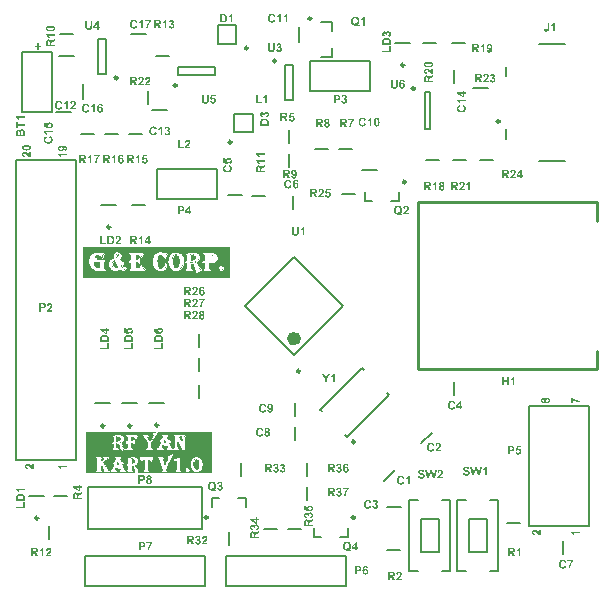
<source format=gto>
G04 Layer_Color=65535*
%FSLAX25Y25*%
%MOIN*%
G70*
G01*
G75*
%ADD38C,0.01000*%
%ADD45C,0.00984*%
%ADD46C,0.02362*%
%ADD47C,0.00787*%
%ADD48C,0.00500*%
G36*
X48633Y90947D02*
X48668Y90943D01*
X48712Y90938D01*
X48760Y90929D01*
X48813Y90921D01*
X48927Y90886D01*
X48984Y90868D01*
X49045Y90842D01*
X49103Y90811D01*
X49160Y90776D01*
X49217Y90736D01*
X49269Y90688D01*
X49274Y90684D01*
X49283Y90675D01*
X49296Y90662D01*
X49309Y90640D01*
X49331Y90618D01*
X49353Y90587D01*
X49375Y90547D01*
X49401Y90508D01*
X49427Y90464D01*
X49449Y90411D01*
X49471Y90359D01*
X49493Y90297D01*
X49506Y90236D01*
X49520Y90170D01*
X49528Y90100D01*
X49533Y90025D01*
Y90021D01*
Y90008D01*
X49528Y89981D01*
Y89950D01*
X49524Y89915D01*
X49515Y89871D01*
X49506Y89823D01*
X49489Y89770D01*
X49471Y89713D01*
X49449Y89656D01*
X49423Y89595D01*
X49388Y89538D01*
X49353Y89476D01*
X49304Y89415D01*
X49256Y89358D01*
X49195Y89305D01*
X49190Y89301D01*
X49177Y89292D01*
X49160Y89279D01*
X49129Y89261D01*
X49094Y89239D01*
X49045Y89217D01*
X48993Y89191D01*
X48927Y89169D01*
X48857Y89143D01*
X48773Y89116D01*
X48685Y89094D01*
X48584Y89072D01*
X48475Y89055D01*
X48352Y89042D01*
X48224Y89033D01*
X48084Y89029D01*
X48009D01*
X47952Y89033D01*
X47891Y89037D01*
X47812Y89046D01*
X47733Y89055D01*
X47641Y89064D01*
X47456Y89099D01*
X47360Y89121D01*
X47263Y89151D01*
X47175Y89182D01*
X47087Y89222D01*
X47008Y89266D01*
X46938Y89318D01*
X46934Y89323D01*
X46925Y89331D01*
X46907Y89349D01*
X46881Y89371D01*
X46855Y89402D01*
X46828Y89437D01*
X46793Y89476D01*
X46763Y89525D01*
X46732Y89577D01*
X46697Y89634D01*
X46670Y89696D01*
X46640Y89762D01*
X46618Y89836D01*
X46600Y89911D01*
X46591Y89994D01*
X46587Y90078D01*
Y90082D01*
Y90091D01*
Y90108D01*
X46591Y90135D01*
Y90161D01*
X46596Y90192D01*
X46609Y90271D01*
X46631Y90354D01*
X46666Y90447D01*
X46710Y90539D01*
X46771Y90622D01*
Y90626D01*
X46780Y90631D01*
X46806Y90657D01*
X46846Y90692D01*
X46907Y90736D01*
X46982Y90785D01*
X47074Y90828D01*
X47184Y90868D01*
X47307Y90899D01*
X47364Y90363D01*
X47355D01*
X47338Y90359D01*
X47307Y90350D01*
X47272Y90341D01*
X47232Y90328D01*
X47193Y90310D01*
X47153Y90288D01*
X47123Y90258D01*
X47118Y90253D01*
X47109Y90245D01*
X47096Y90227D01*
X47083Y90201D01*
X47070Y90170D01*
X47057Y90135D01*
X47048Y90095D01*
X47043Y90047D01*
Y90038D01*
X47048Y90016D01*
X47052Y89986D01*
X47061Y89946D01*
X47083Y89898D01*
X47109Y89845D01*
X47149Y89797D01*
X47202Y89749D01*
X47210Y89744D01*
X47219Y89735D01*
X47232Y89731D01*
X47254Y89722D01*
X47276Y89709D01*
X47307Y89696D01*
X47342Y89687D01*
X47382Y89674D01*
X47430Y89661D01*
X47482Y89648D01*
X47544Y89634D01*
X47610Y89626D01*
X47684Y89617D01*
X47768Y89608D01*
X47856Y89599D01*
X47851Y89604D01*
X47847Y89608D01*
X47834Y89621D01*
X47816Y89634D01*
X47777Y89683D01*
X47733Y89740D01*
X47689Y89814D01*
X47649Y89902D01*
X47619Y90003D01*
X47614Y90056D01*
X47610Y90113D01*
Y90117D01*
Y90126D01*
Y90148D01*
X47614Y90170D01*
X47619Y90201D01*
X47623Y90236D01*
X47645Y90315D01*
X47676Y90407D01*
X47698Y90455D01*
X47724Y90504D01*
X47755Y90556D01*
X47790Y90605D01*
X47829Y90653D01*
X47878Y90701D01*
X47882Y90706D01*
X47891Y90710D01*
X47904Y90723D01*
X47926Y90741D01*
X47952Y90758D01*
X47983Y90780D01*
X48018Y90802D01*
X48062Y90828D01*
X48106Y90850D01*
X48159Y90872D01*
X48216Y90894D01*
X48277Y90912D01*
X48339Y90929D01*
X48409Y90943D01*
X48483Y90947D01*
X48558Y90951D01*
X48602D01*
X48633Y90947D01*
D02*
G37*
G36*
X163810Y143680D02*
X163902D01*
X163951Y143675D01*
X164060Y143667D01*
X164170Y143649D01*
X164276Y143631D01*
X164324Y143618D01*
X164363Y143605D01*
X164368D01*
X164372Y143601D01*
X164398Y143592D01*
X164438Y143570D01*
X164486Y143539D01*
X164539Y143500D01*
X164596Y143452D01*
X164649Y143394D01*
X164701Y143324D01*
X164706Y143315D01*
X164723Y143289D01*
X164741Y143250D01*
X164767Y143193D01*
X164789Y143127D01*
X164811Y143052D01*
X164824Y142964D01*
X164829Y142872D01*
Y142868D01*
Y142859D01*
Y142841D01*
X164824Y142819D01*
Y142789D01*
X164820Y142758D01*
X164807Y142683D01*
X164780Y142600D01*
X164745Y142508D01*
X164701Y142420D01*
X164671Y142376D01*
X164636Y142336D01*
Y142332D01*
X164627Y142328D01*
X164613Y142319D01*
X164600Y142301D01*
X164578Y142288D01*
X164557Y142266D01*
X164526Y142244D01*
X164495Y142222D01*
X164455Y142200D01*
X164416Y142178D01*
X164368Y142157D01*
X164315Y142135D01*
X164262Y142113D01*
X164201Y142095D01*
X164139Y142082D01*
X164069Y142069D01*
X164074D01*
X164078Y142064D01*
X164100Y142051D01*
X164135Y142029D01*
X164179Y141999D01*
X164227Y141963D01*
X164280Y141920D01*
X164333Y141876D01*
X164381Y141827D01*
X164385Y141823D01*
X164403Y141801D01*
X164429Y141770D01*
X164469Y141722D01*
X164517Y141656D01*
X164570Y141577D01*
X164605Y141529D01*
X164636Y141476D01*
X164671Y141423D01*
X164710Y141362D01*
X165061Y140800D01*
X164363D01*
X163951Y141423D01*
X163946Y141428D01*
X163942Y141437D01*
X163929Y141454D01*
X163916Y141476D01*
X163898Y141507D01*
X163876Y141533D01*
X163828Y141603D01*
X163779Y141678D01*
X163727Y141744D01*
X163679Y141805D01*
X163661Y141832D01*
X163643Y141849D01*
X163639Y141854D01*
X163630Y141862D01*
X163613Y141880D01*
X163591Y141897D01*
X163534Y141937D01*
X163503Y141955D01*
X163468Y141968D01*
X163463D01*
X163450Y141972D01*
X163428Y141981D01*
X163398Y141985D01*
X163358Y141994D01*
X163310Y141999D01*
X163248Y142003D01*
X163064D01*
Y140800D01*
X162480D01*
Y143684D01*
X163771D01*
X163810Y143680D01*
D02*
G37*
G36*
X39480Y83800D02*
X36622D01*
Y84384D01*
X38993D01*
Y85828D01*
X39480D01*
Y83800D01*
D02*
G37*
G36*
X166282Y143689D02*
X166317Y143684D01*
X166361Y143680D01*
X166405Y143675D01*
X166457Y143662D01*
X166563Y143636D01*
X166677Y143596D01*
X166729Y143570D01*
X166787Y143539D01*
X166835Y143500D01*
X166883Y143460D01*
X166888Y143456D01*
X166892Y143452D01*
X166905Y143438D01*
X166923Y143421D01*
X166940Y143399D01*
X166962Y143368D01*
X167006Y143302D01*
X167050Y143219D01*
X167089Y143122D01*
X167120Y143013D01*
X167125Y142951D01*
X167129Y142890D01*
Y142881D01*
Y142859D01*
X167125Y142819D01*
X167120Y142771D01*
X167111Y142714D01*
X167098Y142653D01*
X167081Y142582D01*
X167059Y142517D01*
X167054Y142508D01*
X167046Y142486D01*
X167028Y142451D01*
X167006Y142407D01*
X166975Y142350D01*
X166936Y142288D01*
X166888Y142222D01*
X166835Y142152D01*
X166831Y142148D01*
X166817Y142130D01*
X166791Y142099D01*
X166752Y142060D01*
X166703Y142007D01*
X166637Y141941D01*
X166563Y141867D01*
X166471Y141783D01*
X166466Y141779D01*
X166457Y141775D01*
X166444Y141761D01*
X166431Y141744D01*
X166387Y141704D01*
X166334Y141652D01*
X166277Y141599D01*
X166225Y141546D01*
X166176Y141498D01*
X166159Y141480D01*
X166141Y141463D01*
X166137Y141458D01*
X166128Y141450D01*
X166115Y141437D01*
X166102Y141415D01*
X166062Y141371D01*
X166027Y141314D01*
X167129D01*
Y140800D01*
X165193D01*
Y140804D01*
Y140813D01*
X165197Y140831D01*
X165202Y140848D01*
X165206Y140875D01*
X165211Y140905D01*
X165228Y140976D01*
X165250Y141063D01*
X165285Y141156D01*
X165325Y141252D01*
X165377Y141349D01*
Y141353D01*
X165386Y141362D01*
X165395Y141375D01*
X165408Y141397D01*
X165430Y141423D01*
X165452Y141454D01*
X165483Y141494D01*
X165514Y141533D01*
X165553Y141581D01*
X165601Y141634D01*
X165650Y141691D01*
X165707Y141753D01*
X165772Y141818D01*
X165838Y141889D01*
X165917Y141963D01*
X166001Y142042D01*
X166005Y142047D01*
X166018Y142055D01*
X166036Y142078D01*
X166062Y142099D01*
X166089Y142126D01*
X166124Y142161D01*
X166198Y142231D01*
X166277Y142310D01*
X166352Y142389D01*
X166387Y142424D01*
X166418Y142455D01*
X166444Y142486D01*
X166462Y142512D01*
X166466Y142521D01*
X166479Y142543D01*
X166497Y142574D01*
X166519Y142617D01*
X166541Y142670D01*
X166558Y142727D01*
X166571Y142789D01*
X166576Y142850D01*
Y142859D01*
Y142881D01*
X166571Y142916D01*
X166563Y142956D01*
X166550Y142999D01*
X166532Y143048D01*
X166510Y143096D01*
X166475Y143135D01*
X166471Y143140D01*
X166457Y143153D01*
X166435Y143166D01*
X166405Y143188D01*
X166365Y143206D01*
X166317Y143219D01*
X166260Y143232D01*
X166198Y143236D01*
X166172D01*
X166137Y143232D01*
X166102Y143223D01*
X166058Y143210D01*
X166010Y143193D01*
X165966Y143166D01*
X165922Y143131D01*
X165917Y143127D01*
X165904Y143109D01*
X165891Y143087D01*
X165869Y143048D01*
X165851Y142999D01*
X165830Y142942D01*
X165816Y142868D01*
X165808Y142784D01*
X165259Y142837D01*
Y142841D01*
X165263Y142859D01*
Y142881D01*
X165272Y142912D01*
X165276Y142951D01*
X165290Y142991D01*
X165298Y143039D01*
X165316Y143092D01*
X165355Y143197D01*
X165408Y143307D01*
X165443Y143359D01*
X165478Y143408D01*
X165522Y143452D01*
X165566Y143491D01*
X165571Y143496D01*
X165579Y143500D01*
X165593Y143509D01*
X165614Y143522D01*
X165636Y143539D01*
X165667Y143557D01*
X165702Y143575D01*
X165746Y143592D01*
X165790Y143610D01*
X165838Y143627D01*
X165948Y143662D01*
X166071Y143684D01*
X166141Y143693D01*
X166251D01*
X166282Y143689D01*
D02*
G37*
G36*
X169122Y141862D02*
X169478D01*
Y141379D01*
X169122D01*
Y140800D01*
X168587D01*
Y141379D01*
X167406D01*
Y141858D01*
X168657Y143693D01*
X169122D01*
Y141862D01*
D02*
G37*
G36*
X49480Y83800D02*
X46622D01*
Y84384D01*
X48993D01*
Y85828D01*
X49480D01*
Y83800D01*
D02*
G37*
G36*
X48159Y88651D02*
X48194D01*
X48277Y88642D01*
X48374Y88633D01*
X48475Y88616D01*
X48580Y88594D01*
X48681Y88563D01*
X48685D01*
X48694Y88559D01*
X48712Y88554D01*
X48734Y88546D01*
X48760Y88532D01*
X48791Y88519D01*
X48861Y88484D01*
X48944Y88440D01*
X49028Y88388D01*
X49111Y88326D01*
X49190Y88256D01*
X49195Y88247D01*
X49217Y88230D01*
X49243Y88194D01*
X49274Y88151D01*
X49313Y88089D01*
X49353Y88019D01*
X49388Y87940D01*
X49423Y87848D01*
X49427Y87839D01*
X49432Y87813D01*
X49441Y87773D01*
X49449Y87712D01*
X49462Y87641D01*
X49471Y87553D01*
X49476Y87448D01*
X49480Y87334D01*
Y86245D01*
X46596D01*
Y87303D01*
Y87308D01*
Y87321D01*
Y87338D01*
Y87365D01*
Y87391D01*
X46600Y87426D01*
X46605Y87505D01*
X46609Y87597D01*
X46618Y87685D01*
X46635Y87773D01*
X46653Y87852D01*
Y87856D01*
X46657Y87865D01*
X46662Y87878D01*
X46666Y87896D01*
X46688Y87940D01*
X46714Y88001D01*
X46749Y88067D01*
X46798Y88137D01*
X46855Y88212D01*
X46921Y88282D01*
Y88287D01*
X46929Y88291D01*
X46956Y88313D01*
X46995Y88344D01*
X47048Y88388D01*
X47118Y88431D01*
X47197Y88475D01*
X47285Y88519D01*
X47386Y88559D01*
X47390D01*
X47399Y88563D01*
X47412Y88568D01*
X47434Y88572D01*
X47461Y88581D01*
X47496Y88590D01*
X47531Y88598D01*
X47575Y88607D01*
X47623Y88616D01*
X47671Y88625D01*
X47790Y88642D01*
X47922Y88651D01*
X48066Y88655D01*
X48128D01*
X48159Y88651D01*
D02*
G37*
G36*
X105387Y136792D02*
X104342D01*
X104254Y136305D01*
X104263Y136310D01*
X104285Y136318D01*
X104324Y136336D01*
X104373Y136353D01*
X104425Y136367D01*
X104491Y136384D01*
X104561Y136393D01*
X104631Y136397D01*
X104667D01*
X104693Y136393D01*
X104724Y136389D01*
X104763Y136384D01*
X104803Y136375D01*
X104847Y136362D01*
X104948Y136331D01*
X104996Y136310D01*
X105049Y136283D01*
X105101Y136252D01*
X105154Y136217D01*
X105207Y136178D01*
X105255Y136129D01*
X105259Y136125D01*
X105268Y136116D01*
X105277Y136103D01*
X105294Y136081D01*
X105316Y136055D01*
X105338Y136024D01*
X105360Y135985D01*
X105387Y135941D01*
X105409Y135892D01*
X105430Y135840D01*
X105452Y135783D01*
X105474Y135721D01*
X105492Y135655D01*
X105501Y135585D01*
X105509Y135511D01*
X105514Y135432D01*
Y135427D01*
Y135414D01*
Y135396D01*
X105509Y135370D01*
Y135339D01*
X105505Y135304D01*
X105496Y135265D01*
X105488Y135221D01*
X105466Y135120D01*
X105426Y135014D01*
X105378Y134905D01*
X105343Y134848D01*
X105307Y134795D01*
X105303Y134791D01*
X105294Y134777D01*
X105277Y134760D01*
X105255Y134738D01*
X105228Y134707D01*
X105193Y134676D01*
X105149Y134641D01*
X105106Y134606D01*
X105053Y134571D01*
X104991Y134536D01*
X104930Y134505D01*
X104860Y134475D01*
X104785Y134452D01*
X104702Y134435D01*
X104618Y134422D01*
X104526Y134417D01*
X104487D01*
X104460Y134422D01*
X104425D01*
X104386Y134431D01*
X104342Y134435D01*
X104293Y134444D01*
X104192Y134470D01*
X104083Y134505D01*
X103977Y134558D01*
X103925Y134593D01*
X103876Y134628D01*
X103872Y134633D01*
X103868Y134637D01*
X103854Y134650D01*
X103837Y134668D01*
X103815Y134690D01*
X103793Y134716D01*
X103771Y134747D01*
X103745Y134782D01*
X103692Y134865D01*
X103644Y134962D01*
X103604Y135080D01*
X103591Y135142D01*
X103578Y135208D01*
X104127Y135265D01*
Y135256D01*
X104131Y135234D01*
X104140Y135199D01*
X104153Y135155D01*
X104171Y135111D01*
X104192Y135058D01*
X104223Y135010D01*
X104263Y134966D01*
X104267Y134962D01*
X104285Y134949D01*
X104307Y134931D01*
X104342Y134914D01*
X104381Y134896D01*
X104425Y134878D01*
X104478Y134865D01*
X104531Y134861D01*
X104539D01*
X104561Y134865D01*
X104592Y134870D01*
X104631Y134878D01*
X104680Y134896D01*
X104728Y134922D01*
X104776Y134953D01*
X104825Y135001D01*
X104829Y135010D01*
X104842Y135028D01*
X104864Y135063D01*
X104886Y135107D01*
X104908Y135168D01*
X104930Y135238D01*
X104943Y135326D01*
X104948Y135423D01*
Y135427D01*
Y135436D01*
Y135449D01*
Y135467D01*
X104943Y135515D01*
X104934Y135572D01*
X104917Y135638D01*
X104895Y135704D01*
X104864Y135769D01*
X104825Y135822D01*
X104820Y135827D01*
X104803Y135844D01*
X104776Y135866D01*
X104741Y135892D01*
X104697Y135914D01*
X104645Y135936D01*
X104583Y135954D01*
X104517Y135958D01*
X104495D01*
X104478Y135954D01*
X104429Y135950D01*
X104373Y135932D01*
X104307Y135906D01*
X104232Y135871D01*
X104162Y135818D01*
X104122Y135783D01*
X104087Y135748D01*
X103644Y135809D01*
X103925Y137310D01*
X105387D01*
Y136792D01*
D02*
G37*
G36*
X30900Y90648D02*
X31480D01*
Y90113D01*
X30900D01*
Y88932D01*
X30422D01*
X28587Y90183D01*
Y90648D01*
X30418D01*
Y91004D01*
X30900D01*
Y90648D01*
D02*
G37*
G36*
X102349Y137359D02*
X102384Y137354D01*
X102428Y137350D01*
X102472Y137346D01*
X102524Y137332D01*
X102630Y137306D01*
X102744Y137267D01*
X102796Y137240D01*
X102854Y137209D01*
X102902Y137170D01*
X102950Y137130D01*
X102954Y137126D01*
X102959Y137122D01*
X102972Y137109D01*
X102990Y137091D01*
X103007Y137069D01*
X103029Y137038D01*
X103073Y136972D01*
X103117Y136889D01*
X103156Y136792D01*
X103187Y136683D01*
X103192Y136621D01*
X103196Y136560D01*
Y136551D01*
Y136529D01*
X103192Y136489D01*
X103187Y136441D01*
X103178Y136384D01*
X103165Y136323D01*
X103148Y136252D01*
X103126Y136187D01*
X103121Y136178D01*
X103112Y136156D01*
X103095Y136121D01*
X103073Y136077D01*
X103042Y136020D01*
X103003Y135958D01*
X102954Y135892D01*
X102902Y135822D01*
X102897Y135818D01*
X102884Y135800D01*
X102858Y135769D01*
X102818Y135730D01*
X102770Y135677D01*
X102704Y135611D01*
X102630Y135537D01*
X102537Y135453D01*
X102533Y135449D01*
X102524Y135445D01*
X102511Y135432D01*
X102498Y135414D01*
X102454Y135374D01*
X102401Y135322D01*
X102344Y135269D01*
X102292Y135216D01*
X102243Y135168D01*
X102226Y135151D01*
X102208Y135133D01*
X102204Y135129D01*
X102195Y135120D01*
X102182Y135107D01*
X102169Y135085D01*
X102129Y135041D01*
X102094Y134984D01*
X103196D01*
Y134470D01*
X101260D01*
Y134475D01*
Y134483D01*
X101264Y134501D01*
X101269Y134518D01*
X101273Y134545D01*
X101277Y134575D01*
X101295Y134646D01*
X101317Y134733D01*
X101352Y134826D01*
X101392Y134922D01*
X101444Y135019D01*
Y135023D01*
X101453Y135032D01*
X101462Y135045D01*
X101475Y135067D01*
X101497Y135093D01*
X101519Y135124D01*
X101550Y135164D01*
X101580Y135203D01*
X101620Y135251D01*
X101668Y135304D01*
X101716Y135361D01*
X101774Y135423D01*
X101839Y135489D01*
X101905Y135559D01*
X101984Y135633D01*
X102068Y135712D01*
X102072Y135717D01*
X102085Y135726D01*
X102103Y135748D01*
X102129Y135769D01*
X102155Y135796D01*
X102191Y135831D01*
X102265Y135901D01*
X102344Y135980D01*
X102419Y136059D01*
X102454Y136094D01*
X102485Y136125D01*
X102511Y136156D01*
X102529Y136182D01*
X102533Y136191D01*
X102546Y136213D01*
X102564Y136244D01*
X102586Y136287D01*
X102608Y136340D01*
X102625Y136397D01*
X102638Y136459D01*
X102643Y136520D01*
Y136529D01*
Y136551D01*
X102638Y136586D01*
X102630Y136626D01*
X102617Y136670D01*
X102599Y136718D01*
X102577Y136766D01*
X102542Y136806D01*
X102537Y136810D01*
X102524Y136823D01*
X102502Y136836D01*
X102472Y136858D01*
X102432Y136876D01*
X102384Y136889D01*
X102327Y136902D01*
X102265Y136907D01*
X102239D01*
X102204Y136902D01*
X102169Y136893D01*
X102125Y136880D01*
X102076Y136863D01*
X102033Y136836D01*
X101989Y136801D01*
X101984Y136797D01*
X101971Y136779D01*
X101958Y136757D01*
X101936Y136718D01*
X101918Y136670D01*
X101897Y136612D01*
X101883Y136538D01*
X101874Y136454D01*
X101326Y136507D01*
Y136511D01*
X101330Y136529D01*
Y136551D01*
X101339Y136582D01*
X101343Y136621D01*
X101356Y136661D01*
X101365Y136709D01*
X101383Y136762D01*
X101422Y136867D01*
X101475Y136977D01*
X101510Y137029D01*
X101545Y137078D01*
X101589Y137122D01*
X101633Y137161D01*
X101637Y137165D01*
X101646Y137170D01*
X101659Y137179D01*
X101681Y137192D01*
X101703Y137209D01*
X101734Y137227D01*
X101769Y137245D01*
X101813Y137262D01*
X101857Y137280D01*
X101905Y137297D01*
X102015Y137332D01*
X102138Y137354D01*
X102208Y137363D01*
X102318D01*
X102349Y137359D01*
D02*
G37*
G36*
X30159Y88651D02*
X30194D01*
X30277Y88642D01*
X30374Y88633D01*
X30475Y88616D01*
X30580Y88594D01*
X30681Y88563D01*
X30685D01*
X30694Y88559D01*
X30712Y88554D01*
X30734Y88546D01*
X30760Y88532D01*
X30791Y88519D01*
X30861Y88484D01*
X30944Y88440D01*
X31028Y88388D01*
X31111Y88326D01*
X31190Y88256D01*
X31195Y88247D01*
X31217Y88230D01*
X31243Y88194D01*
X31274Y88151D01*
X31313Y88089D01*
X31353Y88019D01*
X31388Y87940D01*
X31423Y87848D01*
X31427Y87839D01*
X31432Y87813D01*
X31440Y87773D01*
X31449Y87712D01*
X31462Y87641D01*
X31471Y87553D01*
X31476Y87448D01*
X31480Y87334D01*
Y86245D01*
X28596D01*
Y87303D01*
Y87308D01*
Y87321D01*
Y87338D01*
Y87365D01*
Y87391D01*
X28600Y87426D01*
X28605Y87505D01*
X28609Y87597D01*
X28618Y87685D01*
X28635Y87773D01*
X28653Y87852D01*
Y87856D01*
X28657Y87865D01*
X28662Y87878D01*
X28666Y87896D01*
X28688Y87940D01*
X28714Y88001D01*
X28749Y88067D01*
X28798Y88137D01*
X28855Y88212D01*
X28921Y88282D01*
Y88287D01*
X28929Y88291D01*
X28956Y88313D01*
X28995Y88344D01*
X29048Y88388D01*
X29118Y88431D01*
X29197Y88475D01*
X29285Y88519D01*
X29386Y88559D01*
X29390D01*
X29399Y88563D01*
X29412Y88568D01*
X29434Y88572D01*
X29461Y88581D01*
X29496Y88590D01*
X29531Y88598D01*
X29575Y88607D01*
X29623Y88616D01*
X29671Y88625D01*
X29790Y88642D01*
X29922Y88651D01*
X30066Y88655D01*
X30128D01*
X30159Y88651D01*
D02*
G37*
G36*
X38159D02*
X38194D01*
X38277Y88642D01*
X38374Y88633D01*
X38475Y88616D01*
X38580Y88594D01*
X38681Y88563D01*
X38685D01*
X38694Y88559D01*
X38712Y88554D01*
X38734Y88546D01*
X38760Y88532D01*
X38791Y88519D01*
X38861Y88484D01*
X38944Y88440D01*
X39028Y88388D01*
X39111Y88326D01*
X39190Y88256D01*
X39195Y88247D01*
X39217Y88230D01*
X39243Y88194D01*
X39274Y88151D01*
X39313Y88089D01*
X39353Y88019D01*
X39388Y87940D01*
X39423Y87848D01*
X39427Y87839D01*
X39432Y87813D01*
X39441Y87773D01*
X39449Y87712D01*
X39462Y87641D01*
X39471Y87553D01*
X39476Y87448D01*
X39480Y87334D01*
Y86245D01*
X36596D01*
Y87303D01*
Y87308D01*
Y87321D01*
Y87338D01*
Y87365D01*
Y87391D01*
X36600Y87426D01*
X36605Y87505D01*
X36609Y87597D01*
X36618Y87685D01*
X36635Y87773D01*
X36653Y87852D01*
Y87856D01*
X36657Y87865D01*
X36662Y87878D01*
X36666Y87896D01*
X36688Y87940D01*
X36714Y88001D01*
X36749Y88067D01*
X36798Y88137D01*
X36855Y88212D01*
X36921Y88282D01*
Y88287D01*
X36929Y88291D01*
X36956Y88313D01*
X36995Y88344D01*
X37048Y88388D01*
X37118Y88431D01*
X37197Y88475D01*
X37285Y88519D01*
X37386Y88559D01*
X37390D01*
X37399Y88563D01*
X37412Y88568D01*
X37434Y88572D01*
X37461Y88581D01*
X37496Y88590D01*
X37531Y88598D01*
X37575Y88607D01*
X37623Y88616D01*
X37671Y88625D01*
X37790Y88642D01*
X37922Y88651D01*
X38066Y88655D01*
X38128D01*
X38159Y88651D01*
D02*
G37*
G36*
X38580Y90969D02*
X38611D01*
X38646Y90965D01*
X38685Y90956D01*
X38729Y90947D01*
X38830Y90925D01*
X38936Y90886D01*
X39045Y90837D01*
X39103Y90802D01*
X39155Y90767D01*
X39160Y90763D01*
X39173Y90754D01*
X39190Y90736D01*
X39212Y90714D01*
X39243Y90688D01*
X39274Y90653D01*
X39309Y90609D01*
X39344Y90565D01*
X39379Y90512D01*
X39414Y90451D01*
X39445Y90389D01*
X39476Y90319D01*
X39498Y90245D01*
X39515Y90161D01*
X39528Y90078D01*
X39533Y89986D01*
Y89981D01*
Y89968D01*
Y89946D01*
X39528Y89920D01*
Y89885D01*
X39520Y89845D01*
X39515Y89801D01*
X39506Y89753D01*
X39480Y89652D01*
X39445Y89542D01*
X39392Y89437D01*
X39357Y89384D01*
X39322Y89336D01*
X39318Y89331D01*
X39313Y89327D01*
X39300Y89314D01*
X39283Y89296D01*
X39261Y89274D01*
X39234Y89252D01*
X39203Y89230D01*
X39168Y89204D01*
X39085Y89151D01*
X38988Y89103D01*
X38870Y89064D01*
X38808Y89050D01*
X38743Y89037D01*
X38685Y89586D01*
X38694D01*
X38716Y89590D01*
X38751Y89599D01*
X38795Y89612D01*
X38839Y89630D01*
X38892Y89652D01*
X38940Y89683D01*
X38984Y89722D01*
X38988Y89727D01*
X39002Y89744D01*
X39019Y89766D01*
X39037Y89801D01*
X39054Y89841D01*
X39072Y89885D01*
X39085Y89937D01*
X39089Y89990D01*
Y89999D01*
X39085Y90021D01*
X39081Y90051D01*
X39072Y90091D01*
X39054Y90139D01*
X39028Y90188D01*
X38997Y90236D01*
X38949Y90284D01*
X38940Y90288D01*
X38923Y90302D01*
X38887Y90324D01*
X38844Y90346D01*
X38782Y90367D01*
X38712Y90389D01*
X38624Y90403D01*
X38527Y90407D01*
X38484D01*
X38435Y90403D01*
X38378Y90394D01*
X38312Y90376D01*
X38246Y90354D01*
X38181Y90324D01*
X38128Y90284D01*
X38124Y90280D01*
X38106Y90262D01*
X38084Y90236D01*
X38058Y90201D01*
X38036Y90157D01*
X38014Y90104D01*
X37996Y90043D01*
X37992Y89977D01*
Y89972D01*
Y89968D01*
Y89955D01*
X37996Y89937D01*
X38001Y89889D01*
X38018Y89832D01*
X38045Y89766D01*
X38080Y89691D01*
X38132Y89621D01*
X38167Y89582D01*
X38203Y89547D01*
X38141Y89103D01*
X36640Y89384D01*
Y90846D01*
X37158D01*
Y89801D01*
X37645Y89713D01*
X37641Y89722D01*
X37632Y89744D01*
X37614Y89784D01*
X37597Y89832D01*
X37584Y89885D01*
X37566Y89950D01*
X37557Y90021D01*
X37553Y90091D01*
Y90095D01*
Y90108D01*
Y90126D01*
X37557Y90152D01*
X37562Y90183D01*
X37566Y90223D01*
X37575Y90262D01*
X37588Y90306D01*
X37619Y90407D01*
X37641Y90455D01*
X37667Y90508D01*
X37698Y90561D01*
X37733Y90613D01*
X37772Y90666D01*
X37821Y90714D01*
X37825Y90719D01*
X37834Y90727D01*
X37847Y90736D01*
X37869Y90754D01*
X37895Y90776D01*
X37926Y90798D01*
X37965Y90820D01*
X38009Y90846D01*
X38058Y90868D01*
X38110Y90890D01*
X38167Y90912D01*
X38229Y90934D01*
X38295Y90951D01*
X38365Y90960D01*
X38440Y90969D01*
X38519Y90973D01*
X38554D01*
X38580Y90969D01*
D02*
G37*
G36*
X31480Y83800D02*
X28622D01*
Y84384D01*
X30993D01*
Y85828D01*
X31480D01*
Y83800D01*
D02*
G37*
G36*
X11862Y99289D02*
X11897Y99284D01*
X11941Y99280D01*
X11985Y99275D01*
X12038Y99262D01*
X12143Y99236D01*
X12257Y99196D01*
X12310Y99170D01*
X12367Y99139D01*
X12415Y99100D01*
X12464Y99060D01*
X12468Y99056D01*
X12472Y99052D01*
X12486Y99038D01*
X12503Y99021D01*
X12521Y98999D01*
X12543Y98968D01*
X12587Y98902D01*
X12630Y98819D01*
X12670Y98722D01*
X12701Y98613D01*
X12705Y98551D01*
X12709Y98490D01*
Y98481D01*
Y98459D01*
X12705Y98419D01*
X12701Y98371D01*
X12692Y98314D01*
X12679Y98253D01*
X12661Y98182D01*
X12639Y98116D01*
X12635Y98108D01*
X12626Y98086D01*
X12608Y98051D01*
X12587Y98007D01*
X12556Y97950D01*
X12516Y97888D01*
X12468Y97822D01*
X12415Y97752D01*
X12411Y97748D01*
X12398Y97730D01*
X12371Y97699D01*
X12332Y97660D01*
X12284Y97607D01*
X12218Y97541D01*
X12143Y97467D01*
X12051Y97383D01*
X12047Y97379D01*
X12038Y97375D01*
X12025Y97361D01*
X12011Y97344D01*
X11968Y97304D01*
X11915Y97252D01*
X11858Y97199D01*
X11805Y97146D01*
X11757Y97098D01*
X11739Y97080D01*
X11722Y97063D01*
X11717Y97058D01*
X11709Y97050D01*
X11695Y97036D01*
X11682Y97015D01*
X11643Y96971D01*
X11608Y96914D01*
X12709D01*
Y96400D01*
X10774D01*
Y96404D01*
Y96413D01*
X10778Y96431D01*
X10782Y96448D01*
X10787Y96475D01*
X10791Y96505D01*
X10809Y96576D01*
X10831Y96663D01*
X10866Y96756D01*
X10905Y96852D01*
X10958Y96949D01*
Y96953D01*
X10967Y96962D01*
X10976Y96975D01*
X10989Y96997D01*
X11011Y97023D01*
X11033Y97054D01*
X11063Y97094D01*
X11094Y97133D01*
X11134Y97181D01*
X11182Y97234D01*
X11230Y97291D01*
X11287Y97353D01*
X11353Y97418D01*
X11419Y97489D01*
X11498Y97563D01*
X11581Y97642D01*
X11586Y97647D01*
X11599Y97655D01*
X11616Y97677D01*
X11643Y97699D01*
X11669Y97726D01*
X11704Y97761D01*
X11779Y97831D01*
X11858Y97910D01*
X11932Y97989D01*
X11968Y98024D01*
X11998Y98055D01*
X12025Y98086D01*
X12042Y98112D01*
X12047Y98121D01*
X12060Y98143D01*
X12077Y98174D01*
X12099Y98217D01*
X12121Y98270D01*
X12139Y98327D01*
X12152Y98389D01*
X12156Y98450D01*
Y98459D01*
Y98481D01*
X12152Y98516D01*
X12143Y98555D01*
X12130Y98599D01*
X12112Y98648D01*
X12090Y98696D01*
X12055Y98735D01*
X12051Y98740D01*
X12038Y98753D01*
X12016Y98766D01*
X11985Y98788D01*
X11946Y98806D01*
X11897Y98819D01*
X11840Y98832D01*
X11779Y98836D01*
X11752D01*
X11717Y98832D01*
X11682Y98823D01*
X11638Y98810D01*
X11590Y98793D01*
X11546Y98766D01*
X11502Y98731D01*
X11498Y98727D01*
X11485Y98709D01*
X11472Y98687D01*
X11450Y98648D01*
X11432Y98599D01*
X11410Y98542D01*
X11397Y98468D01*
X11388Y98384D01*
X10839Y98437D01*
Y98441D01*
X10844Y98459D01*
Y98481D01*
X10853Y98512D01*
X10857Y98551D01*
X10870Y98591D01*
X10879Y98639D01*
X10896Y98692D01*
X10936Y98797D01*
X10989Y98907D01*
X11024Y98959D01*
X11059Y99008D01*
X11103Y99052D01*
X11147Y99091D01*
X11151Y99095D01*
X11160Y99100D01*
X11173Y99109D01*
X11195Y99122D01*
X11217Y99139D01*
X11248Y99157D01*
X11283Y99174D01*
X11327Y99192D01*
X11371Y99210D01*
X11419Y99227D01*
X11529Y99262D01*
X11652Y99284D01*
X11722Y99293D01*
X11831D01*
X11862Y99289D01*
D02*
G37*
G36*
X117150Y11689D02*
X117176D01*
X117207Y11684D01*
X117286Y11671D01*
X117369Y11649D01*
X117462Y11614D01*
X117554Y11570D01*
X117637Y11509D01*
X117642D01*
X117646Y11500D01*
X117673Y11473D01*
X117708Y11434D01*
X117752Y11372D01*
X117800Y11298D01*
X117844Y11206D01*
X117883Y11096D01*
X117914Y10973D01*
X117378Y10916D01*
Y10925D01*
X117374Y10942D01*
X117365Y10973D01*
X117356Y11008D01*
X117343Y11048D01*
X117326Y11087D01*
X117304Y11127D01*
X117273Y11157D01*
X117269Y11162D01*
X117260Y11171D01*
X117242Y11184D01*
X117216Y11197D01*
X117185Y11210D01*
X117150Y11223D01*
X117111Y11232D01*
X117062Y11236D01*
X117053D01*
X117032Y11232D01*
X117001Y11228D01*
X116961Y11219D01*
X116913Y11197D01*
X116860Y11171D01*
X116812Y11131D01*
X116764Y11078D01*
X116759Y11070D01*
X116751Y11061D01*
X116746Y11048D01*
X116737Y11026D01*
X116724Y11004D01*
X116711Y10973D01*
X116702Y10938D01*
X116689Y10898D01*
X116676Y10850D01*
X116663Y10797D01*
X116650Y10736D01*
X116641Y10670D01*
X116632Y10595D01*
X116623Y10512D01*
X116614Y10424D01*
X116619Y10429D01*
X116623Y10433D01*
X116636Y10446D01*
X116650Y10464D01*
X116698Y10503D01*
X116755Y10547D01*
X116830Y10591D01*
X116917Y10631D01*
X117018Y10661D01*
X117071Y10666D01*
X117128Y10670D01*
X117163D01*
X117185Y10666D01*
X117216Y10661D01*
X117251Y10657D01*
X117330Y10635D01*
X117422Y10604D01*
X117471Y10582D01*
X117519Y10556D01*
X117571Y10525D01*
X117620Y10490D01*
X117668Y10451D01*
X117716Y10402D01*
X117721Y10398D01*
X117725Y10389D01*
X117738Y10376D01*
X117756Y10354D01*
X117773Y10328D01*
X117795Y10297D01*
X117817Y10262D01*
X117844Y10218D01*
X117866Y10174D01*
X117888Y10121D01*
X117910Y10064D01*
X117927Y10003D01*
X117945Y9941D01*
X117958Y9871D01*
X117962Y9797D01*
X117967Y9722D01*
Y9718D01*
Y9704D01*
Y9678D01*
X117962Y9647D01*
X117958Y9612D01*
X117953Y9568D01*
X117945Y9520D01*
X117936Y9467D01*
X117901Y9353D01*
X117883Y9296D01*
X117857Y9235D01*
X117826Y9178D01*
X117791Y9121D01*
X117752Y9063D01*
X117703Y9011D01*
X117699Y9006D01*
X117690Y8997D01*
X117677Y8984D01*
X117655Y8971D01*
X117633Y8949D01*
X117602Y8927D01*
X117563Y8905D01*
X117523Y8879D01*
X117479Y8853D01*
X117427Y8831D01*
X117374Y8809D01*
X117313Y8787D01*
X117251Y8774D01*
X117185Y8760D01*
X117115Y8752D01*
X117040Y8747D01*
X117023D01*
X116996Y8752D01*
X116966D01*
X116930Y8756D01*
X116887Y8765D01*
X116838Y8774D01*
X116786Y8791D01*
X116729Y8809D01*
X116672Y8831D01*
X116610Y8857D01*
X116553Y8892D01*
X116491Y8927D01*
X116430Y8976D01*
X116373Y9024D01*
X116320Y9085D01*
X116316Y9090D01*
X116307Y9103D01*
X116294Y9121D01*
X116276Y9151D01*
X116254Y9186D01*
X116233Y9235D01*
X116206Y9287D01*
X116184Y9353D01*
X116158Y9423D01*
X116132Y9507D01*
X116110Y9595D01*
X116088Y9696D01*
X116070Y9805D01*
X116057Y9928D01*
X116048Y10056D01*
X116044Y10196D01*
Y10200D01*
Y10205D01*
Y10231D01*
Y10271D01*
X116048Y10328D01*
X116052Y10389D01*
X116061Y10468D01*
X116070Y10547D01*
X116079Y10639D01*
X116114Y10824D01*
X116136Y10920D01*
X116167Y11017D01*
X116197Y11105D01*
X116237Y11192D01*
X116281Y11272D01*
X116333Y11342D01*
X116338Y11346D01*
X116347Y11355D01*
X116364Y11372D01*
X116386Y11399D01*
X116417Y11425D01*
X116452Y11452D01*
X116491Y11487D01*
X116540Y11517D01*
X116593Y11548D01*
X116650Y11583D01*
X116711Y11610D01*
X116777Y11640D01*
X116851Y11662D01*
X116926Y11680D01*
X117010Y11689D01*
X117093Y11693D01*
X117124D01*
X117150Y11689D01*
D02*
G37*
G36*
X165639Y51680D02*
X165696D01*
X165815Y51675D01*
X165929Y51667D01*
X165981Y51662D01*
X166030Y51653D01*
X166069Y51649D01*
X166104Y51640D01*
X166109D01*
X166118Y51636D01*
X166126Y51632D01*
X166144Y51627D01*
X166192Y51610D01*
X166249Y51579D01*
X166315Y51544D01*
X166381Y51491D01*
X166451Y51430D01*
X166517Y51355D01*
Y51351D01*
X166526Y51346D01*
X166534Y51333D01*
X166543Y51315D01*
X166557Y51293D01*
X166570Y51267D01*
X166605Y51206D01*
X166636Y51122D01*
X166662Y51026D01*
X166679Y50916D01*
X166688Y50793D01*
Y50789D01*
Y50780D01*
Y50767D01*
Y50749D01*
X166684Y50701D01*
X166675Y50639D01*
X166666Y50569D01*
X166649Y50494D01*
X166622Y50420D01*
X166592Y50350D01*
X166587Y50341D01*
X166574Y50319D01*
X166552Y50288D01*
X166526Y50249D01*
X166491Y50200D01*
X166447Y50152D01*
X166398Y50108D01*
X166346Y50064D01*
X166341Y50060D01*
X166319Y50047D01*
X166289Y50029D01*
X166254Y50012D01*
X166205Y49985D01*
X166157Y49963D01*
X166100Y49946D01*
X166043Y49928D01*
X166034D01*
X166021Y49924D01*
X166003D01*
X165981Y49920D01*
X165955Y49915D01*
X165924Y49911D01*
X165889D01*
X165850Y49906D01*
X165806Y49902D01*
X165758Y49898D01*
X165700Y49893D01*
X165643D01*
X165582Y49889D01*
X165064D01*
Y48800D01*
X164480D01*
Y51684D01*
X165586D01*
X165639Y51680D01*
D02*
G37*
G36*
X168861Y51122D02*
X167816D01*
X167729Y50635D01*
X167737Y50639D01*
X167759Y50648D01*
X167799Y50666D01*
X167847Y50683D01*
X167900Y50696D01*
X167966Y50714D01*
X168036Y50723D01*
X168106Y50727D01*
X168141D01*
X168168Y50723D01*
X168198Y50718D01*
X168238Y50714D01*
X168277Y50705D01*
X168321Y50692D01*
X168422Y50661D01*
X168471Y50639D01*
X168523Y50613D01*
X168576Y50582D01*
X168629Y50547D01*
X168681Y50508D01*
X168729Y50459D01*
X168734Y50455D01*
X168743Y50446D01*
X168752Y50433D01*
X168769Y50411D01*
X168791Y50385D01*
X168813Y50354D01*
X168835Y50315D01*
X168861Y50271D01*
X168883Y50222D01*
X168905Y50170D01*
X168927Y50113D01*
X168949Y50051D01*
X168967Y49985D01*
X168975Y49915D01*
X168984Y49840D01*
X168989Y49761D01*
Y49757D01*
Y49744D01*
Y49726D01*
X168984Y49700D01*
Y49669D01*
X168980Y49634D01*
X168971Y49595D01*
X168962Y49551D01*
X168940Y49450D01*
X168901Y49344D01*
X168852Y49235D01*
X168817Y49178D01*
X168782Y49125D01*
X168778Y49121D01*
X168769Y49107D01*
X168752Y49090D01*
X168729Y49068D01*
X168703Y49037D01*
X168668Y49006D01*
X168624Y48971D01*
X168580Y48936D01*
X168528Y48901D01*
X168466Y48866D01*
X168405Y48835D01*
X168334Y48804D01*
X168260Y48782D01*
X168176Y48765D01*
X168093Y48752D01*
X168001Y48747D01*
X167961D01*
X167935Y48752D01*
X167900D01*
X167860Y48761D01*
X167816Y48765D01*
X167768Y48774D01*
X167667Y48800D01*
X167557Y48835D01*
X167452Y48888D01*
X167399Y48923D01*
X167351Y48958D01*
X167347Y48962D01*
X167342Y48967D01*
X167329Y48980D01*
X167312Y48998D01*
X167290Y49020D01*
X167268Y49046D01*
X167246Y49077D01*
X167219Y49112D01*
X167167Y49195D01*
X167118Y49292D01*
X167079Y49410D01*
X167066Y49472D01*
X167052Y49538D01*
X167601Y49595D01*
Y49586D01*
X167606Y49564D01*
X167614Y49529D01*
X167628Y49485D01*
X167645Y49441D01*
X167667Y49388D01*
X167698Y49340D01*
X167737Y49296D01*
X167742Y49292D01*
X167759Y49279D01*
X167781Y49261D01*
X167816Y49243D01*
X167856Y49226D01*
X167900Y49208D01*
X167953Y49195D01*
X168005Y49191D01*
X168014D01*
X168036Y49195D01*
X168067Y49200D01*
X168106Y49208D01*
X168154Y49226D01*
X168203Y49252D01*
X168251Y49283D01*
X168299Y49331D01*
X168304Y49340D01*
X168317Y49358D01*
X168339Y49393D01*
X168361Y49437D01*
X168383Y49498D01*
X168405Y49568D01*
X168418Y49656D01*
X168422Y49753D01*
Y49757D01*
Y49766D01*
Y49779D01*
Y49797D01*
X168418Y49845D01*
X168409Y49902D01*
X168392Y49968D01*
X168369Y50034D01*
X168339Y50099D01*
X168299Y50152D01*
X168295Y50156D01*
X168277Y50174D01*
X168251Y50196D01*
X168216Y50222D01*
X168172Y50244D01*
X168119Y50266D01*
X168058Y50284D01*
X167992Y50288D01*
X167970D01*
X167953Y50284D01*
X167904Y50279D01*
X167847Y50262D01*
X167781Y50235D01*
X167707Y50200D01*
X167636Y50148D01*
X167597Y50113D01*
X167562Y50077D01*
X167118Y50139D01*
X167399Y51640D01*
X168861D01*
Y51122D01*
D02*
G37*
G36*
X159477Y175689D02*
X159512Y175684D01*
X159551Y175680D01*
X159600Y175671D01*
X159648Y175662D01*
X159749Y175627D01*
X159806Y175610D01*
X159859Y175583D01*
X159911Y175552D01*
X159968Y175517D01*
X160017Y175478D01*
X160065Y175430D01*
X160069Y175425D01*
X160074Y175421D01*
X160083Y175408D01*
X160096Y175394D01*
X160131Y175351D01*
X160170Y175289D01*
X160205Y175219D01*
X160241Y175140D01*
X160263Y175048D01*
X160271Y174999D01*
Y174951D01*
Y174947D01*
Y174934D01*
X160267Y174916D01*
Y174890D01*
X160258Y174855D01*
X160249Y174819D01*
X160236Y174780D01*
X160219Y174736D01*
X160197Y174688D01*
X160170Y174639D01*
X160135Y174587D01*
X160096Y174538D01*
X160047Y174486D01*
X159990Y174437D01*
X159929Y174389D01*
X159854Y174345D01*
X159859D01*
X159868Y174341D01*
X159876D01*
X159894Y174337D01*
X159942Y174319D01*
X159995Y174297D01*
X160061Y174266D01*
X160126Y174222D01*
X160188Y174170D01*
X160249Y174108D01*
X160254Y174099D01*
X160271Y174077D01*
X160298Y174038D01*
X160324Y173985D01*
X160350Y173919D01*
X160377Y173840D01*
X160394Y173757D01*
X160399Y173660D01*
Y173656D01*
Y173643D01*
Y173625D01*
X160394Y173599D01*
X160390Y173564D01*
X160386Y173529D01*
X160377Y173485D01*
X160363Y173437D01*
X160328Y173336D01*
X160306Y173283D01*
X160280Y173230D01*
X160249Y173173D01*
X160210Y173120D01*
X160166Y173068D01*
X160118Y173015D01*
X160113Y173011D01*
X160105Y173002D01*
X160091Y172989D01*
X160069Y172976D01*
X160043Y172954D01*
X160008Y172932D01*
X159973Y172905D01*
X159929Y172883D01*
X159881Y172857D01*
X159828Y172831D01*
X159771Y172809D01*
X159709Y172791D01*
X159644Y172774D01*
X159578Y172760D01*
X159503Y172752D01*
X159428Y172747D01*
X159389D01*
X159363Y172752D01*
X159327Y172756D01*
X159288Y172760D01*
X159244Y172765D01*
X159200Y172774D01*
X159095Y172800D01*
X158985Y172844D01*
X158932Y172866D01*
X158875Y172897D01*
X158823Y172932D01*
X158774Y172971D01*
X158770Y172976D01*
X158766Y172980D01*
X158752Y172993D01*
X158735Y173011D01*
X158713Y173033D01*
X158691Y173063D01*
X158669Y173094D01*
X158643Y173129D01*
X158590Y173213D01*
X158542Y173314D01*
X158502Y173428D01*
X158489Y173494D01*
X158480Y173559D01*
X159016Y173625D01*
Y173621D01*
Y173617D01*
X159020Y173590D01*
X159029Y173555D01*
X159042Y173507D01*
X159060Y173459D01*
X159082Y173406D01*
X159112Y173353D01*
X159152Y173309D01*
X159156Y173305D01*
X159174Y173292D01*
X159196Y173274D01*
X159231Y173257D01*
X159270Y173239D01*
X159314Y173221D01*
X159367Y173208D01*
X159424Y173204D01*
X159455D01*
X159485Y173213D01*
X159525Y173221D01*
X159569Y173235D01*
X159617Y173257D01*
X159666Y173287D01*
X159714Y173331D01*
X159718Y173336D01*
X159731Y173357D01*
X159753Y173384D01*
X159775Y173423D01*
X159793Y173476D01*
X159815Y173538D01*
X159828Y173608D01*
X159832Y173687D01*
Y173691D01*
Y173696D01*
Y173722D01*
X159828Y173761D01*
X159819Y173810D01*
X159806Y173862D01*
X159784Y173915D01*
X159758Y173972D01*
X159718Y174020D01*
X159714Y174025D01*
X159696Y174038D01*
X159674Y174060D01*
X159639Y174082D01*
X159600Y174104D01*
X159551Y174126D01*
X159499Y174139D01*
X159442Y174143D01*
X159402D01*
X159371Y174139D01*
X159336Y174135D01*
X159292Y174126D01*
X159244Y174113D01*
X159191Y174099D01*
X159253Y174547D01*
X159288D01*
X159332Y174552D01*
X159380Y174556D01*
X159433Y174565D01*
X159490Y174582D01*
X159547Y174609D01*
X159595Y174639D01*
X159600Y174644D01*
X159613Y174657D01*
X159635Y174683D01*
X159657Y174714D01*
X159679Y174753D01*
X159701Y174802D01*
X159714Y174855D01*
X159718Y174916D01*
Y174920D01*
Y174942D01*
X159714Y174969D01*
X159709Y174999D01*
X159696Y175034D01*
X159683Y175074D01*
X159661Y175113D01*
X159630Y175149D01*
X159626Y175153D01*
X159613Y175162D01*
X159595Y175175D01*
X159569Y175193D01*
X159534Y175210D01*
X159494Y175223D01*
X159446Y175232D01*
X159393Y175236D01*
X159371D01*
X159345Y175232D01*
X159310Y175223D01*
X159270Y175210D01*
X159231Y175193D01*
X159187Y175171D01*
X159148Y175136D01*
X159143Y175131D01*
X159130Y175118D01*
X159117Y175096D01*
X159095Y175065D01*
X159073Y175021D01*
X159055Y174973D01*
X159038Y174916D01*
X159029Y174850D01*
X158520Y174934D01*
Y174938D01*
X158524Y174947D01*
Y174960D01*
X158528Y174977D01*
X158542Y175026D01*
X158559Y175087D01*
X158581Y175153D01*
X158607Y175223D01*
X158643Y175294D01*
X158678Y175355D01*
X158682Y175364D01*
X158700Y175381D01*
X158722Y175408D01*
X158757Y175447D01*
X158801Y175487D01*
X158849Y175526D01*
X158910Y175566D01*
X158976Y175601D01*
X158981D01*
X158985Y175605D01*
X159011Y175614D01*
X159051Y175631D01*
X159104Y175649D01*
X159169Y175662D01*
X159240Y175680D01*
X159323Y175689D01*
X159411Y175693D01*
X159450D01*
X159477Y175689D01*
D02*
G37*
G36*
X45932Y19241D02*
X45927Y19236D01*
X45923Y19232D01*
X45910Y19215D01*
X45892Y19197D01*
X45870Y19175D01*
X45844Y19144D01*
X45813Y19109D01*
X45782Y19070D01*
X45747Y19026D01*
X45712Y18977D01*
X45672Y18920D01*
X45629Y18863D01*
X45589Y18798D01*
X45545Y18732D01*
X45497Y18657D01*
X45453Y18578D01*
X45449Y18574D01*
X45444Y18560D01*
X45431Y18534D01*
X45413Y18503D01*
X45391Y18464D01*
X45369Y18416D01*
X45343Y18363D01*
X45317Y18301D01*
X45286Y18236D01*
X45255Y18165D01*
X45225Y18091D01*
X45194Y18012D01*
X45137Y17840D01*
X45084Y17660D01*
Y17656D01*
X45080Y17639D01*
X45071Y17612D01*
X45067Y17581D01*
X45053Y17537D01*
X45045Y17489D01*
X45031Y17432D01*
X45023Y17371D01*
X45010Y17305D01*
X44996Y17239D01*
X44979Y17094D01*
X44966Y16945D01*
X44961Y16800D01*
X44430D01*
Y16809D01*
Y16826D01*
X44434Y16857D01*
Y16901D01*
X44439Y16958D01*
X44448Y17019D01*
X44456Y17094D01*
X44465Y17173D01*
X44478Y17261D01*
X44496Y17357D01*
X44518Y17458D01*
X44540Y17560D01*
X44566Y17669D01*
X44597Y17783D01*
X44636Y17898D01*
X44676Y18012D01*
X44680Y18020D01*
X44685Y18038D01*
X44702Y18073D01*
X44720Y18117D01*
X44742Y18170D01*
X44768Y18236D01*
X44803Y18306D01*
X44843Y18385D01*
X44882Y18468D01*
X44930Y18556D01*
X45036Y18745D01*
X45159Y18938D01*
X45295Y19127D01*
X44044D01*
Y19640D01*
X45932D01*
Y19241D01*
D02*
G37*
G36*
X39810Y174680D02*
X39902D01*
X39951Y174676D01*
X40060Y174667D01*
X40170Y174649D01*
X40275Y174632D01*
X40324Y174618D01*
X40363Y174605D01*
X40368D01*
X40372Y174601D01*
X40398Y174592D01*
X40438Y174570D01*
X40486Y174539D01*
X40539Y174500D01*
X40596Y174452D01*
X40649Y174395D01*
X40701Y174324D01*
X40706Y174316D01*
X40723Y174289D01*
X40741Y174250D01*
X40767Y174193D01*
X40789Y174127D01*
X40811Y174052D01*
X40824Y173964D01*
X40829Y173872D01*
Y173868D01*
Y173859D01*
Y173841D01*
X40824Y173819D01*
Y173789D01*
X40820Y173758D01*
X40807Y173683D01*
X40780Y173600D01*
X40745Y173508D01*
X40701Y173420D01*
X40671Y173376D01*
X40635Y173337D01*
Y173332D01*
X40627Y173328D01*
X40613Y173319D01*
X40600Y173301D01*
X40578Y173288D01*
X40556Y173266D01*
X40526Y173244D01*
X40495Y173222D01*
X40455Y173200D01*
X40416Y173179D01*
X40368Y173156D01*
X40315Y173135D01*
X40262Y173113D01*
X40201Y173095D01*
X40139Y173082D01*
X40069Y173069D01*
X40074D01*
X40078Y173064D01*
X40100Y173051D01*
X40135Y173029D01*
X40179Y172998D01*
X40227Y172963D01*
X40280Y172919D01*
X40333Y172875D01*
X40381Y172827D01*
X40385Y172823D01*
X40403Y172801D01*
X40429Y172770D01*
X40469Y172722D01*
X40517Y172656D01*
X40570Y172577D01*
X40605Y172529D01*
X40635Y172476D01*
X40671Y172423D01*
X40710Y172362D01*
X41061Y171800D01*
X40363D01*
X39951Y172423D01*
X39946Y172428D01*
X39942Y172437D01*
X39929Y172454D01*
X39915Y172476D01*
X39898Y172507D01*
X39876Y172533D01*
X39828Y172603D01*
X39779Y172678D01*
X39727Y172744D01*
X39678Y172805D01*
X39661Y172832D01*
X39643Y172849D01*
X39639Y172854D01*
X39630Y172862D01*
X39613Y172880D01*
X39591Y172898D01*
X39534Y172937D01*
X39503Y172955D01*
X39468Y172968D01*
X39463D01*
X39450Y172972D01*
X39428Y172981D01*
X39397Y172985D01*
X39358Y172994D01*
X39310Y172998D01*
X39248Y173003D01*
X39064D01*
Y171800D01*
X38480D01*
Y174684D01*
X39771D01*
X39810Y174680D01*
D02*
G37*
G36*
X114639Y11680D02*
X114696D01*
X114815Y11675D01*
X114929Y11667D01*
X114981Y11662D01*
X115030Y11654D01*
X115069Y11649D01*
X115104Y11640D01*
X115109D01*
X115118Y11636D01*
X115126Y11632D01*
X115144Y11627D01*
X115192Y11610D01*
X115249Y11579D01*
X115315Y11544D01*
X115381Y11491D01*
X115451Y11430D01*
X115517Y11355D01*
Y11351D01*
X115526Y11346D01*
X115534Y11333D01*
X115543Y11315D01*
X115557Y11293D01*
X115570Y11267D01*
X115605Y11206D01*
X115636Y11122D01*
X115662Y11026D01*
X115679Y10916D01*
X115688Y10793D01*
Y10789D01*
Y10780D01*
Y10767D01*
Y10749D01*
X115684Y10701D01*
X115675Y10639D01*
X115666Y10569D01*
X115649Y10494D01*
X115622Y10420D01*
X115592Y10350D01*
X115587Y10341D01*
X115574Y10319D01*
X115552Y10288D01*
X115526Y10249D01*
X115491Y10200D01*
X115447Y10152D01*
X115398Y10108D01*
X115346Y10064D01*
X115341Y10060D01*
X115319Y10047D01*
X115289Y10029D01*
X115254Y10012D01*
X115205Y9985D01*
X115157Y9963D01*
X115100Y9946D01*
X115043Y9928D01*
X115034D01*
X115021Y9924D01*
X115003D01*
X114981Y9920D01*
X114955Y9915D01*
X114924Y9911D01*
X114889D01*
X114850Y9906D01*
X114806Y9902D01*
X114758Y9898D01*
X114700Y9893D01*
X114643D01*
X114582Y9889D01*
X114064D01*
Y8800D01*
X113480D01*
Y11684D01*
X114586D01*
X114639Y11680D01*
D02*
G37*
G36*
X107639Y168680D02*
X107696D01*
X107815Y168675D01*
X107929Y168667D01*
X107981Y168662D01*
X108030Y168654D01*
X108069Y168649D01*
X108104Y168640D01*
X108109D01*
X108117Y168636D01*
X108126Y168631D01*
X108144Y168627D01*
X108192Y168610D01*
X108249Y168579D01*
X108315Y168544D01*
X108381Y168491D01*
X108451Y168430D01*
X108517Y168355D01*
Y168351D01*
X108526Y168346D01*
X108535Y168333D01*
X108543Y168315D01*
X108556Y168293D01*
X108570Y168267D01*
X108605Y168206D01*
X108635Y168122D01*
X108662Y168026D01*
X108679Y167916D01*
X108688Y167793D01*
Y167789D01*
Y167780D01*
Y167767D01*
Y167749D01*
X108684Y167701D01*
X108675Y167639D01*
X108666Y167569D01*
X108649Y167494D01*
X108622Y167420D01*
X108592Y167350D01*
X108587Y167341D01*
X108574Y167319D01*
X108552Y167288D01*
X108526Y167249D01*
X108491Y167200D01*
X108447Y167152D01*
X108398Y167108D01*
X108346Y167064D01*
X108341Y167060D01*
X108319Y167047D01*
X108289Y167029D01*
X108254Y167012D01*
X108205Y166985D01*
X108157Y166963D01*
X108100Y166946D01*
X108043Y166928D01*
X108034D01*
X108021Y166924D01*
X108003D01*
X107981Y166920D01*
X107955Y166915D01*
X107924Y166911D01*
X107889D01*
X107850Y166906D01*
X107806Y166902D01*
X107757Y166897D01*
X107700Y166893D01*
X107643D01*
X107582Y166889D01*
X107064D01*
Y165800D01*
X106480D01*
Y168684D01*
X107586D01*
X107639Y168680D01*
D02*
G37*
G36*
X110018Y168689D02*
X110054Y168684D01*
X110093Y168680D01*
X110141Y168671D01*
X110190Y168662D01*
X110291Y168627D01*
X110348Y168610D01*
X110400Y168583D01*
X110453Y168552D01*
X110510Y168517D01*
X110558Y168478D01*
X110607Y168430D01*
X110611Y168425D01*
X110615Y168421D01*
X110624Y168408D01*
X110637Y168394D01*
X110672Y168351D01*
X110712Y168289D01*
X110747Y168219D01*
X110782Y168140D01*
X110804Y168048D01*
X110813Y167999D01*
Y167951D01*
Y167947D01*
Y167933D01*
X110809Y167916D01*
Y167890D01*
X110800Y167854D01*
X110791Y167819D01*
X110778Y167780D01*
X110760Y167736D01*
X110738Y167688D01*
X110712Y167639D01*
X110677Y167587D01*
X110637Y167538D01*
X110589Y167486D01*
X110532Y167438D01*
X110470Y167389D01*
X110396Y167345D01*
X110400D01*
X110409Y167341D01*
X110418D01*
X110435Y167336D01*
X110484Y167319D01*
X110536Y167297D01*
X110602Y167266D01*
X110668Y167222D01*
X110730Y167170D01*
X110791Y167108D01*
X110795Y167099D01*
X110813Y167078D01*
X110839Y167038D01*
X110866Y166985D01*
X110892Y166920D01*
X110918Y166840D01*
X110936Y166757D01*
X110940Y166660D01*
Y166656D01*
Y166643D01*
Y166625D01*
X110936Y166599D01*
X110932Y166564D01*
X110927Y166529D01*
X110918Y166485D01*
X110905Y166437D01*
X110870Y166336D01*
X110848Y166283D01*
X110822Y166230D01*
X110791Y166173D01*
X110751Y166121D01*
X110708Y166068D01*
X110659Y166015D01*
X110655Y166011D01*
X110646Y166002D01*
X110633Y165989D01*
X110611Y165976D01*
X110585Y165954D01*
X110549Y165932D01*
X110514Y165905D01*
X110470Y165883D01*
X110422Y165857D01*
X110370Y165831D01*
X110312Y165809D01*
X110251Y165791D01*
X110185Y165774D01*
X110119Y165761D01*
X110045Y165752D01*
X109970Y165747D01*
X109931D01*
X109904Y165752D01*
X109869Y165756D01*
X109830Y165761D01*
X109786Y165765D01*
X109742Y165774D01*
X109636Y165800D01*
X109527Y165844D01*
X109474Y165866D01*
X109417Y165897D01*
X109364Y165932D01*
X109316Y165971D01*
X109312Y165976D01*
X109307Y165980D01*
X109294Y165993D01*
X109276Y166011D01*
X109255Y166033D01*
X109232Y166063D01*
X109211Y166094D01*
X109184Y166129D01*
X109132Y166213D01*
X109083Y166314D01*
X109044Y166428D01*
X109031Y166494D01*
X109022Y166560D01*
X109557Y166625D01*
Y166621D01*
Y166616D01*
X109562Y166590D01*
X109571Y166555D01*
X109584Y166507D01*
X109601Y166458D01*
X109623Y166406D01*
X109654Y166353D01*
X109694Y166309D01*
X109698Y166305D01*
X109715Y166292D01*
X109737Y166274D01*
X109773Y166257D01*
X109812Y166239D01*
X109856Y166221D01*
X109909Y166208D01*
X109966Y166204D01*
X109996D01*
X110027Y166213D01*
X110067Y166221D01*
X110110Y166235D01*
X110159Y166257D01*
X110207Y166287D01*
X110255Y166331D01*
X110260Y166336D01*
X110273Y166358D01*
X110295Y166384D01*
X110317Y166423D01*
X110334Y166476D01*
X110356Y166537D01*
X110370Y166608D01*
X110374Y166687D01*
Y166691D01*
Y166696D01*
Y166722D01*
X110370Y166761D01*
X110361Y166810D01*
X110348Y166862D01*
X110326Y166915D01*
X110299Y166972D01*
X110260Y167020D01*
X110255Y167025D01*
X110238Y167038D01*
X110216Y167060D01*
X110181Y167082D01*
X110141Y167104D01*
X110093Y167126D01*
X110040Y167139D01*
X109983Y167143D01*
X109944D01*
X109913Y167139D01*
X109878Y167135D01*
X109834Y167126D01*
X109786Y167113D01*
X109733Y167099D01*
X109794Y167547D01*
X109830D01*
X109873Y167552D01*
X109922Y167556D01*
X109974Y167565D01*
X110031Y167582D01*
X110089Y167609D01*
X110137Y167639D01*
X110141Y167644D01*
X110154Y167657D01*
X110176Y167683D01*
X110198Y167714D01*
X110220Y167754D01*
X110242Y167802D01*
X110255Y167854D01*
X110260Y167916D01*
Y167920D01*
Y167942D01*
X110255Y167969D01*
X110251Y167999D01*
X110238Y168035D01*
X110225Y168074D01*
X110203Y168114D01*
X110172Y168149D01*
X110168Y168153D01*
X110154Y168162D01*
X110137Y168175D01*
X110110Y168193D01*
X110075Y168210D01*
X110036Y168223D01*
X109988Y168232D01*
X109935Y168236D01*
X109913D01*
X109887Y168232D01*
X109852Y168223D01*
X109812Y168210D01*
X109773Y168193D01*
X109729Y168171D01*
X109689Y168135D01*
X109685Y168131D01*
X109671Y168118D01*
X109658Y168096D01*
X109636Y168065D01*
X109615Y168021D01*
X109597Y167973D01*
X109579Y167916D01*
X109571Y167850D01*
X109061Y167933D01*
Y167938D01*
X109066Y167947D01*
Y167960D01*
X109070Y167977D01*
X109083Y168026D01*
X109101Y168087D01*
X109123Y168153D01*
X109149Y168223D01*
X109184Y168293D01*
X109219Y168355D01*
X109224Y168364D01*
X109241Y168381D01*
X109263Y168408D01*
X109298Y168447D01*
X109342Y168487D01*
X109391Y168526D01*
X109452Y168566D01*
X109518Y168601D01*
X109522D01*
X109527Y168605D01*
X109553Y168614D01*
X109592Y168631D01*
X109645Y168649D01*
X109711Y168662D01*
X109781Y168680D01*
X109865Y168689D01*
X109952Y168693D01*
X109992D01*
X110018Y168689D01*
D02*
G37*
G36*
X9439Y99280D02*
X9496D01*
X9615Y99275D01*
X9729Y99267D01*
X9781Y99262D01*
X9830Y99253D01*
X9869Y99249D01*
X9904Y99240D01*
X9909D01*
X9917Y99236D01*
X9926Y99232D01*
X9944Y99227D01*
X9992Y99210D01*
X10049Y99179D01*
X10115Y99144D01*
X10181Y99091D01*
X10251Y99030D01*
X10317Y98955D01*
Y98951D01*
X10326Y98946D01*
X10334Y98933D01*
X10343Y98915D01*
X10356Y98893D01*
X10370Y98867D01*
X10405Y98806D01*
X10435Y98722D01*
X10462Y98626D01*
X10479Y98516D01*
X10488Y98393D01*
Y98389D01*
Y98380D01*
Y98367D01*
Y98349D01*
X10484Y98301D01*
X10475Y98239D01*
X10466Y98169D01*
X10449Y98094D01*
X10422Y98020D01*
X10392Y97950D01*
X10387Y97941D01*
X10374Y97919D01*
X10352Y97888D01*
X10326Y97849D01*
X10291Y97800D01*
X10247Y97752D01*
X10198Y97708D01*
X10146Y97664D01*
X10141Y97660D01*
X10119Y97647D01*
X10089Y97629D01*
X10054Y97612D01*
X10005Y97585D01*
X9957Y97563D01*
X9900Y97546D01*
X9843Y97528D01*
X9834D01*
X9821Y97524D01*
X9803D01*
X9781Y97519D01*
X9755Y97515D01*
X9724Y97511D01*
X9689D01*
X9650Y97506D01*
X9606Y97502D01*
X9557Y97497D01*
X9500Y97493D01*
X9443D01*
X9382Y97489D01*
X8864D01*
Y96400D01*
X8280D01*
Y99284D01*
X9386D01*
X9439Y99280D01*
D02*
G37*
G36*
X154810Y175680D02*
X154902D01*
X154951Y175675D01*
X155060Y175667D01*
X155170Y175649D01*
X155275Y175631D01*
X155324Y175618D01*
X155363Y175605D01*
X155368D01*
X155372Y175601D01*
X155398Y175592D01*
X155438Y175570D01*
X155486Y175539D01*
X155539Y175500D01*
X155596Y175452D01*
X155649Y175394D01*
X155701Y175324D01*
X155706Y175315D01*
X155723Y175289D01*
X155741Y175250D01*
X155767Y175193D01*
X155789Y175127D01*
X155811Y175052D01*
X155824Y174964D01*
X155829Y174872D01*
Y174868D01*
Y174859D01*
Y174841D01*
X155824Y174819D01*
Y174789D01*
X155820Y174758D01*
X155807Y174683D01*
X155780Y174600D01*
X155745Y174508D01*
X155701Y174420D01*
X155671Y174376D01*
X155635Y174337D01*
Y174332D01*
X155627Y174328D01*
X155614Y174319D01*
X155600Y174301D01*
X155578Y174288D01*
X155556Y174266D01*
X155526Y174244D01*
X155495Y174222D01*
X155456Y174200D01*
X155416Y174179D01*
X155368Y174156D01*
X155315Y174135D01*
X155262Y174113D01*
X155201Y174095D01*
X155139Y174082D01*
X155069Y174069D01*
X155074D01*
X155078Y174064D01*
X155100Y174051D01*
X155135Y174029D01*
X155179Y173998D01*
X155227Y173963D01*
X155280Y173919D01*
X155333Y173875D01*
X155381Y173827D01*
X155385Y173823D01*
X155403Y173801D01*
X155429Y173770D01*
X155469Y173722D01*
X155517Y173656D01*
X155570Y173577D01*
X155605Y173529D01*
X155635Y173476D01*
X155671Y173423D01*
X155710Y173362D01*
X156061Y172800D01*
X155363D01*
X154951Y173423D01*
X154946Y173428D01*
X154942Y173437D01*
X154929Y173454D01*
X154915Y173476D01*
X154898Y173507D01*
X154876Y173533D01*
X154828Y173603D01*
X154779Y173678D01*
X154727Y173744D01*
X154678Y173805D01*
X154661Y173832D01*
X154643Y173849D01*
X154639Y173854D01*
X154630Y173862D01*
X154613Y173880D01*
X154591Y173898D01*
X154534Y173937D01*
X154503Y173955D01*
X154468Y173968D01*
X154463D01*
X154450Y173972D01*
X154428Y173981D01*
X154397Y173985D01*
X154358Y173994D01*
X154310Y173998D01*
X154248Y174003D01*
X154064D01*
Y172800D01*
X153480D01*
Y175684D01*
X154771D01*
X154810Y175680D01*
D02*
G37*
G36*
X157282Y175689D02*
X157317Y175684D01*
X157361Y175680D01*
X157405Y175675D01*
X157457Y175662D01*
X157563Y175636D01*
X157677Y175596D01*
X157729Y175570D01*
X157787Y175539D01*
X157835Y175500D01*
X157883Y175460D01*
X157888Y175456D01*
X157892Y175452D01*
X157905Y175438D01*
X157923Y175421D01*
X157940Y175399D01*
X157962Y175368D01*
X158006Y175302D01*
X158050Y175219D01*
X158089Y175122D01*
X158120Y175013D01*
X158125Y174951D01*
X158129Y174890D01*
Y174881D01*
Y174859D01*
X158125Y174819D01*
X158120Y174771D01*
X158111Y174714D01*
X158098Y174653D01*
X158081Y174582D01*
X158059Y174516D01*
X158054Y174508D01*
X158046Y174486D01*
X158028Y174451D01*
X158006Y174407D01*
X157975Y174350D01*
X157936Y174288D01*
X157888Y174222D01*
X157835Y174152D01*
X157831Y174148D01*
X157817Y174130D01*
X157791Y174099D01*
X157752Y174060D01*
X157703Y174007D01*
X157637Y173941D01*
X157563Y173867D01*
X157471Y173783D01*
X157466Y173779D01*
X157457Y173775D01*
X157444Y173761D01*
X157431Y173744D01*
X157387Y173704D01*
X157334Y173652D01*
X157277Y173599D01*
X157225Y173546D01*
X157176Y173498D01*
X157159Y173480D01*
X157141Y173463D01*
X157137Y173459D01*
X157128Y173450D01*
X157115Y173437D01*
X157102Y173415D01*
X157062Y173371D01*
X157027Y173314D01*
X158129D01*
Y172800D01*
X156193D01*
Y172804D01*
Y172813D01*
X156197Y172831D01*
X156202Y172848D01*
X156206Y172875D01*
X156211Y172905D01*
X156228Y172976D01*
X156250Y173063D01*
X156285Y173156D01*
X156325Y173252D01*
X156377Y173349D01*
Y173353D01*
X156386Y173362D01*
X156395Y173375D01*
X156408Y173397D01*
X156430Y173423D01*
X156452Y173454D01*
X156483Y173494D01*
X156514Y173533D01*
X156553Y173581D01*
X156601Y173634D01*
X156650Y173691D01*
X156707Y173753D01*
X156772Y173819D01*
X156838Y173889D01*
X156917Y173963D01*
X157001Y174042D01*
X157005Y174047D01*
X157018Y174056D01*
X157036Y174077D01*
X157062Y174099D01*
X157089Y174126D01*
X157124Y174161D01*
X157198Y174231D01*
X157277Y174310D01*
X157352Y174389D01*
X157387Y174424D01*
X157418Y174455D01*
X157444Y174486D01*
X157462Y174512D01*
X157466Y174521D01*
X157479Y174543D01*
X157497Y174574D01*
X157519Y174618D01*
X157541Y174670D01*
X157558Y174727D01*
X157571Y174789D01*
X157576Y174850D01*
Y174859D01*
Y174881D01*
X157571Y174916D01*
X157563Y174955D01*
X157550Y174999D01*
X157532Y175048D01*
X157510Y175096D01*
X157475Y175136D01*
X157471Y175140D01*
X157457Y175153D01*
X157435Y175166D01*
X157405Y175188D01*
X157365Y175206D01*
X157317Y175219D01*
X157260Y175232D01*
X157198Y175236D01*
X157172D01*
X157137Y175232D01*
X157102Y175223D01*
X157058Y175210D01*
X157010Y175193D01*
X156966Y175166D01*
X156922Y175131D01*
X156917Y175127D01*
X156904Y175109D01*
X156891Y175087D01*
X156869Y175048D01*
X156851Y174999D01*
X156830Y174942D01*
X156816Y174868D01*
X156808Y174784D01*
X156259Y174837D01*
Y174841D01*
X156263Y174859D01*
Y174881D01*
X156272Y174912D01*
X156276Y174951D01*
X156290Y174991D01*
X156298Y175039D01*
X156316Y175092D01*
X156355Y175197D01*
X156408Y175307D01*
X156443Y175359D01*
X156478Y175408D01*
X156522Y175452D01*
X156566Y175491D01*
X156571Y175496D01*
X156579Y175500D01*
X156593Y175509D01*
X156614Y175522D01*
X156636Y175539D01*
X156667Y175557D01*
X156702Y175575D01*
X156746Y175592D01*
X156790Y175610D01*
X156838Y175627D01*
X156948Y175662D01*
X157071Y175684D01*
X157141Y175693D01*
X157251D01*
X157282Y175689D01*
D02*
G37*
G36*
X55639Y131680D02*
X55696D01*
X55815Y131676D01*
X55929Y131667D01*
X55981Y131662D01*
X56030Y131653D01*
X56069Y131649D01*
X56104Y131640D01*
X56109D01*
X56117Y131636D01*
X56126Y131632D01*
X56144Y131627D01*
X56192Y131610D01*
X56249Y131579D01*
X56315Y131544D01*
X56381Y131491D01*
X56451Y131430D01*
X56517Y131355D01*
Y131351D01*
X56526Y131346D01*
X56534Y131333D01*
X56543Y131316D01*
X56556Y131293D01*
X56570Y131267D01*
X56605Y131206D01*
X56635Y131122D01*
X56662Y131026D01*
X56679Y130916D01*
X56688Y130793D01*
Y130789D01*
Y130780D01*
Y130767D01*
Y130749D01*
X56684Y130701D01*
X56675Y130639D01*
X56666Y130569D01*
X56649Y130494D01*
X56622Y130420D01*
X56592Y130350D01*
X56587Y130341D01*
X56574Y130319D01*
X56552Y130288D01*
X56526Y130249D01*
X56491Y130200D01*
X56447Y130152D01*
X56398Y130108D01*
X56346Y130064D01*
X56341Y130060D01*
X56319Y130047D01*
X56289Y130029D01*
X56254Y130012D01*
X56205Y129985D01*
X56157Y129963D01*
X56100Y129946D01*
X56043Y129928D01*
X56034D01*
X56021Y129924D01*
X56003D01*
X55981Y129920D01*
X55955Y129915D01*
X55924Y129911D01*
X55889D01*
X55850Y129906D01*
X55806Y129902D01*
X55757Y129897D01*
X55700Y129893D01*
X55643D01*
X55582Y129889D01*
X55064D01*
Y128800D01*
X54480D01*
Y131684D01*
X55586D01*
X55639Y131680D01*
D02*
G37*
G36*
X58664Y129862D02*
X59019D01*
Y129379D01*
X58664D01*
Y128800D01*
X58128D01*
Y129379D01*
X56947D01*
Y129858D01*
X58198Y131693D01*
X58664D01*
Y129862D01*
D02*
G37*
G36*
X125480Y182800D02*
X122622D01*
Y183384D01*
X124993D01*
Y184828D01*
X125480D01*
Y182800D01*
D02*
G37*
G36*
X72681Y192800D02*
X72128D01*
Y194881D01*
X72124Y194877D01*
X72115Y194868D01*
X72097Y194854D01*
X72075Y194833D01*
X72045Y194811D01*
X72010Y194784D01*
X71970Y194754D01*
X71922Y194723D01*
X71873Y194688D01*
X71816Y194653D01*
X71698Y194587D01*
X71562Y194521D01*
X71412Y194464D01*
Y194964D01*
X71417D01*
X71421Y194969D01*
X71434Y194973D01*
X71452Y194977D01*
X71496Y194995D01*
X71553Y195026D01*
X71623Y195061D01*
X71702Y195109D01*
X71790Y195162D01*
X71882Y195232D01*
X71887Y195236D01*
X71895Y195241D01*
X71909Y195254D01*
X71922Y195267D01*
X71966Y195307D01*
X72023Y195364D01*
X72080Y195430D01*
X72137Y195509D01*
X72189Y195596D01*
X72229Y195693D01*
X72681D01*
Y192800D01*
D02*
G37*
G36*
X11862Y154907D02*
X11884Y154898D01*
X11919Y154885D01*
X11959Y154872D01*
X12003Y154854D01*
X12056Y154832D01*
X12108Y154806D01*
X12222Y154749D01*
X12341Y154674D01*
X12451Y154582D01*
X12503Y154534D01*
X12547Y154476D01*
X12552Y154472D01*
X12556Y154463D01*
X12569Y154446D01*
X12582Y154424D01*
X12600Y154393D01*
X12618Y154358D01*
X12639Y154314D01*
X12661Y154266D01*
X12683Y154213D01*
X12705Y154156D01*
X12723Y154095D01*
X12740Y154029D01*
X12754Y153954D01*
X12767Y153879D01*
X12771Y153796D01*
X12776Y153713D01*
Y153708D01*
Y153686D01*
X12771Y153656D01*
Y153616D01*
X12762Y153568D01*
X12754Y153511D01*
X12745Y153449D01*
X12727Y153379D01*
X12705Y153304D01*
X12679Y153230D01*
X12648Y153151D01*
X12609Y153072D01*
X12565Y152993D01*
X12512Y152914D01*
X12455Y152839D01*
X12385Y152769D01*
X12380Y152764D01*
X12367Y152751D01*
X12345Y152734D01*
X12315Y152712D01*
X12275Y152685D01*
X12227Y152650D01*
X12170Y152620D01*
X12104Y152584D01*
X12034Y152549D01*
X11950Y152518D01*
X11862Y152488D01*
X11766Y152457D01*
X11665Y152435D01*
X11555Y152418D01*
X11437Y152404D01*
X11314Y152400D01*
X11283D01*
X11243Y152404D01*
X11195D01*
X11134Y152413D01*
X11063Y152418D01*
X10989Y152431D01*
X10905Y152448D01*
X10813Y152466D01*
X10725Y152492D01*
X10629Y152518D01*
X10537Y152554D01*
X10445Y152598D01*
X10357Y152646D01*
X10273Y152703D01*
X10194Y152769D01*
X10190Y152773D01*
X10177Y152786D01*
X10159Y152808D01*
X10133Y152835D01*
X10102Y152874D01*
X10067Y152918D01*
X10032Y152971D01*
X9992Y153032D01*
X9957Y153098D01*
X9922Y153173D01*
X9887Y153252D01*
X9856Y153340D01*
X9830Y153432D01*
X9812Y153533D01*
X9799Y153638D01*
X9795Y153748D01*
Y153752D01*
Y153770D01*
Y153800D01*
X9799Y153835D01*
X9804Y153879D01*
X9812Y153932D01*
X9821Y153989D01*
X9834Y154051D01*
X9852Y154121D01*
X9874Y154187D01*
X9896Y154261D01*
X9926Y154332D01*
X9966Y154402D01*
X10006Y154472D01*
X10054Y154538D01*
X10111Y154604D01*
Y154608D01*
X10120Y154613D01*
X10146Y154634D01*
X10185Y154670D01*
X10247Y154713D01*
X10322Y154762D01*
X10409Y154815D01*
X10515Y154863D01*
X10638Y154902D01*
X10774Y154327D01*
X10769D01*
X10765Y154323D01*
X10739Y154318D01*
X10699Y154301D01*
X10646Y154279D01*
X10589Y154253D01*
X10532Y154213D01*
X10475Y154169D01*
X10423Y154112D01*
X10418Y154103D01*
X10401Y154081D01*
X10379Y154051D01*
X10357Y154002D01*
X10330Y153945D01*
X10313Y153875D01*
X10295Y153800D01*
X10291Y153717D01*
Y153713D01*
Y153704D01*
Y153686D01*
X10295Y153664D01*
X10300Y153638D01*
X10304Y153607D01*
X10322Y153533D01*
X10348Y153449D01*
X10387Y153361D01*
X10414Y153322D01*
X10445Y153278D01*
X10484Y153238D01*
X10524Y153199D01*
X10528D01*
X10532Y153190D01*
X10550Y153181D01*
X10567Y153168D01*
X10594Y153155D01*
X10624Y153138D01*
X10660Y153120D01*
X10704Y153102D01*
X10752Y153080D01*
X10804Y153063D01*
X10866Y153045D01*
X10936Y153032D01*
X11006Y153019D01*
X11090Y153010D01*
X11178Y153006D01*
X11270Y153001D01*
X11322D01*
X11358Y153006D01*
X11406D01*
X11454Y153010D01*
X11511Y153019D01*
X11573Y153028D01*
X11700Y153050D01*
X11832Y153085D01*
X11893Y153107D01*
X11950Y153133D01*
X12003Y153159D01*
X12051Y153195D01*
X12056Y153199D01*
X12060Y153203D01*
X12086Y153230D01*
X12121Y153274D01*
X12165Y153331D01*
X12209Y153405D01*
X12244Y153493D01*
X12271Y153594D01*
X12275Y153647D01*
X12280Y153704D01*
Y153708D01*
Y153713D01*
Y153726D01*
X12275Y153743D01*
X12271Y153787D01*
X12262Y153840D01*
X12244Y153906D01*
X12218Y153972D01*
X12183Y154037D01*
X12135Y154103D01*
X12126Y154112D01*
X12108Y154130D01*
X12069Y154160D01*
X12021Y154195D01*
X11955Y154235D01*
X11871Y154274D01*
X11779Y154314D01*
X11665Y154345D01*
X11840Y154911D01*
X11845D01*
X11862Y154907D01*
D02*
G37*
G36*
X12727Y156153D02*
X10646D01*
X10651Y156149D01*
X10660Y156140D01*
X10673Y156123D01*
X10695Y156101D01*
X10717Y156070D01*
X10743Y156035D01*
X10774Y155995D01*
X10804Y155947D01*
X10840Y155899D01*
X10875Y155842D01*
X10941Y155723D01*
X11006Y155587D01*
X11063Y155438D01*
X10563D01*
Y155442D01*
X10559Y155447D01*
X10554Y155460D01*
X10550Y155477D01*
X10532Y155521D01*
X10502Y155578D01*
X10466Y155649D01*
X10418Y155728D01*
X10365Y155815D01*
X10295Y155908D01*
X10291Y155912D01*
X10286Y155921D01*
X10273Y155934D01*
X10260Y155947D01*
X10221Y155991D01*
X10164Y156048D01*
X10098Y156105D01*
X10019Y156162D01*
X9931Y156215D01*
X9834Y156254D01*
Y156707D01*
X12727D01*
Y156153D01*
D02*
G37*
G36*
X69661Y195680D02*
X69740Y195676D01*
X69832Y195671D01*
X69920Y195662D01*
X70008Y195645D01*
X70087Y195627D01*
X70091D01*
X70100Y195623D01*
X70113Y195618D01*
X70131Y195614D01*
X70174Y195592D01*
X70236Y195566D01*
X70302Y195531D01*
X70372Y195482D01*
X70447Y195425D01*
X70517Y195359D01*
X70521D01*
X70526Y195351D01*
X70548Y195324D01*
X70578Y195285D01*
X70622Y195232D01*
X70666Y195162D01*
X70710Y195083D01*
X70754Y194995D01*
X70793Y194894D01*
Y194890D01*
X70798Y194881D01*
X70802Y194868D01*
X70807Y194846D01*
X70815Y194819D01*
X70824Y194784D01*
X70833Y194749D01*
X70842Y194705D01*
X70851Y194657D01*
X70859Y194609D01*
X70877Y194490D01*
X70886Y194358D01*
X70890Y194214D01*
Y194209D01*
Y194196D01*
Y194178D01*
Y194152D01*
X70886Y194121D01*
Y194086D01*
X70877Y194003D01*
X70868Y193906D01*
X70851Y193805D01*
X70829Y193700D01*
X70798Y193599D01*
Y193595D01*
X70793Y193586D01*
X70789Y193568D01*
X70780Y193546D01*
X70767Y193520D01*
X70754Y193489D01*
X70719Y193419D01*
X70675Y193336D01*
X70622Y193252D01*
X70561Y193169D01*
X70491Y193090D01*
X70482Y193085D01*
X70464Y193063D01*
X70429Y193037D01*
X70385Y193006D01*
X70324Y192967D01*
X70254Y192927D01*
X70174Y192892D01*
X70082Y192857D01*
X70074Y192853D01*
X70047Y192848D01*
X70008Y192840D01*
X69946Y192831D01*
X69876Y192818D01*
X69788Y192809D01*
X69683Y192804D01*
X69569Y192800D01*
X68480D01*
Y195684D01*
X69626D01*
X69661Y195680D01*
D02*
G37*
G36*
X178324Y190854D02*
Y190849D01*
Y190836D01*
Y190819D01*
Y190796D01*
Y190766D01*
X178319Y190731D01*
X178315Y190652D01*
X178306Y190559D01*
X178297Y190467D01*
X178280Y190380D01*
X178258Y190301D01*
Y190296D01*
X178254Y190292D01*
X178249Y190278D01*
X178240Y190261D01*
X178218Y190213D01*
X178188Y190156D01*
X178148Y190094D01*
X178091Y190024D01*
X178030Y189958D01*
X177951Y189897D01*
X177946D01*
X177942Y189892D01*
X177929Y189883D01*
X177911Y189875D01*
X177889Y189862D01*
X177863Y189848D01*
X177832Y189835D01*
X177797Y189822D01*
X177714Y189796D01*
X177613Y189769D01*
X177498Y189752D01*
X177367Y189747D01*
X177327D01*
X177296Y189752D01*
X177261Y189756D01*
X177222Y189760D01*
X177174Y189769D01*
X177125Y189778D01*
X177020Y189804D01*
X176910Y189848D01*
X176857Y189875D01*
X176805Y189905D01*
X176752Y189945D01*
X176708Y189984D01*
X176704Y189989D01*
X176699Y189998D01*
X176686Y190011D01*
X176673Y190028D01*
X176656Y190055D01*
X176638Y190085D01*
X176616Y190120D01*
X176594Y190160D01*
X176572Y190208D01*
X176550Y190261D01*
X176533Y190318D01*
X176515Y190380D01*
X176502Y190450D01*
X176489Y190524D01*
X176484Y190603D01*
X176480Y190687D01*
X177033Y190748D01*
Y190744D01*
Y190740D01*
Y190726D01*
X177038Y190709D01*
Y190665D01*
X177046Y190612D01*
X177055Y190551D01*
X177068Y190494D01*
X177081Y190441D01*
X177103Y190397D01*
X177108Y190393D01*
X177121Y190375D01*
X177143Y190349D01*
X177174Y190322D01*
X177213Y190292D01*
X177261Y190270D01*
X177319Y190252D01*
X177384Y190243D01*
X177415D01*
X177450Y190248D01*
X177490Y190257D01*
X177538Y190270D01*
X177582Y190292D01*
X177621Y190318D01*
X177656Y190353D01*
X177661Y190357D01*
X177670Y190375D01*
X177683Y190406D01*
X177700Y190454D01*
X177705Y190480D01*
X177714Y190516D01*
X177722Y190551D01*
X177727Y190595D01*
X177731Y190643D01*
X177735Y190696D01*
X177740Y190753D01*
Y190814D01*
Y192684D01*
X178324D01*
Y190854D01*
D02*
G37*
G36*
X166681Y71800D02*
X166128D01*
Y73881D01*
X166124Y73877D01*
X166115Y73868D01*
X166097Y73855D01*
X166075Y73833D01*
X166045Y73811D01*
X166010Y73784D01*
X165970Y73753D01*
X165922Y73723D01*
X165874Y73688D01*
X165816Y73653D01*
X165698Y73587D01*
X165562Y73521D01*
X165412Y73464D01*
Y73964D01*
X165417D01*
X165421Y73969D01*
X165435Y73973D01*
X165452Y73977D01*
X165496Y73995D01*
X165553Y74026D01*
X165623Y74061D01*
X165702Y74109D01*
X165790Y74162D01*
X165882Y74232D01*
X165887Y74237D01*
X165895Y74241D01*
X165909Y74254D01*
X165922Y74267D01*
X165966Y74307D01*
X166023Y74364D01*
X166080Y74430D01*
X166137Y74509D01*
X166190Y74596D01*
X166229Y74693D01*
X166681D01*
Y71800D01*
D02*
G37*
G36*
X164785D02*
X164201D01*
Y73060D01*
X163064D01*
Y71800D01*
X162480D01*
Y74684D01*
X163064D01*
Y73547D01*
X164201D01*
Y74684D01*
X164785D01*
Y71800D01*
D02*
G37*
G36*
X60282Y104689D02*
X60317Y104684D01*
X60361Y104680D01*
X60405Y104675D01*
X60457Y104662D01*
X60563Y104636D01*
X60677Y104596D01*
X60729Y104570D01*
X60787Y104539D01*
X60835Y104500D01*
X60883Y104460D01*
X60888Y104456D01*
X60892Y104452D01*
X60905Y104438D01*
X60923Y104421D01*
X60940Y104399D01*
X60962Y104368D01*
X61006Y104302D01*
X61050Y104219D01*
X61089Y104122D01*
X61120Y104013D01*
X61125Y103951D01*
X61129Y103890D01*
Y103881D01*
Y103859D01*
X61125Y103819D01*
X61120Y103771D01*
X61111Y103714D01*
X61098Y103653D01*
X61081Y103582D01*
X61059Y103516D01*
X61054Y103508D01*
X61046Y103486D01*
X61028Y103451D01*
X61006Y103407D01*
X60975Y103350D01*
X60936Y103288D01*
X60888Y103222D01*
X60835Y103152D01*
X60830Y103148D01*
X60817Y103130D01*
X60791Y103099D01*
X60751Y103060D01*
X60703Y103007D01*
X60637Y102941D01*
X60563Y102867D01*
X60470Y102783D01*
X60466Y102779D01*
X60457Y102775D01*
X60444Y102761D01*
X60431Y102744D01*
X60387Y102704D01*
X60334Y102652D01*
X60277Y102599D01*
X60225Y102546D01*
X60176Y102498D01*
X60159Y102480D01*
X60141Y102463D01*
X60137Y102459D01*
X60128Y102450D01*
X60115Y102437D01*
X60102Y102415D01*
X60062Y102371D01*
X60027Y102314D01*
X61129D01*
Y101800D01*
X59193D01*
Y101804D01*
Y101813D01*
X59197Y101831D01*
X59202Y101848D01*
X59206Y101875D01*
X59211Y101905D01*
X59228Y101976D01*
X59250Y102063D01*
X59285Y102156D01*
X59325Y102252D01*
X59377Y102349D01*
Y102353D01*
X59386Y102362D01*
X59395Y102375D01*
X59408Y102397D01*
X59430Y102423D01*
X59452Y102454D01*
X59483Y102494D01*
X59513Y102533D01*
X59553Y102581D01*
X59601Y102634D01*
X59650Y102691D01*
X59707Y102753D01*
X59772Y102819D01*
X59838Y102889D01*
X59917Y102963D01*
X60001Y103042D01*
X60005Y103047D01*
X60018Y103056D01*
X60036Y103077D01*
X60062Y103099D01*
X60089Y103126D01*
X60124Y103161D01*
X60198Y103231D01*
X60277Y103310D01*
X60352Y103389D01*
X60387Y103424D01*
X60418Y103455D01*
X60444Y103486D01*
X60462Y103512D01*
X60466Y103521D01*
X60479Y103543D01*
X60497Y103574D01*
X60519Y103618D01*
X60541Y103670D01*
X60558Y103727D01*
X60571Y103789D01*
X60576Y103850D01*
Y103859D01*
Y103881D01*
X60571Y103916D01*
X60563Y103955D01*
X60549Y103999D01*
X60532Y104048D01*
X60510Y104096D01*
X60475Y104136D01*
X60470Y104140D01*
X60457Y104153D01*
X60435Y104166D01*
X60405Y104188D01*
X60365Y104206D01*
X60317Y104219D01*
X60260Y104232D01*
X60198Y104236D01*
X60172D01*
X60137Y104232D01*
X60102Y104223D01*
X60058Y104210D01*
X60010Y104193D01*
X59966Y104166D01*
X59922Y104131D01*
X59917Y104127D01*
X59904Y104109D01*
X59891Y104087D01*
X59869Y104048D01*
X59851Y103999D01*
X59830Y103942D01*
X59816Y103868D01*
X59808Y103784D01*
X59259Y103837D01*
Y103841D01*
X59263Y103859D01*
Y103881D01*
X59272Y103912D01*
X59276Y103951D01*
X59290Y103991D01*
X59298Y104039D01*
X59316Y104092D01*
X59355Y104197D01*
X59408Y104307D01*
X59443Y104359D01*
X59478Y104408D01*
X59522Y104452D01*
X59566Y104491D01*
X59571Y104496D01*
X59579Y104500D01*
X59592Y104509D01*
X59614Y104522D01*
X59636Y104539D01*
X59667Y104557D01*
X59702Y104575D01*
X59746Y104592D01*
X59790Y104610D01*
X59838Y104627D01*
X59948Y104662D01*
X60071Y104684D01*
X60141Y104693D01*
X60251D01*
X60282Y104689D01*
D02*
G37*
G36*
X49287Y155200D02*
X48733D01*
Y157281D01*
X48729Y157276D01*
X48720Y157268D01*
X48703Y157255D01*
X48681Y157233D01*
X48650Y157211D01*
X48615Y157184D01*
X48575Y157153D01*
X48527Y157123D01*
X48479Y157088D01*
X48422Y157053D01*
X48303Y156987D01*
X48167Y156921D01*
X48018Y156864D01*
Y157364D01*
X48022D01*
X48027Y157369D01*
X48040Y157373D01*
X48057Y157377D01*
X48101Y157395D01*
X48158Y157426D01*
X48229Y157461D01*
X48308Y157509D01*
X48395Y157562D01*
X48488Y157632D01*
X48492Y157636D01*
X48501Y157641D01*
X48514Y157654D01*
X48527Y157667D01*
X48571Y157707D01*
X48628Y157764D01*
X48685Y157830D01*
X48742Y157909D01*
X48795Y157996D01*
X48834Y158093D01*
X49287D01*
Y155200D01*
D02*
G37*
G36*
X51082Y158089D02*
X51117Y158084D01*
X51157Y158080D01*
X51205Y158071D01*
X51253Y158062D01*
X51354Y158027D01*
X51411Y158010D01*
X51464Y157983D01*
X51517Y157952D01*
X51574Y157917D01*
X51622Y157878D01*
X51670Y157830D01*
X51675Y157825D01*
X51679Y157821D01*
X51688Y157808D01*
X51701Y157794D01*
X51736Y157751D01*
X51776Y157689D01*
X51811Y157619D01*
X51846Y157540D01*
X51868Y157448D01*
X51877Y157399D01*
Y157351D01*
Y157347D01*
Y157334D01*
X51872Y157316D01*
Y157290D01*
X51863Y157255D01*
X51855Y157219D01*
X51842Y157180D01*
X51824Y157136D01*
X51802Y157088D01*
X51776Y157039D01*
X51741Y156987D01*
X51701Y156938D01*
X51653Y156886D01*
X51596Y156837D01*
X51534Y156789D01*
X51460Y156745D01*
X51464D01*
X51473Y156741D01*
X51482D01*
X51499Y156737D01*
X51547Y156719D01*
X51600Y156697D01*
X51666Y156666D01*
X51732Y156622D01*
X51793Y156570D01*
X51855Y156508D01*
X51859Y156499D01*
X51877Y156477D01*
X51903Y156438D01*
X51929Y156385D01*
X51956Y156319D01*
X51982Y156240D01*
X52000Y156157D01*
X52004Y156060D01*
Y156056D01*
Y156043D01*
Y156025D01*
X52000Y155999D01*
X51995Y155964D01*
X51991Y155929D01*
X51982Y155885D01*
X51969Y155837D01*
X51934Y155736D01*
X51912Y155683D01*
X51885Y155630D01*
X51855Y155573D01*
X51815Y155520D01*
X51771Y155468D01*
X51723Y155415D01*
X51719Y155411D01*
X51710Y155402D01*
X51697Y155389D01*
X51675Y155376D01*
X51648Y155354D01*
X51613Y155332D01*
X51578Y155305D01*
X51534Y155283D01*
X51486Y155257D01*
X51433Y155231D01*
X51376Y155209D01*
X51315Y155191D01*
X51249Y155174D01*
X51183Y155160D01*
X51108Y155152D01*
X51034Y155147D01*
X50994D01*
X50968Y155152D01*
X50933Y155156D01*
X50893Y155160D01*
X50849Y155165D01*
X50805Y155174D01*
X50700Y155200D01*
X50590Y155244D01*
X50538Y155266D01*
X50481Y155297D01*
X50428Y155332D01*
X50380Y155371D01*
X50375Y155376D01*
X50371Y155380D01*
X50358Y155393D01*
X50340Y155411D01*
X50318Y155433D01*
X50296Y155463D01*
X50274Y155494D01*
X50248Y155529D01*
X50195Y155613D01*
X50147Y155714D01*
X50108Y155828D01*
X50094Y155894D01*
X50086Y155959D01*
X50621Y156025D01*
Y156021D01*
Y156017D01*
X50625Y155990D01*
X50634Y155955D01*
X50647Y155907D01*
X50665Y155859D01*
X50687Y155806D01*
X50718Y155753D01*
X50757Y155709D01*
X50762Y155705D01*
X50779Y155692D01*
X50801Y155674D01*
X50836Y155657D01*
X50876Y155639D01*
X50920Y155621D01*
X50972Y155608D01*
X51029Y155604D01*
X51060D01*
X51091Y155613D01*
X51130Y155621D01*
X51174Y155635D01*
X51223Y155657D01*
X51271Y155687D01*
X51319Y155731D01*
X51324Y155736D01*
X51337Y155757D01*
X51359Y155784D01*
X51381Y155823D01*
X51398Y155876D01*
X51420Y155938D01*
X51433Y156008D01*
X51438Y156087D01*
Y156091D01*
Y156096D01*
Y156122D01*
X51433Y156161D01*
X51424Y156210D01*
X51411Y156262D01*
X51389Y156315D01*
X51363Y156372D01*
X51324Y156420D01*
X51319Y156425D01*
X51302Y156438D01*
X51280Y156460D01*
X51244Y156482D01*
X51205Y156504D01*
X51157Y156526D01*
X51104Y156539D01*
X51047Y156543D01*
X51007D01*
X50977Y156539D01*
X50942Y156535D01*
X50898Y156526D01*
X50849Y156513D01*
X50797Y156499D01*
X50858Y156947D01*
X50893D01*
X50937Y156952D01*
X50985Y156956D01*
X51038Y156965D01*
X51095Y156982D01*
X51152Y157009D01*
X51201Y157039D01*
X51205Y157044D01*
X51218Y157057D01*
X51240Y157083D01*
X51262Y157114D01*
X51284Y157153D01*
X51306Y157202D01*
X51319Y157255D01*
X51324Y157316D01*
Y157320D01*
Y157342D01*
X51319Y157369D01*
X51315Y157399D01*
X51302Y157434D01*
X51288Y157474D01*
X51266Y157513D01*
X51236Y157549D01*
X51231Y157553D01*
X51218Y157562D01*
X51201Y157575D01*
X51174Y157593D01*
X51139Y157610D01*
X51100Y157623D01*
X51051Y157632D01*
X50999Y157636D01*
X50977D01*
X50950Y157632D01*
X50915Y157623D01*
X50876Y157610D01*
X50836Y157593D01*
X50792Y157571D01*
X50753Y157536D01*
X50748Y157531D01*
X50735Y157518D01*
X50722Y157496D01*
X50700Y157465D01*
X50678Y157421D01*
X50661Y157373D01*
X50643Y157316D01*
X50634Y157250D01*
X50125Y157334D01*
Y157338D01*
X50129Y157347D01*
Y157360D01*
X50134Y157377D01*
X50147Y157426D01*
X50165Y157487D01*
X50187Y157553D01*
X50213Y157623D01*
X50248Y157694D01*
X50283Y157755D01*
X50287Y157764D01*
X50305Y157781D01*
X50327Y157808D01*
X50362Y157847D01*
X50406Y157887D01*
X50454Y157926D01*
X50516Y157966D01*
X50582Y158001D01*
X50586D01*
X50590Y158005D01*
X50617Y158014D01*
X50656Y158031D01*
X50709Y158049D01*
X50775Y158062D01*
X50845Y158080D01*
X50928Y158089D01*
X51016Y158093D01*
X51056D01*
X51082Y158089D01*
D02*
G37*
G36*
X149900Y169547D02*
X150480D01*
Y169012D01*
X149900D01*
Y167831D01*
X149422D01*
X147587Y169082D01*
Y169547D01*
X149418D01*
Y169903D01*
X149900D01*
Y169547D01*
D02*
G37*
G36*
X11827Y159468D02*
X11858D01*
X11893Y159464D01*
X11933Y159455D01*
X11977Y159446D01*
X12077Y159424D01*
X12183Y159385D01*
X12293Y159336D01*
X12350Y159301D01*
X12402Y159266D01*
X12407Y159262D01*
X12420Y159253D01*
X12438Y159235D01*
X12460Y159213D01*
X12490Y159187D01*
X12521Y159152D01*
X12556Y159108D01*
X12591Y159064D01*
X12626Y159011D01*
X12661Y158950D01*
X12692Y158888D01*
X12723Y158818D01*
X12745Y158744D01*
X12762Y158660D01*
X12776Y158577D01*
X12780Y158484D01*
Y158480D01*
Y158467D01*
Y158445D01*
X12776Y158419D01*
Y158384D01*
X12767Y158344D01*
X12762Y158300D01*
X12754Y158252D01*
X12727Y158151D01*
X12692Y158041D01*
X12639Y157936D01*
X12604Y157883D01*
X12569Y157835D01*
X12565Y157830D01*
X12560Y157826D01*
X12547Y157813D01*
X12530Y157795D01*
X12508Y157773D01*
X12481Y157751D01*
X12451Y157729D01*
X12416Y157703D01*
X12332Y157650D01*
X12236Y157602D01*
X12117Y157563D01*
X12056Y157550D01*
X11990Y157536D01*
X11933Y158085D01*
X11941D01*
X11963Y158089D01*
X11998Y158098D01*
X12042Y158111D01*
X12086Y158129D01*
X12139Y158151D01*
X12187Y158182D01*
X12231Y158221D01*
X12236Y158226D01*
X12249Y158243D01*
X12266Y158265D01*
X12284Y158300D01*
X12301Y158340D01*
X12319Y158384D01*
X12332Y158436D01*
X12336Y158489D01*
Y158498D01*
X12332Y158520D01*
X12328Y158550D01*
X12319Y158590D01*
X12301Y158638D01*
X12275Y158686D01*
X12244Y158735D01*
X12196Y158783D01*
X12187Y158787D01*
X12170Y158801D01*
X12135Y158823D01*
X12091Y158844D01*
X12029Y158867D01*
X11959Y158888D01*
X11871Y158902D01*
X11775Y158906D01*
X11731D01*
X11682Y158902D01*
X11625Y158893D01*
X11559Y158875D01*
X11494Y158853D01*
X11428Y158823D01*
X11375Y158783D01*
X11371Y158779D01*
X11353Y158761D01*
X11331Y158735D01*
X11305Y158700D01*
X11283Y158656D01*
X11261Y158603D01*
X11243Y158542D01*
X11239Y158476D01*
Y158471D01*
Y158467D01*
Y158454D01*
X11243Y158436D01*
X11248Y158388D01*
X11265Y158331D01*
X11292Y158265D01*
X11327Y158190D01*
X11379Y158120D01*
X11415Y158081D01*
X11450Y158045D01*
X11388Y157602D01*
X9887Y157883D01*
Y159345D01*
X10405D01*
Y158300D01*
X10892Y158212D01*
X10888Y158221D01*
X10879Y158243D01*
X10862Y158283D01*
X10844Y158331D01*
X10831Y158384D01*
X10813Y158449D01*
X10804Y158520D01*
X10800Y158590D01*
Y158594D01*
Y158607D01*
Y158625D01*
X10804Y158651D01*
X10809Y158682D01*
X10813Y158722D01*
X10822Y158761D01*
X10835Y158805D01*
X10866Y158906D01*
X10888Y158954D01*
X10914Y159007D01*
X10945Y159060D01*
X10980Y159112D01*
X11020Y159165D01*
X11068Y159213D01*
X11072Y159218D01*
X11081Y159226D01*
X11094Y159235D01*
X11116Y159253D01*
X11142Y159275D01*
X11173Y159297D01*
X11213Y159319D01*
X11257Y159345D01*
X11305Y159367D01*
X11358Y159389D01*
X11415Y159411D01*
X11476Y159433D01*
X11542Y159450D01*
X11612Y159459D01*
X11687Y159468D01*
X11766Y159472D01*
X11801D01*
X11827Y159468D01*
D02*
G37*
G36*
X149615Y165307D02*
X149637Y165298D01*
X149672Y165285D01*
X149712Y165272D01*
X149756Y165254D01*
X149808Y165232D01*
X149861Y165206D01*
X149975Y165149D01*
X150094Y165074D01*
X150203Y164982D01*
X150256Y164934D01*
X150300Y164876D01*
X150304Y164872D01*
X150309Y164863D01*
X150322Y164846D01*
X150335Y164824D01*
X150353Y164793D01*
X150370Y164758D01*
X150392Y164714D01*
X150414Y164666D01*
X150436Y164613D01*
X150458Y164556D01*
X150476Y164495D01*
X150493Y164429D01*
X150506Y164354D01*
X150520Y164279D01*
X150524Y164196D01*
X150528Y164113D01*
Y164108D01*
Y164086D01*
X150524Y164056D01*
Y164016D01*
X150515Y163968D01*
X150506Y163911D01*
X150498Y163849D01*
X150480Y163779D01*
X150458Y163704D01*
X150432Y163630D01*
X150401Y163551D01*
X150362Y163472D01*
X150318Y163393D01*
X150265Y163314D01*
X150208Y163239D01*
X150138Y163169D01*
X150133Y163164D01*
X150120Y163151D01*
X150098Y163134D01*
X150067Y163112D01*
X150028Y163085D01*
X149979Y163050D01*
X149923Y163020D01*
X149857Y162984D01*
X149786Y162949D01*
X149703Y162918D01*
X149615Y162888D01*
X149519Y162857D01*
X149418Y162835D01*
X149308Y162818D01*
X149189Y162804D01*
X149066Y162800D01*
X149036D01*
X148996Y162804D01*
X148948D01*
X148886Y162813D01*
X148816Y162818D01*
X148742Y162831D01*
X148658Y162848D01*
X148566Y162866D01*
X148478Y162892D01*
X148382Y162918D01*
X148289Y162954D01*
X148197Y162998D01*
X148109Y163046D01*
X148026Y163103D01*
X147947Y163169D01*
X147943Y163173D01*
X147929Y163186D01*
X147912Y163208D01*
X147886Y163235D01*
X147855Y163274D01*
X147820Y163318D01*
X147784Y163371D01*
X147745Y163432D01*
X147710Y163498D01*
X147675Y163573D01*
X147640Y163652D01*
X147609Y163740D01*
X147583Y163832D01*
X147565Y163933D01*
X147552Y164038D01*
X147547Y164148D01*
Y164152D01*
Y164170D01*
Y164200D01*
X147552Y164235D01*
X147556Y164279D01*
X147565Y164332D01*
X147574Y164389D01*
X147587Y164451D01*
X147605Y164521D01*
X147626Y164587D01*
X147649Y164661D01*
X147679Y164732D01*
X147719Y164802D01*
X147758Y164872D01*
X147807Y164938D01*
X147864Y165004D01*
Y165008D01*
X147872Y165013D01*
X147899Y165034D01*
X147938Y165070D01*
X148000Y165113D01*
X148074Y165162D01*
X148162Y165215D01*
X148267Y165263D01*
X148390Y165302D01*
X148526Y164727D01*
X148522D01*
X148518Y164723D01*
X148491Y164718D01*
X148452Y164701D01*
X148399Y164679D01*
X148342Y164653D01*
X148285Y164613D01*
X148228Y164569D01*
X148175Y164512D01*
X148171Y164503D01*
X148153Y164481D01*
X148131Y164451D01*
X148109Y164402D01*
X148083Y164345D01*
X148065Y164275D01*
X148048Y164200D01*
X148044Y164117D01*
Y164113D01*
Y164104D01*
Y164086D01*
X148048Y164064D01*
X148052Y164038D01*
X148057Y164007D01*
X148074Y163933D01*
X148101Y163849D01*
X148140Y163761D01*
X148167Y163722D01*
X148197Y163678D01*
X148237Y163638D01*
X148276Y163599D01*
X148281D01*
X148285Y163590D01*
X148303Y163581D01*
X148320Y163568D01*
X148346Y163555D01*
X148377Y163538D01*
X148412Y163520D01*
X148456Y163502D01*
X148504Y163480D01*
X148557Y163463D01*
X148619Y163445D01*
X148689Y163432D01*
X148759Y163419D01*
X148843Y163410D01*
X148930Y163406D01*
X149022Y163401D01*
X149075D01*
X149110Y163406D01*
X149159D01*
X149207Y163410D01*
X149264Y163419D01*
X149325Y163428D01*
X149453Y163450D01*
X149584Y163485D01*
X149646Y163507D01*
X149703Y163533D01*
X149756Y163559D01*
X149804Y163595D01*
X149808Y163599D01*
X149813Y163603D01*
X149839Y163630D01*
X149874Y163674D01*
X149918Y163731D01*
X149962Y163805D01*
X149997Y163893D01*
X150023Y163994D01*
X150028Y164047D01*
X150032Y164104D01*
Y164108D01*
Y164113D01*
Y164126D01*
X150028Y164143D01*
X150023Y164187D01*
X150015Y164240D01*
X149997Y164306D01*
X149971Y164372D01*
X149936Y164437D01*
X149887Y164503D01*
X149879Y164512D01*
X149861Y164530D01*
X149821Y164560D01*
X149773Y164595D01*
X149707Y164635D01*
X149624Y164674D01*
X149532Y164714D01*
X149418Y164745D01*
X149593Y165311D01*
X149598D01*
X149615Y165307D01*
D02*
G37*
G36*
X150480Y166553D02*
X148399D01*
X148404Y166549D01*
X148412Y166540D01*
X148425Y166523D01*
X148447Y166501D01*
X148469Y166470D01*
X148496Y166435D01*
X148526Y166395D01*
X148557Y166347D01*
X148592Y166299D01*
X148627Y166242D01*
X148693Y166123D01*
X148759Y165987D01*
X148816Y165838D01*
X148316D01*
Y165842D01*
X148311Y165847D01*
X148307Y165860D01*
X148303Y165877D01*
X148285Y165921D01*
X148254Y165978D01*
X148219Y166049D01*
X148171Y166128D01*
X148118Y166215D01*
X148048Y166308D01*
X148044Y166312D01*
X148039Y166321D01*
X148026Y166334D01*
X148013Y166347D01*
X147973Y166391D01*
X147916Y166448D01*
X147850Y166505D01*
X147771Y166562D01*
X147684Y166615D01*
X147587Y166654D01*
Y167107D01*
X150480D01*
Y166553D01*
D02*
G37*
G36*
X180238Y189800D02*
X179685D01*
Y191881D01*
X179680Y191876D01*
X179672Y191868D01*
X179654Y191855D01*
X179632Y191833D01*
X179601Y191811D01*
X179566Y191784D01*
X179527Y191753D01*
X179478Y191723D01*
X179430Y191688D01*
X179373Y191653D01*
X179254Y191587D01*
X179118Y191521D01*
X178969Y191464D01*
Y191964D01*
X178973D01*
X178978Y191969D01*
X178991Y191973D01*
X179009Y191977D01*
X179052Y191995D01*
X179110Y192026D01*
X179180Y192061D01*
X179259Y192109D01*
X179347Y192162D01*
X179439Y192232D01*
X179443Y192236D01*
X179452Y192241D01*
X179465Y192254D01*
X179478Y192267D01*
X179522Y192307D01*
X179579Y192364D01*
X179636Y192430D01*
X179693Y192509D01*
X179746Y192596D01*
X179786Y192693D01*
X180238D01*
Y189800D01*
D02*
G37*
G36*
X32106Y121680D02*
X32185Y121676D01*
X32277Y121671D01*
X32365Y121662D01*
X32453Y121645D01*
X32532Y121627D01*
X32536D01*
X32545Y121623D01*
X32558Y121618D01*
X32576Y121614D01*
X32620Y121592D01*
X32681Y121566D01*
X32747Y121531D01*
X32817Y121482D01*
X32892Y121425D01*
X32962Y121359D01*
X32967D01*
X32971Y121351D01*
X32993Y121324D01*
X33024Y121285D01*
X33068Y121232D01*
X33112Y121162D01*
X33155Y121083D01*
X33199Y120995D01*
X33239Y120894D01*
Y120890D01*
X33243Y120881D01*
X33248Y120868D01*
X33252Y120846D01*
X33261Y120819D01*
X33270Y120784D01*
X33278Y120749D01*
X33287Y120705D01*
X33296Y120657D01*
X33305Y120609D01*
X33322Y120490D01*
X33331Y120358D01*
X33335Y120214D01*
Y120209D01*
Y120196D01*
Y120178D01*
Y120152D01*
X33331Y120121D01*
Y120086D01*
X33322Y120003D01*
X33313Y119906D01*
X33296Y119805D01*
X33274Y119700D01*
X33243Y119599D01*
Y119595D01*
X33239Y119586D01*
X33234Y119568D01*
X33226Y119546D01*
X33212Y119520D01*
X33199Y119489D01*
X33164Y119419D01*
X33120Y119336D01*
X33068Y119252D01*
X33006Y119169D01*
X32936Y119090D01*
X32927Y119085D01*
X32910Y119063D01*
X32874Y119037D01*
X32831Y119006D01*
X32769Y118967D01*
X32699Y118927D01*
X32620Y118892D01*
X32528Y118857D01*
X32519Y118853D01*
X32493Y118848D01*
X32453Y118840D01*
X32392Y118831D01*
X32321Y118818D01*
X32233Y118809D01*
X32128Y118804D01*
X32014Y118800D01*
X30925D01*
Y121684D01*
X32071D01*
X32106Y121680D01*
D02*
G37*
G36*
X34727Y121689D02*
X34762Y121684D01*
X34806Y121680D01*
X34850Y121676D01*
X34903Y121662D01*
X35008Y121636D01*
X35122Y121596D01*
X35175Y121570D01*
X35232Y121539D01*
X35280Y121500D01*
X35328Y121460D01*
X35333Y121456D01*
X35337Y121452D01*
X35350Y121438D01*
X35368Y121421D01*
X35386Y121399D01*
X35407Y121368D01*
X35451Y121302D01*
X35495Y121219D01*
X35535Y121122D01*
X35566Y121013D01*
X35570Y120951D01*
X35574Y120890D01*
Y120881D01*
Y120859D01*
X35570Y120819D01*
X35566Y120771D01*
X35557Y120714D01*
X35544Y120653D01*
X35526Y120582D01*
X35504Y120517D01*
X35500Y120508D01*
X35491Y120486D01*
X35473Y120451D01*
X35451Y120407D01*
X35421Y120350D01*
X35381Y120288D01*
X35333Y120222D01*
X35280Y120152D01*
X35276Y120148D01*
X35263Y120130D01*
X35236Y120099D01*
X35197Y120060D01*
X35148Y120007D01*
X35083Y119941D01*
X35008Y119867D01*
X34916Y119783D01*
X34911Y119779D01*
X34903Y119775D01*
X34889Y119761D01*
X34876Y119744D01*
X34832Y119704D01*
X34780Y119652D01*
X34723Y119599D01*
X34670Y119546D01*
X34622Y119498D01*
X34604Y119480D01*
X34587Y119463D01*
X34582Y119458D01*
X34573Y119450D01*
X34560Y119437D01*
X34547Y119415D01*
X34508Y119371D01*
X34472Y119314D01*
X35574D01*
Y118800D01*
X33638D01*
Y118804D01*
Y118813D01*
X33643Y118831D01*
X33647Y118848D01*
X33651Y118875D01*
X33656Y118905D01*
X33673Y118976D01*
X33695Y119063D01*
X33730Y119156D01*
X33770Y119252D01*
X33823Y119349D01*
Y119353D01*
X33831Y119362D01*
X33840Y119375D01*
X33853Y119397D01*
X33875Y119423D01*
X33897Y119454D01*
X33928Y119494D01*
X33959Y119533D01*
X33998Y119581D01*
X34047Y119634D01*
X34095Y119691D01*
X34152Y119753D01*
X34218Y119818D01*
X34284Y119889D01*
X34363Y119963D01*
X34446Y120042D01*
X34450Y120047D01*
X34464Y120055D01*
X34481Y120078D01*
X34508Y120099D01*
X34534Y120126D01*
X34569Y120161D01*
X34644Y120231D01*
X34723Y120310D01*
X34797Y120389D01*
X34832Y120424D01*
X34863Y120455D01*
X34889Y120486D01*
X34907Y120512D01*
X34911Y120521D01*
X34925Y120543D01*
X34942Y120574D01*
X34964Y120617D01*
X34986Y120670D01*
X35004Y120727D01*
X35017Y120789D01*
X35021Y120850D01*
Y120859D01*
Y120881D01*
X35017Y120916D01*
X35008Y120956D01*
X34995Y120999D01*
X34977Y121048D01*
X34955Y121096D01*
X34920Y121135D01*
X34916Y121140D01*
X34903Y121153D01*
X34881Y121166D01*
X34850Y121188D01*
X34810Y121206D01*
X34762Y121219D01*
X34705Y121232D01*
X34644Y121236D01*
X34617D01*
X34582Y121232D01*
X34547Y121223D01*
X34503Y121210D01*
X34455Y121193D01*
X34411Y121166D01*
X34367Y121131D01*
X34363Y121127D01*
X34349Y121109D01*
X34336Y121087D01*
X34314Y121048D01*
X34297Y120999D01*
X34275Y120942D01*
X34262Y120868D01*
X34253Y120784D01*
X33704Y120837D01*
Y120841D01*
X33709Y120859D01*
Y120881D01*
X33717Y120912D01*
X33722Y120951D01*
X33735Y120991D01*
X33744Y121039D01*
X33761Y121092D01*
X33801Y121197D01*
X33853Y121307D01*
X33889Y121359D01*
X33924Y121408D01*
X33968Y121452D01*
X34011Y121491D01*
X34016Y121495D01*
X34025Y121500D01*
X34038Y121509D01*
X34060Y121522D01*
X34082Y121539D01*
X34112Y121557D01*
X34148Y121574D01*
X34191Y121592D01*
X34235Y121610D01*
X34284Y121627D01*
X34393Y121662D01*
X34516Y121684D01*
X34587Y121693D01*
X34696D01*
X34727Y121689D01*
D02*
G37*
G36*
X62608Y104689D02*
X62635D01*
X62665Y104684D01*
X62744Y104671D01*
X62828Y104649D01*
X62920Y104614D01*
X63012Y104570D01*
X63096Y104509D01*
X63100D01*
X63104Y104500D01*
X63131Y104473D01*
X63166Y104434D01*
X63210Y104373D01*
X63258Y104298D01*
X63302Y104206D01*
X63342Y104096D01*
X63372Y103973D01*
X62837Y103916D01*
Y103925D01*
X62832Y103942D01*
X62824Y103973D01*
X62815Y104008D01*
X62802Y104048D01*
X62784Y104087D01*
X62762Y104127D01*
X62731Y104157D01*
X62727Y104162D01*
X62718Y104171D01*
X62701Y104184D01*
X62674Y104197D01*
X62644Y104210D01*
X62608Y104223D01*
X62569Y104232D01*
X62521Y104236D01*
X62512D01*
X62490Y104232D01*
X62459Y104228D01*
X62420Y104219D01*
X62371Y104197D01*
X62319Y104171D01*
X62270Y104131D01*
X62222Y104078D01*
X62218Y104070D01*
X62209Y104061D01*
X62205Y104048D01*
X62196Y104026D01*
X62183Y104004D01*
X62169Y103973D01*
X62161Y103938D01*
X62147Y103898D01*
X62134Y103850D01*
X62121Y103797D01*
X62108Y103736D01*
X62099Y103670D01*
X62090Y103595D01*
X62082Y103512D01*
X62073Y103424D01*
X62077Y103429D01*
X62082Y103433D01*
X62095Y103446D01*
X62108Y103464D01*
X62156Y103503D01*
X62213Y103547D01*
X62288Y103591D01*
X62376Y103631D01*
X62477Y103661D01*
X62529Y103666D01*
X62586Y103670D01*
X62622D01*
X62644Y103666D01*
X62674Y103661D01*
X62709Y103657D01*
X62788Y103635D01*
X62881Y103604D01*
X62929Y103582D01*
X62977Y103556D01*
X63030Y103525D01*
X63078Y103490D01*
X63126Y103451D01*
X63175Y103402D01*
X63179Y103398D01*
X63183Y103389D01*
X63197Y103376D01*
X63214Y103354D01*
X63232Y103328D01*
X63254Y103297D01*
X63276Y103262D01*
X63302Y103218D01*
X63324Y103174D01*
X63346Y103121D01*
X63368Y103064D01*
X63385Y103003D01*
X63403Y102941D01*
X63416Y102871D01*
X63421Y102796D01*
X63425Y102722D01*
Y102717D01*
Y102704D01*
Y102678D01*
X63421Y102647D01*
X63416Y102612D01*
X63412Y102568D01*
X63403Y102520D01*
X63394Y102467D01*
X63359Y102353D01*
X63342Y102296D01*
X63315Y102235D01*
X63284Y102178D01*
X63249Y102120D01*
X63210Y102063D01*
X63162Y102011D01*
X63157Y102006D01*
X63148Y101998D01*
X63135Y101984D01*
X63113Y101971D01*
X63091Y101949D01*
X63061Y101927D01*
X63021Y101905D01*
X62982Y101879D01*
X62938Y101853D01*
X62885Y101831D01*
X62832Y101809D01*
X62771Y101787D01*
X62709Y101774D01*
X62644Y101760D01*
X62573Y101752D01*
X62499Y101747D01*
X62481D01*
X62455Y101752D01*
X62424D01*
X62389Y101756D01*
X62345Y101765D01*
X62297Y101774D01*
X62244Y101791D01*
X62187Y101809D01*
X62130Y101831D01*
X62068Y101857D01*
X62011Y101892D01*
X61950Y101927D01*
X61888Y101976D01*
X61831Y102024D01*
X61779Y102085D01*
X61774Y102090D01*
X61766Y102103D01*
X61752Y102120D01*
X61735Y102151D01*
X61713Y102186D01*
X61691Y102235D01*
X61665Y102287D01*
X61643Y102353D01*
X61616Y102423D01*
X61590Y102507D01*
X61568Y102595D01*
X61546Y102696D01*
X61528Y102805D01*
X61515Y102928D01*
X61507Y103056D01*
X61502Y103196D01*
Y103200D01*
Y103205D01*
Y103231D01*
Y103271D01*
X61507Y103328D01*
X61511Y103389D01*
X61520Y103468D01*
X61528Y103547D01*
X61537Y103639D01*
X61572Y103824D01*
X61594Y103920D01*
X61625Y104017D01*
X61656Y104105D01*
X61695Y104193D01*
X61739Y104272D01*
X61792Y104342D01*
X61796Y104346D01*
X61805Y104355D01*
X61823Y104373D01*
X61845Y104399D01*
X61875Y104425D01*
X61910Y104452D01*
X61950Y104487D01*
X61998Y104517D01*
X62051Y104548D01*
X62108Y104583D01*
X62169Y104610D01*
X62235Y104640D01*
X62310Y104662D01*
X62385Y104680D01*
X62468Y104689D01*
X62551Y104693D01*
X62582D01*
X62608Y104689D01*
D02*
G37*
G36*
X29064Y119287D02*
X30508D01*
Y118800D01*
X28480D01*
Y121658D01*
X29064D01*
Y119287D01*
D02*
G37*
G36*
X124159Y187651D02*
X124194D01*
X124277Y187642D01*
X124374Y187633D01*
X124475Y187616D01*
X124580Y187594D01*
X124681Y187563D01*
X124685D01*
X124694Y187559D01*
X124712Y187554D01*
X124734Y187546D01*
X124760Y187532D01*
X124791Y187519D01*
X124861Y187484D01*
X124944Y187440D01*
X125028Y187388D01*
X125111Y187326D01*
X125190Y187256D01*
X125195Y187247D01*
X125217Y187230D01*
X125243Y187194D01*
X125274Y187151D01*
X125313Y187089D01*
X125353Y187019D01*
X125388Y186940D01*
X125423Y186848D01*
X125427Y186839D01*
X125432Y186812D01*
X125441Y186773D01*
X125449Y186712D01*
X125462Y186641D01*
X125471Y186553D01*
X125476Y186448D01*
X125480Y186334D01*
Y185245D01*
X122596D01*
Y186303D01*
Y186308D01*
Y186321D01*
Y186338D01*
Y186365D01*
Y186391D01*
X122600Y186426D01*
X122605Y186505D01*
X122609Y186597D01*
X122618Y186685D01*
X122635Y186773D01*
X122653Y186852D01*
Y186856D01*
X122657Y186865D01*
X122662Y186878D01*
X122666Y186896D01*
X122688Y186940D01*
X122714Y187001D01*
X122749Y187067D01*
X122798Y187137D01*
X122855Y187212D01*
X122921Y187282D01*
Y187287D01*
X122929Y187291D01*
X122956Y187313D01*
X122995Y187344D01*
X123048Y187388D01*
X123118Y187431D01*
X123197Y187475D01*
X123285Y187519D01*
X123386Y187559D01*
X123390D01*
X123399Y187563D01*
X123412Y187567D01*
X123434Y187572D01*
X123461Y187581D01*
X123496Y187590D01*
X123531Y187598D01*
X123575Y187607D01*
X123623Y187616D01*
X123671Y187625D01*
X123790Y187642D01*
X123922Y187651D01*
X124066Y187655D01*
X124128D01*
X124159Y187651D01*
D02*
G37*
G36*
X99877Y137350D02*
X99969D01*
X100018Y137346D01*
X100127Y137337D01*
X100237Y137319D01*
X100342Y137302D01*
X100391Y137288D01*
X100430Y137275D01*
X100435D01*
X100439Y137271D01*
X100465Y137262D01*
X100505Y137240D01*
X100553Y137209D01*
X100606Y137170D01*
X100663Y137122D01*
X100716Y137065D01*
X100768Y136994D01*
X100773Y136986D01*
X100790Y136959D01*
X100808Y136920D01*
X100834Y136863D01*
X100856Y136797D01*
X100878Y136722D01*
X100891Y136634D01*
X100896Y136542D01*
Y136538D01*
Y136529D01*
Y136511D01*
X100891Y136489D01*
Y136459D01*
X100887Y136428D01*
X100874Y136353D01*
X100847Y136270D01*
X100812Y136178D01*
X100768Y136090D01*
X100738Y136046D01*
X100702Y136007D01*
Y136002D01*
X100694Y135998D01*
X100680Y135989D01*
X100667Y135971D01*
X100645Y135958D01*
X100623Y135936D01*
X100593Y135914D01*
X100562Y135892D01*
X100522Y135871D01*
X100483Y135848D01*
X100435Y135827D01*
X100382Y135805D01*
X100329Y135783D01*
X100268Y135765D01*
X100206Y135752D01*
X100136Y135739D01*
X100141D01*
X100145Y135734D01*
X100167Y135721D01*
X100202Y135699D01*
X100246Y135669D01*
X100294Y135633D01*
X100347Y135590D01*
X100399Y135546D01*
X100448Y135497D01*
X100452Y135493D01*
X100470Y135471D01*
X100496Y135440D01*
X100536Y135392D01*
X100584Y135326D01*
X100637Y135247D01*
X100672Y135199D01*
X100702Y135146D01*
X100738Y135093D01*
X100777Y135032D01*
X101128Y134470D01*
X100430D01*
X100018Y135093D01*
X100013Y135098D01*
X100009Y135107D01*
X99996Y135124D01*
X99983Y135146D01*
X99965Y135177D01*
X99943Y135203D01*
X99895Y135274D01*
X99846Y135348D01*
X99794Y135414D01*
X99745Y135475D01*
X99728Y135502D01*
X99710Y135519D01*
X99706Y135524D01*
X99697Y135532D01*
X99679Y135550D01*
X99658Y135568D01*
X99600Y135607D01*
X99570Y135625D01*
X99535Y135638D01*
X99530D01*
X99517Y135642D01*
X99495Y135651D01*
X99464Y135655D01*
X99425Y135664D01*
X99377Y135669D01*
X99315Y135673D01*
X99131D01*
Y134470D01*
X98547D01*
Y137354D01*
X99838D01*
X99877Y137350D01*
D02*
G37*
G36*
X124681Y189921D02*
X124716Y189916D01*
X124751Y189912D01*
X124795Y189903D01*
X124844Y189890D01*
X124944Y189855D01*
X124997Y189833D01*
X125050Y189806D01*
X125107Y189776D01*
X125160Y189736D01*
X125212Y189692D01*
X125265Y189644D01*
X125269Y189640D01*
X125278Y189631D01*
X125291Y189618D01*
X125304Y189596D01*
X125326Y189569D01*
X125348Y189534D01*
X125375Y189499D01*
X125397Y189455D01*
X125423Y189407D01*
X125449Y189354D01*
X125471Y189297D01*
X125489Y189236D01*
X125506Y189170D01*
X125520Y189104D01*
X125528Y189029D01*
X125533Y188955D01*
Y188950D01*
Y188937D01*
Y188915D01*
X125528Y188889D01*
X125524Y188854D01*
X125520Y188814D01*
X125515Y188770D01*
X125506Y188726D01*
X125480Y188621D01*
X125436Y188511D01*
X125414Y188459D01*
X125383Y188402D01*
X125348Y188349D01*
X125309Y188301D01*
X125304Y188296D01*
X125300Y188292D01*
X125287Y188279D01*
X125269Y188261D01*
X125247Y188239D01*
X125217Y188217D01*
X125186Y188195D01*
X125151Y188169D01*
X125067Y188116D01*
X124966Y188068D01*
X124852Y188029D01*
X124786Y188015D01*
X124721Y188006D01*
X124655Y188542D01*
X124663D01*
X124690Y188547D01*
X124725Y188555D01*
X124773Y188568D01*
X124821Y188586D01*
X124874Y188608D01*
X124927Y188639D01*
X124971Y188678D01*
X124975Y188683D01*
X124988Y188700D01*
X125006Y188722D01*
X125023Y188757D01*
X125041Y188797D01*
X125059Y188841D01*
X125072Y188893D01*
X125076Y188950D01*
Y188959D01*
Y188981D01*
X125067Y189012D01*
X125059Y189051D01*
X125045Y189095D01*
X125023Y189144D01*
X124993Y189192D01*
X124949Y189240D01*
X124944Y189244D01*
X124923Y189258D01*
X124896Y189280D01*
X124857Y189302D01*
X124804Y189319D01*
X124742Y189341D01*
X124672Y189354D01*
X124593Y189359D01*
X124558D01*
X124519Y189354D01*
X124470Y189346D01*
X124418Y189332D01*
X124365Y189310D01*
X124308Y189284D01*
X124260Y189244D01*
X124255Y189240D01*
X124242Y189223D01*
X124220Y189201D01*
X124198Y189165D01*
X124176Y189126D01*
X124154Y189078D01*
X124141Y189025D01*
X124137Y188968D01*
Y188964D01*
Y188950D01*
Y188928D01*
X124141Y188898D01*
X124145Y188863D01*
X124154Y188819D01*
X124167Y188770D01*
X124181Y188718D01*
X123733Y188779D01*
Y188784D01*
Y188788D01*
Y188814D01*
X123728Y188858D01*
X123724Y188907D01*
X123715Y188959D01*
X123698Y189016D01*
X123671Y189073D01*
X123641Y189122D01*
X123636Y189126D01*
X123623Y189139D01*
X123597Y189161D01*
X123566Y189183D01*
X123526Y189205D01*
X123478Y189227D01*
X123425Y189240D01*
X123364Y189244D01*
X123338D01*
X123311Y189240D01*
X123281Y189236D01*
X123246Y189223D01*
X123206Y189209D01*
X123167Y189187D01*
X123131Y189157D01*
X123127Y189152D01*
X123118Y189139D01*
X123105Y189122D01*
X123087Y189095D01*
X123070Y189060D01*
X123057Y189021D01*
X123048Y188972D01*
X123044Y188920D01*
Y188915D01*
Y188898D01*
X123048Y188871D01*
X123057Y188836D01*
X123070Y188797D01*
X123087Y188757D01*
X123109Y188713D01*
X123144Y188674D01*
X123149Y188669D01*
X123162Y188656D01*
X123184Y188643D01*
X123215Y188621D01*
X123259Y188599D01*
X123307Y188582D01*
X123364Y188564D01*
X123430Y188555D01*
X123346Y188046D01*
X123342D01*
X123333Y188050D01*
X123320D01*
X123303Y188055D01*
X123254Y188068D01*
X123193Y188086D01*
X123127Y188108D01*
X123057Y188134D01*
X122986Y188169D01*
X122925Y188204D01*
X122916Y188208D01*
X122899Y188226D01*
X122872Y188248D01*
X122833Y188283D01*
X122793Y188327D01*
X122754Y188375D01*
X122714Y188437D01*
X122679Y188503D01*
Y188507D01*
X122675Y188511D01*
X122666Y188538D01*
X122649Y188577D01*
X122631Y188630D01*
X122618Y188696D01*
X122600Y188766D01*
X122591Y188849D01*
X122587Y188937D01*
Y188942D01*
Y188955D01*
Y188977D01*
X122591Y189003D01*
X122596Y189038D01*
X122600Y189078D01*
X122609Y189126D01*
X122618Y189174D01*
X122653Y189275D01*
X122670Y189332D01*
X122697Y189385D01*
X122728Y189438D01*
X122763Y189495D01*
X122802Y189543D01*
X122850Y189591D01*
X122855Y189596D01*
X122859Y189600D01*
X122872Y189609D01*
X122886Y189622D01*
X122929Y189657D01*
X122991Y189697D01*
X123061Y189732D01*
X123140Y189767D01*
X123232Y189789D01*
X123281Y189798D01*
X123346D01*
X123364Y189793D01*
X123390D01*
X123425Y189785D01*
X123461Y189776D01*
X123500Y189762D01*
X123544Y189745D01*
X123592Y189723D01*
X123641Y189697D01*
X123693Y189662D01*
X123742Y189622D01*
X123794Y189574D01*
X123843Y189517D01*
X123891Y189455D01*
X123935Y189381D01*
Y189385D01*
X123939Y189394D01*
Y189403D01*
X123943Y189420D01*
X123961Y189468D01*
X123983Y189521D01*
X124014Y189587D01*
X124058Y189653D01*
X124110Y189714D01*
X124172Y189776D01*
X124181Y189780D01*
X124203Y189798D01*
X124242Y189824D01*
X124295Y189850D01*
X124361Y189877D01*
X124440Y189903D01*
X124523Y189921D01*
X124620Y189925D01*
X124655D01*
X124681Y189921D01*
D02*
G37*
G36*
X57821Y153689D02*
X57856Y153684D01*
X57900Y153680D01*
X57944Y153675D01*
X57996Y153662D01*
X58102Y153636D01*
X58216Y153596D01*
X58269Y153570D01*
X58326Y153539D01*
X58374Y153500D01*
X58422Y153460D01*
X58427Y153456D01*
X58431Y153452D01*
X58444Y153438D01*
X58462Y153421D01*
X58479Y153399D01*
X58501Y153368D01*
X58545Y153302D01*
X58589Y153219D01*
X58628Y153122D01*
X58659Y153013D01*
X58664Y152951D01*
X58668Y152890D01*
Y152881D01*
Y152859D01*
X58664Y152819D01*
X58659Y152771D01*
X58650Y152714D01*
X58637Y152653D01*
X58620Y152582D01*
X58598Y152516D01*
X58593Y152508D01*
X58585Y152486D01*
X58567Y152451D01*
X58545Y152407D01*
X58514Y152350D01*
X58475Y152288D01*
X58427Y152222D01*
X58374Y152152D01*
X58369Y152148D01*
X58356Y152130D01*
X58330Y152099D01*
X58290Y152060D01*
X58242Y152007D01*
X58176Y151941D01*
X58102Y151867D01*
X58010Y151783D01*
X58005Y151779D01*
X57996Y151775D01*
X57983Y151761D01*
X57970Y151744D01*
X57926Y151704D01*
X57873Y151652D01*
X57816Y151599D01*
X57764Y151546D01*
X57715Y151498D01*
X57698Y151480D01*
X57680Y151463D01*
X57676Y151459D01*
X57667Y151450D01*
X57654Y151437D01*
X57641Y151415D01*
X57601Y151371D01*
X57566Y151314D01*
X58668D01*
Y150800D01*
X56732D01*
Y150804D01*
Y150813D01*
X56736Y150831D01*
X56741Y150848D01*
X56745Y150875D01*
X56750Y150905D01*
X56767Y150976D01*
X56789Y151063D01*
X56824Y151156D01*
X56864Y151252D01*
X56916Y151349D01*
Y151353D01*
X56925Y151362D01*
X56934Y151375D01*
X56947Y151397D01*
X56969Y151423D01*
X56991Y151454D01*
X57022Y151494D01*
X57052Y151533D01*
X57092Y151581D01*
X57140Y151634D01*
X57189Y151691D01*
X57246Y151753D01*
X57311Y151819D01*
X57377Y151889D01*
X57456Y151963D01*
X57540Y152042D01*
X57544Y152047D01*
X57557Y152056D01*
X57575Y152077D01*
X57601Y152099D01*
X57628Y152126D01*
X57663Y152161D01*
X57737Y152231D01*
X57816Y152310D01*
X57891Y152389D01*
X57926Y152424D01*
X57957Y152455D01*
X57983Y152486D01*
X58001Y152512D01*
X58005Y152521D01*
X58018Y152543D01*
X58036Y152574D01*
X58058Y152618D01*
X58080Y152670D01*
X58097Y152727D01*
X58110Y152789D01*
X58115Y152850D01*
Y152859D01*
Y152881D01*
X58110Y152916D01*
X58102Y152955D01*
X58089Y152999D01*
X58071Y153048D01*
X58049Y153096D01*
X58014Y153136D01*
X58010Y153140D01*
X57996Y153153D01*
X57974Y153166D01*
X57944Y153188D01*
X57904Y153206D01*
X57856Y153219D01*
X57799Y153232D01*
X57737Y153236D01*
X57711D01*
X57676Y153232D01*
X57641Y153223D01*
X57597Y153210D01*
X57549Y153193D01*
X57505Y153166D01*
X57461Y153131D01*
X57456Y153127D01*
X57443Y153109D01*
X57430Y153087D01*
X57408Y153048D01*
X57391Y152999D01*
X57369Y152942D01*
X57355Y152868D01*
X57347Y152784D01*
X56798Y152837D01*
Y152841D01*
X56802Y152859D01*
Y152881D01*
X56811Y152912D01*
X56815Y152951D01*
X56829Y152991D01*
X56837Y153039D01*
X56855Y153092D01*
X56894Y153197D01*
X56947Y153307D01*
X56982Y153359D01*
X57017Y153408D01*
X57061Y153452D01*
X57105Y153491D01*
X57110Y153496D01*
X57118Y153500D01*
X57132Y153509D01*
X57153Y153522D01*
X57175Y153539D01*
X57206Y153557D01*
X57241Y153575D01*
X57285Y153592D01*
X57329Y153610D01*
X57377Y153627D01*
X57487Y153662D01*
X57610Y153684D01*
X57680Y153693D01*
X57790D01*
X57821Y153689D01*
D02*
G37*
G36*
X81064Y166287D02*
X82508D01*
Y165800D01*
X80480D01*
Y168658D01*
X81064D01*
Y166287D01*
D02*
G37*
G36*
X84220Y165800D02*
X83667D01*
Y167881D01*
X83663Y167877D01*
X83654Y167868D01*
X83636Y167854D01*
X83614Y167833D01*
X83584Y167811D01*
X83549Y167784D01*
X83509Y167754D01*
X83461Y167723D01*
X83412Y167688D01*
X83355Y167653D01*
X83237Y167587D01*
X83101Y167521D01*
X82952Y167464D01*
Y167964D01*
X82956D01*
X82960Y167969D01*
X82973Y167973D01*
X82991Y167977D01*
X83035Y167995D01*
X83092Y168026D01*
X83162Y168061D01*
X83241Y168109D01*
X83329Y168162D01*
X83421Y168232D01*
X83426Y168236D01*
X83434Y168241D01*
X83448Y168254D01*
X83461Y168267D01*
X83505Y168307D01*
X83562Y168364D01*
X83619Y168430D01*
X83676Y168509D01*
X83729Y168596D01*
X83768Y168693D01*
X84220D01*
Y165800D01*
D02*
G37*
G36*
X55064Y151287D02*
X56508D01*
Y150800D01*
X54480D01*
Y153658D01*
X55064D01*
Y151287D01*
D02*
G37*
G36*
X3480Y30800D02*
X622D01*
Y31384D01*
X2993D01*
Y32828D01*
X3480D01*
Y30800D01*
D02*
G37*
G36*
X2159Y35651D02*
X2194D01*
X2277Y35642D01*
X2374Y35633D01*
X2475Y35616D01*
X2580Y35594D01*
X2681Y35563D01*
X2685D01*
X2694Y35559D01*
X2712Y35554D01*
X2734Y35546D01*
X2760Y35532D01*
X2791Y35519D01*
X2861Y35484D01*
X2944Y35440D01*
X3028Y35388D01*
X3111Y35326D01*
X3190Y35256D01*
X3195Y35247D01*
X3217Y35230D01*
X3243Y35194D01*
X3274Y35151D01*
X3313Y35089D01*
X3353Y35019D01*
X3388Y34940D01*
X3423Y34848D01*
X3427Y34839D01*
X3432Y34813D01*
X3441Y34773D01*
X3449Y34712D01*
X3462Y34641D01*
X3471Y34553D01*
X3476Y34448D01*
X3480Y34334D01*
Y33245D01*
X596D01*
Y34303D01*
Y34308D01*
Y34321D01*
Y34338D01*
Y34365D01*
Y34391D01*
X600Y34426D01*
X605Y34505D01*
X609Y34597D01*
X618Y34685D01*
X635Y34773D01*
X653Y34852D01*
Y34856D01*
X657Y34865D01*
X662Y34878D01*
X666Y34896D01*
X688Y34940D01*
X714Y35001D01*
X749Y35067D01*
X798Y35137D01*
X855Y35212D01*
X921Y35282D01*
Y35287D01*
X929Y35291D01*
X956Y35313D01*
X995Y35344D01*
X1048Y35388D01*
X1118Y35432D01*
X1197Y35475D01*
X1285Y35519D01*
X1386Y35559D01*
X1390D01*
X1399Y35563D01*
X1412Y35568D01*
X1434Y35572D01*
X1461Y35581D01*
X1496Y35590D01*
X1531Y35598D01*
X1575Y35607D01*
X1623Y35616D01*
X1671Y35625D01*
X1790Y35642D01*
X1922Y35651D01*
X2066Y35655D01*
X2128D01*
X2159Y35651D01*
D02*
G37*
G36*
X3480Y36893D02*
X1399D01*
X1403Y36889D01*
X1412Y36880D01*
X1426Y36863D01*
X1447Y36841D01*
X1469Y36810D01*
X1496Y36775D01*
X1526Y36735D01*
X1557Y36687D01*
X1592Y36639D01*
X1627Y36582D01*
X1693Y36463D01*
X1759Y36327D01*
X1816Y36178D01*
X1316D01*
Y36182D01*
X1311Y36187D01*
X1307Y36200D01*
X1303Y36217D01*
X1285Y36261D01*
X1254Y36318D01*
X1219Y36388D01*
X1171Y36467D01*
X1118Y36555D01*
X1048Y36647D01*
X1044Y36652D01*
X1039Y36661D01*
X1026Y36674D01*
X1013Y36687D01*
X973Y36731D01*
X916Y36788D01*
X850Y36845D01*
X771Y36902D01*
X684Y36955D01*
X587Y36994D01*
Y37446D01*
X3480D01*
Y36893D01*
D02*
G37*
G36*
X83480Y144683D02*
X82857Y144271D01*
X82852Y144266D01*
X82843Y144262D01*
X82826Y144249D01*
X82804Y144236D01*
X82773Y144218D01*
X82747Y144196D01*
X82677Y144148D01*
X82602Y144099D01*
X82536Y144047D01*
X82475Y143999D01*
X82448Y143981D01*
X82431Y143963D01*
X82426Y143959D01*
X82418Y143950D01*
X82400Y143933D01*
X82383Y143911D01*
X82343Y143854D01*
X82325Y143823D01*
X82312Y143788D01*
Y143783D01*
X82308Y143770D01*
X82299Y143748D01*
X82295Y143718D01*
X82286Y143678D01*
X82282Y143630D01*
X82277Y143568D01*
Y143498D01*
Y143384D01*
X83480D01*
Y142800D01*
X80596D01*
Y144016D01*
Y144020D01*
Y144038D01*
Y144060D01*
Y144091D01*
X80600Y144130D01*
Y144174D01*
Y144222D01*
X80604Y144271D01*
X80613Y144380D01*
X80631Y144490D01*
X80648Y144596D01*
X80662Y144644D01*
X80675Y144683D01*
Y144688D01*
X80679Y144692D01*
X80688Y144718D01*
X80710Y144758D01*
X80741Y144806D01*
X80780Y144859D01*
X80828Y144916D01*
X80885Y144969D01*
X80956Y145021D01*
X80964Y145026D01*
X80991Y145043D01*
X81030Y145061D01*
X81087Y145087D01*
X81153Y145109D01*
X81228Y145131D01*
X81316Y145144D01*
X81408Y145149D01*
X81439D01*
X81461Y145144D01*
X81491D01*
X81522Y145140D01*
X81597Y145127D01*
X81680Y145100D01*
X81772Y145065D01*
X81860Y145021D01*
X81904Y144991D01*
X81944Y144956D01*
X81948D01*
X81952Y144947D01*
X81961Y144933D01*
X81979Y144920D01*
X81992Y144898D01*
X82014Y144877D01*
X82036Y144846D01*
X82058Y144815D01*
X82080Y144775D01*
X82102Y144736D01*
X82124Y144688D01*
X82145Y144635D01*
X82167Y144582D01*
X82185Y144521D01*
X82198Y144459D01*
X82211Y144389D01*
Y144394D01*
X82216Y144398D01*
X82229Y144420D01*
X82251Y144455D01*
X82282Y144499D01*
X82317Y144547D01*
X82361Y144600D01*
X82404Y144653D01*
X82453Y144701D01*
X82457Y144705D01*
X82479Y144723D01*
X82510Y144749D01*
X82558Y144789D01*
X82624Y144837D01*
X82703Y144890D01*
X82751Y144925D01*
X82804Y144956D01*
X82857Y144991D01*
X82918Y145030D01*
X83480Y145381D01*
Y144683D01*
D02*
G37*
G36*
Y146448D02*
X81399D01*
X81403Y146444D01*
X81412Y146435D01*
X81425Y146417D01*
X81447Y146395D01*
X81469Y146365D01*
X81496Y146330D01*
X81526Y146290D01*
X81557Y146242D01*
X81592Y146194D01*
X81627Y146136D01*
X81693Y146018D01*
X81759Y145882D01*
X81816Y145732D01*
X81316D01*
Y145737D01*
X81311Y145741D01*
X81307Y145755D01*
X81303Y145772D01*
X81285Y145816D01*
X81254Y145873D01*
X81219Y145943D01*
X81171Y146022D01*
X81118Y146110D01*
X81048Y146202D01*
X81044Y146207D01*
X81039Y146215D01*
X81026Y146229D01*
X81013Y146242D01*
X80973Y146286D01*
X80916Y146343D01*
X80850Y146400D01*
X80771Y146457D01*
X80684Y146510D01*
X80587Y146549D01*
Y147001D01*
X83480D01*
Y146448D01*
D02*
G37*
G36*
Y148687D02*
X81399D01*
X81403Y148683D01*
X81412Y148674D01*
X81425Y148656D01*
X81447Y148634D01*
X81469Y148604D01*
X81496Y148568D01*
X81526Y148529D01*
X81557Y148481D01*
X81592Y148432D01*
X81627Y148375D01*
X81693Y148257D01*
X81759Y148121D01*
X81816Y147971D01*
X81316D01*
Y147976D01*
X81311Y147980D01*
X81307Y147993D01*
X81303Y148011D01*
X81285Y148055D01*
X81254Y148112D01*
X81219Y148182D01*
X81171Y148261D01*
X81118Y148349D01*
X81048Y148441D01*
X81044Y148445D01*
X81039Y148454D01*
X81026Y148468D01*
X81013Y148481D01*
X80973Y148525D01*
X80916Y148582D01*
X80850Y148639D01*
X80771Y148696D01*
X80684Y148749D01*
X80587Y148788D01*
Y149240D01*
X83480D01*
Y148687D01*
D02*
G37*
G36*
X140681Y136800D02*
X140128D01*
Y138881D01*
X140124Y138876D01*
X140115Y138868D01*
X140097Y138855D01*
X140075Y138833D01*
X140045Y138811D01*
X140010Y138784D01*
X139970Y138753D01*
X139922Y138723D01*
X139874Y138688D01*
X139816Y138653D01*
X139698Y138587D01*
X139562Y138521D01*
X139412Y138464D01*
Y138964D01*
X139417D01*
X139421Y138969D01*
X139435Y138973D01*
X139452Y138977D01*
X139496Y138995D01*
X139553Y139026D01*
X139623Y139061D01*
X139702Y139109D01*
X139790Y139162D01*
X139882Y139232D01*
X139887Y139236D01*
X139895Y139241D01*
X139909Y139254D01*
X139922Y139267D01*
X139966Y139307D01*
X140023Y139364D01*
X140080Y139430D01*
X140137Y139509D01*
X140190Y139596D01*
X140229Y139693D01*
X140681D01*
Y136800D01*
D02*
G37*
G36*
X6810Y17680D02*
X6902D01*
X6951Y17675D01*
X7060Y17667D01*
X7170Y17649D01*
X7276Y17631D01*
X7324Y17618D01*
X7363Y17605D01*
X7368D01*
X7372Y17601D01*
X7398Y17592D01*
X7438Y17570D01*
X7486Y17539D01*
X7539Y17500D01*
X7596Y17452D01*
X7649Y17394D01*
X7701Y17324D01*
X7706Y17315D01*
X7723Y17289D01*
X7741Y17250D01*
X7767Y17192D01*
X7789Y17127D01*
X7811Y17052D01*
X7824Y16964D01*
X7829Y16872D01*
Y16868D01*
Y16859D01*
Y16841D01*
X7824Y16819D01*
Y16789D01*
X7820Y16758D01*
X7807Y16683D01*
X7780Y16600D01*
X7745Y16508D01*
X7701Y16420D01*
X7671Y16376D01*
X7636Y16337D01*
Y16332D01*
X7627Y16328D01*
X7614Y16319D01*
X7600Y16301D01*
X7578Y16288D01*
X7557Y16266D01*
X7526Y16244D01*
X7495Y16222D01*
X7456Y16200D01*
X7416Y16179D01*
X7368Y16157D01*
X7315Y16135D01*
X7262Y16113D01*
X7201Y16095D01*
X7139Y16082D01*
X7069Y16069D01*
X7074D01*
X7078Y16064D01*
X7100Y16051D01*
X7135Y16029D01*
X7179Y15999D01*
X7227Y15963D01*
X7280Y15920D01*
X7333Y15876D01*
X7381Y15827D01*
X7385Y15823D01*
X7403Y15801D01*
X7429Y15770D01*
X7469Y15722D01*
X7517Y15656D01*
X7570Y15577D01*
X7605Y15529D01*
X7636Y15476D01*
X7671Y15423D01*
X7710Y15362D01*
X8061Y14800D01*
X7363D01*
X6951Y15423D01*
X6946Y15428D01*
X6942Y15437D01*
X6929Y15454D01*
X6916Y15476D01*
X6898Y15507D01*
X6876Y15533D01*
X6828Y15603D01*
X6779Y15678D01*
X6727Y15744D01*
X6679Y15805D01*
X6661Y15832D01*
X6643Y15849D01*
X6639Y15854D01*
X6630Y15862D01*
X6613Y15880D01*
X6591Y15898D01*
X6534Y15937D01*
X6503Y15955D01*
X6468Y15968D01*
X6463D01*
X6450Y15972D01*
X6428Y15981D01*
X6397Y15985D01*
X6358Y15994D01*
X6310Y15999D01*
X6248Y16003D01*
X6064D01*
Y14800D01*
X5480D01*
Y17684D01*
X6771D01*
X6810Y17680D01*
D02*
G37*
G36*
X9681Y14800D02*
X9128D01*
Y16881D01*
X9124Y16876D01*
X9115Y16868D01*
X9097Y16854D01*
X9075Y16833D01*
X9045Y16811D01*
X9010Y16784D01*
X8970Y16754D01*
X8922Y16723D01*
X8873Y16688D01*
X8816Y16653D01*
X8698Y16587D01*
X8562Y16521D01*
X8412Y16464D01*
Y16964D01*
X8417D01*
X8421Y16969D01*
X8434Y16973D01*
X8452Y16977D01*
X8496Y16995D01*
X8553Y17026D01*
X8623Y17061D01*
X8702Y17109D01*
X8790Y17162D01*
X8882Y17232D01*
X8887Y17236D01*
X8895Y17241D01*
X8909Y17254D01*
X8922Y17267D01*
X8966Y17307D01*
X9023Y17364D01*
X9080Y17430D01*
X9137Y17509D01*
X9189Y17596D01*
X9229Y17693D01*
X9681D01*
Y14800D01*
D02*
G37*
G36*
X11521Y17689D02*
X11556Y17684D01*
X11600Y17680D01*
X11644Y17675D01*
X11696Y17662D01*
X11802Y17636D01*
X11916Y17596D01*
X11968Y17570D01*
X12026Y17539D01*
X12074Y17500D01*
X12122Y17460D01*
X12127Y17456D01*
X12131Y17452D01*
X12144Y17438D01*
X12162Y17421D01*
X12179Y17399D01*
X12201Y17368D01*
X12245Y17302D01*
X12289Y17219D01*
X12328Y17122D01*
X12359Y17013D01*
X12364Y16951D01*
X12368Y16890D01*
Y16881D01*
Y16859D01*
X12364Y16819D01*
X12359Y16771D01*
X12350Y16714D01*
X12337Y16653D01*
X12320Y16582D01*
X12298Y16517D01*
X12293Y16508D01*
X12285Y16486D01*
X12267Y16451D01*
X12245Y16407D01*
X12214Y16350D01*
X12175Y16288D01*
X12127Y16222D01*
X12074Y16152D01*
X12069Y16148D01*
X12056Y16130D01*
X12030Y16099D01*
X11990Y16060D01*
X11942Y16007D01*
X11876Y15941D01*
X11802Y15867D01*
X11709Y15783D01*
X11705Y15779D01*
X11696Y15775D01*
X11683Y15761D01*
X11670Y15744D01*
X11626Y15704D01*
X11573Y15652D01*
X11516Y15599D01*
X11464Y15546D01*
X11415Y15498D01*
X11398Y15480D01*
X11380Y15463D01*
X11376Y15459D01*
X11367Y15450D01*
X11354Y15437D01*
X11341Y15415D01*
X11301Y15371D01*
X11266Y15314D01*
X12368D01*
Y14800D01*
X10432D01*
Y14804D01*
Y14813D01*
X10436Y14831D01*
X10441Y14848D01*
X10445Y14875D01*
X10449Y14905D01*
X10467Y14976D01*
X10489Y15063D01*
X10524Y15156D01*
X10564Y15252D01*
X10616Y15349D01*
Y15353D01*
X10625Y15362D01*
X10634Y15375D01*
X10647Y15397D01*
X10669Y15423D01*
X10691Y15454D01*
X10722Y15494D01*
X10752Y15533D01*
X10792Y15581D01*
X10840Y15634D01*
X10888Y15691D01*
X10946Y15753D01*
X11011Y15819D01*
X11077Y15889D01*
X11156Y15963D01*
X11240Y16042D01*
X11244Y16047D01*
X11257Y16056D01*
X11275Y16078D01*
X11301Y16099D01*
X11327Y16126D01*
X11363Y16161D01*
X11437Y16231D01*
X11516Y16310D01*
X11591Y16389D01*
X11626Y16424D01*
X11657Y16455D01*
X11683Y16486D01*
X11701Y16512D01*
X11705Y16521D01*
X11718Y16543D01*
X11736Y16574D01*
X11758Y16617D01*
X11780Y16670D01*
X11797Y16727D01*
X11810Y16789D01*
X11815Y16850D01*
Y16859D01*
Y16881D01*
X11810Y16916D01*
X11802Y16955D01*
X11788Y16999D01*
X11771Y17048D01*
X11749Y17096D01*
X11714Y17135D01*
X11709Y17140D01*
X11696Y17153D01*
X11674Y17166D01*
X11644Y17188D01*
X11604Y17206D01*
X11556Y17219D01*
X11499Y17232D01*
X11437Y17236D01*
X11411D01*
X11376Y17232D01*
X11341Y17223D01*
X11297Y17210D01*
X11248Y17192D01*
X11205Y17166D01*
X11161Y17131D01*
X11156Y17127D01*
X11143Y17109D01*
X11130Y17087D01*
X11108Y17048D01*
X11090Y16999D01*
X11068Y16942D01*
X11055Y16868D01*
X11046Y16784D01*
X10498Y16837D01*
Y16841D01*
X10502Y16859D01*
Y16881D01*
X10511Y16912D01*
X10515Y16951D01*
X10528Y16991D01*
X10537Y17039D01*
X10555Y17092D01*
X10594Y17197D01*
X10647Y17307D01*
X10682Y17359D01*
X10717Y17408D01*
X10761Y17452D01*
X10805Y17491D01*
X10809Y17495D01*
X10818Y17500D01*
X10831Y17509D01*
X10853Y17522D01*
X10875Y17539D01*
X10906Y17557D01*
X10941Y17574D01*
X10985Y17592D01*
X11029Y17610D01*
X11077Y17627D01*
X11187Y17662D01*
X11310Y17684D01*
X11380Y17693D01*
X11490D01*
X11521Y17689D01*
D02*
G37*
G36*
X142499Y139689D02*
X142534D01*
X142573Y139684D01*
X142617Y139675D01*
X142666Y139667D01*
X142766Y139640D01*
X142872Y139605D01*
X142977Y139552D01*
X143026Y139517D01*
X143069Y139482D01*
X143074Y139478D01*
X143078Y139473D01*
X143091Y139460D01*
X143105Y139443D01*
X143140Y139399D01*
X143184Y139337D01*
X143227Y139258D01*
X143263Y139166D01*
X143289Y139065D01*
X143293Y139008D01*
X143298Y138947D01*
Y138938D01*
Y138912D01*
X143293Y138876D01*
X143284Y138828D01*
X143271Y138771D01*
X143254Y138714D01*
X143227Y138653D01*
X143192Y138591D01*
X143188Y138582D01*
X143175Y138565D01*
X143148Y138538D01*
X143118Y138503D01*
X143074Y138464D01*
X143026Y138424D01*
X142964Y138389D01*
X142898Y138354D01*
X142903D01*
X142907Y138350D01*
X142920Y138345D01*
X142938Y138337D01*
X142982Y138315D01*
X143034Y138284D01*
X143091Y138244D01*
X143153Y138196D01*
X143210Y138139D01*
X143263Y138073D01*
X143267Y138064D01*
X143284Y138042D01*
X143302Y138003D01*
X143328Y137950D01*
X143350Y137889D01*
X143372Y137814D01*
X143386Y137731D01*
X143390Y137643D01*
Y137638D01*
Y137625D01*
Y137603D01*
X143386Y137577D01*
X143381Y137542D01*
X143377Y137502D01*
X143368Y137459D01*
X143359Y137410D01*
X143328Y137309D01*
X143306Y137257D01*
X143280Y137199D01*
X143249Y137147D01*
X143219Y137094D01*
X143175Y137041D01*
X143131Y136993D01*
X143126Y136989D01*
X143118Y136984D01*
X143105Y136971D01*
X143083Y136954D01*
X143061Y136936D01*
X143030Y136914D01*
X142990Y136892D01*
X142951Y136870D01*
X142907Y136848D01*
X142854Y136826D01*
X142797Y136804D01*
X142740Y136787D01*
X142674Y136769D01*
X142604Y136756D01*
X142534Y136752D01*
X142455Y136747D01*
X142415D01*
X142389Y136752D01*
X142354D01*
X142314Y136760D01*
X142270Y136765D01*
X142227Y136774D01*
X142121Y136800D01*
X142011Y136835D01*
X141902Y136888D01*
X141849Y136918D01*
X141801Y136954D01*
X141796Y136958D01*
X141788Y136967D01*
X141774Y136980D01*
X141752Y136998D01*
X141730Y137024D01*
X141704Y137055D01*
X141678Y137090D01*
X141647Y137129D01*
X141621Y137173D01*
X141590Y137221D01*
X141564Y137278D01*
X141542Y137336D01*
X141520Y137401D01*
X141507Y137472D01*
X141498Y137542D01*
X141493Y137621D01*
Y137625D01*
Y137630D01*
Y137643D01*
Y137660D01*
X141498Y137704D01*
X141507Y137761D01*
X141520Y137827D01*
X141542Y137902D01*
X141568Y137977D01*
X141607Y138051D01*
Y138056D01*
X141612Y138060D01*
X141630Y138082D01*
X141656Y138121D01*
X141695Y138165D01*
X141748Y138214D01*
X141809Y138262D01*
X141884Y138310D01*
X141972Y138354D01*
X141967D01*
X141963Y138358D01*
X141937Y138372D01*
X141902Y138389D01*
X141853Y138420D01*
X141805Y138451D01*
X141752Y138495D01*
X141704Y138543D01*
X141665Y138600D01*
X141660Y138609D01*
X141651Y138626D01*
X141634Y138661D01*
X141616Y138701D01*
X141599Y138753D01*
X141581Y138815D01*
X141572Y138876D01*
X141568Y138947D01*
Y138951D01*
Y138960D01*
Y138977D01*
X141572Y138999D01*
X141577Y139030D01*
X141581Y139061D01*
X141594Y139136D01*
X141621Y139219D01*
X141665Y139311D01*
X141686Y139355D01*
X141717Y139399D01*
X141752Y139443D01*
X141792Y139482D01*
X141796Y139487D01*
X141801Y139491D01*
X141814Y139500D01*
X141831Y139517D01*
X141858Y139531D01*
X141884Y139548D01*
X141919Y139570D01*
X141954Y139588D01*
X141998Y139610D01*
X142046Y139627D01*
X142099Y139645D01*
X142156Y139662D01*
X142218Y139675D01*
X142284Y139684D01*
X142358Y139689D01*
X142433Y139693D01*
X142472D01*
X142499Y139689D01*
D02*
G37*
G36*
X90810Y143680D02*
X90902D01*
X90951Y143675D01*
X91060Y143667D01*
X91170Y143649D01*
X91276Y143631D01*
X91324Y143618D01*
X91363Y143605D01*
X91368D01*
X91372Y143601D01*
X91398Y143592D01*
X91438Y143570D01*
X91486Y143539D01*
X91539Y143500D01*
X91596Y143452D01*
X91649Y143394D01*
X91701Y143324D01*
X91706Y143315D01*
X91723Y143289D01*
X91741Y143250D01*
X91767Y143193D01*
X91789Y143127D01*
X91811Y143052D01*
X91824Y142964D01*
X91829Y142872D01*
Y142868D01*
Y142859D01*
Y142841D01*
X91824Y142819D01*
Y142789D01*
X91820Y142758D01*
X91807Y142683D01*
X91780Y142600D01*
X91745Y142508D01*
X91701Y142420D01*
X91671Y142376D01*
X91636Y142336D01*
Y142332D01*
X91627Y142328D01*
X91614Y142319D01*
X91600Y142301D01*
X91578Y142288D01*
X91557Y142266D01*
X91526Y142244D01*
X91495Y142222D01*
X91456Y142200D01*
X91416Y142178D01*
X91368Y142157D01*
X91315Y142135D01*
X91262Y142113D01*
X91201Y142095D01*
X91139Y142082D01*
X91069Y142069D01*
X91074D01*
X91078Y142064D01*
X91100Y142051D01*
X91135Y142029D01*
X91179Y141999D01*
X91227Y141963D01*
X91280Y141920D01*
X91333Y141876D01*
X91381Y141827D01*
X91385Y141823D01*
X91403Y141801D01*
X91429Y141770D01*
X91469Y141722D01*
X91517Y141656D01*
X91570Y141577D01*
X91605Y141529D01*
X91636Y141476D01*
X91671Y141423D01*
X91710Y141362D01*
X92061Y140800D01*
X91363D01*
X90951Y141423D01*
X90946Y141428D01*
X90942Y141437D01*
X90929Y141454D01*
X90916Y141476D01*
X90898Y141507D01*
X90876Y141533D01*
X90828Y141603D01*
X90779Y141678D01*
X90727Y141744D01*
X90679Y141805D01*
X90661Y141832D01*
X90643Y141849D01*
X90639Y141854D01*
X90630Y141862D01*
X90613Y141880D01*
X90591Y141897D01*
X90534Y141937D01*
X90503Y141955D01*
X90468Y141968D01*
X90463D01*
X90450Y141972D01*
X90428Y141981D01*
X90398Y141985D01*
X90358Y141994D01*
X90310Y141999D01*
X90248Y142003D01*
X90064D01*
Y140800D01*
X89480D01*
Y143684D01*
X90771D01*
X90810Y143680D01*
D02*
G37*
G36*
X93216Y143689D02*
X93251Y143684D01*
X93295Y143675D01*
X93343Y143662D01*
X93396Y143649D01*
X93453Y143631D01*
X93510Y143610D01*
X93572Y143583D01*
X93629Y143548D01*
X93690Y143509D01*
X93752Y143465D01*
X93809Y143412D01*
X93861Y143351D01*
X93866Y143346D01*
X93874Y143333D01*
X93888Y143315D01*
X93905Y143285D01*
X93927Y143250D01*
X93949Y143201D01*
X93975Y143149D01*
X94002Y143083D01*
X94028Y143013D01*
X94054Y142929D01*
X94076Y142837D01*
X94098Y142736D01*
X94116Y142626D01*
X94129Y142508D01*
X94138Y142376D01*
X94142Y142236D01*
Y142227D01*
Y142200D01*
Y142161D01*
X94138Y142108D01*
X94133Y142042D01*
X94125Y141968D01*
X94116Y141884D01*
X94107Y141797D01*
X94072Y141608D01*
X94046Y141516D01*
X94019Y141419D01*
X93984Y141331D01*
X93945Y141243D01*
X93901Y141164D01*
X93848Y141094D01*
X93844Y141090D01*
X93835Y141081D01*
X93817Y141063D01*
X93795Y141042D01*
X93765Y141015D01*
X93730Y140984D01*
X93690Y140954D01*
X93642Y140923D01*
X93589Y140888D01*
X93532Y140857D01*
X93471Y140826D01*
X93405Y140800D01*
X93330Y140778D01*
X93255Y140761D01*
X93172Y140752D01*
X93089Y140747D01*
X93058D01*
X93032Y140752D01*
X93005D01*
X92970Y140756D01*
X92895Y140769D01*
X92808Y140791D01*
X92715Y140822D01*
X92623Y140866D01*
X92540Y140927D01*
Y140932D01*
X92531Y140936D01*
X92505Y140962D01*
X92470Y141002D01*
X92430Y141063D01*
X92386Y141138D01*
X92342Y141230D01*
X92303Y141340D01*
X92276Y141463D01*
X92812Y141524D01*
Y141516D01*
X92816Y141498D01*
X92821Y141467D01*
X92830Y141432D01*
X92843Y141393D01*
X92860Y141349D01*
X92882Y141314D01*
X92909Y141279D01*
X92913Y141274D01*
X92922Y141265D01*
X92944Y141257D01*
X92966Y141243D01*
X93001Y141226D01*
X93036Y141217D01*
X93080Y141208D01*
X93128Y141204D01*
X93137D01*
X93159Y141208D01*
X93190Y141213D01*
X93229Y141221D01*
X93273Y141243D01*
X93321Y141270D01*
X93370Y141305D01*
X93418Y141358D01*
X93422Y141366D01*
X93431Y141375D01*
X93435Y141388D01*
X93449Y141410D01*
X93457Y141432D01*
X93471Y141463D01*
X93484Y141498D01*
X93493Y141542D01*
X93506Y141586D01*
X93519Y141639D01*
X93532Y141700D01*
X93545Y141766D01*
X93554Y141840D01*
X93563Y141924D01*
X93572Y142012D01*
X93567Y142007D01*
X93563Y142003D01*
X93550Y141990D01*
X93532Y141972D01*
X93488Y141937D01*
X93427Y141893D01*
X93352Y141845D01*
X93264Y141810D01*
X93163Y141779D01*
X93106Y141775D01*
X93049Y141770D01*
X93018D01*
X92992Y141775D01*
X92961Y141779D01*
X92931Y141783D01*
X92852Y141801D01*
X92759Y141832D01*
X92711Y141854D01*
X92658Y141880D01*
X92610Y141911D01*
X92562Y141946D01*
X92514Y141985D01*
X92465Y142029D01*
X92461Y142034D01*
X92456Y142042D01*
X92443Y142055D01*
X92426Y142078D01*
X92408Y142104D01*
X92386Y142135D01*
X92364Y142170D01*
X92342Y142214D01*
X92320Y142262D01*
X92298Y142310D01*
X92276Y142367D01*
X92259Y142429D01*
X92228Y142565D01*
X92224Y142635D01*
X92219Y142714D01*
Y142718D01*
Y142732D01*
Y142758D01*
X92224Y142789D01*
X92228Y142824D01*
X92233Y142868D01*
X92241Y142916D01*
X92250Y142969D01*
X92281Y143078D01*
X92303Y143140D01*
X92329Y143197D01*
X92360Y143258D01*
X92395Y143315D01*
X92435Y143368D01*
X92478Y143421D01*
X92483Y143425D01*
X92492Y143434D01*
X92505Y143447D01*
X92527Y143465D01*
X92553Y143482D01*
X92584Y143509D01*
X92619Y143531D01*
X92658Y143557D01*
X92702Y143583D01*
X92755Y143605D01*
X92808Y143631D01*
X92869Y143649D01*
X92931Y143667D01*
X92996Y143680D01*
X93067Y143689D01*
X93141Y143693D01*
X93185D01*
X93216Y143689D01*
D02*
G37*
G36*
X12194Y191688D02*
X12264Y191683D01*
X12339Y191679D01*
X12426Y191670D01*
X12519Y191657D01*
X12712Y191622D01*
X12808Y191600D01*
X12905Y191574D01*
X12997Y191539D01*
X13085Y191499D01*
X13168Y191455D01*
X13239Y191407D01*
X13243Y191403D01*
X13252Y191398D01*
X13265Y191385D01*
X13283Y191363D01*
X13309Y191341D01*
X13331Y191310D01*
X13357Y191280D01*
X13383Y191240D01*
X13414Y191196D01*
X13441Y191148D01*
X13462Y191091D01*
X13484Y191034D01*
X13506Y190972D01*
X13520Y190907D01*
X13528Y190832D01*
X13533Y190757D01*
Y190753D01*
Y190740D01*
X13528Y190718D01*
Y190687D01*
X13524Y190652D01*
X13515Y190612D01*
X13506Y190564D01*
X13493Y190516D01*
X13476Y190463D01*
X13454Y190406D01*
X13427Y190349D01*
X13397Y190292D01*
X13362Y190235D01*
X13318Y190182D01*
X13269Y190125D01*
X13212Y190077D01*
X13208Y190072D01*
X13195Y190068D01*
X13177Y190055D01*
X13146Y190037D01*
X13111Y190020D01*
X13067Y189998D01*
X13010Y189971D01*
X12944Y189950D01*
X12870Y189927D01*
X12786Y189901D01*
X12694Y189879D01*
X12589Y189862D01*
X12470Y189844D01*
X12347Y189835D01*
X12207Y189827D01*
X12058Y189822D01*
X11979D01*
X11926Y189827D01*
X11856Y189831D01*
X11781Y189835D01*
X11698Y189844D01*
X11605Y189857D01*
X11412Y189892D01*
X11316Y189914D01*
X11219Y189941D01*
X11127Y189971D01*
X11039Y190011D01*
X10956Y190055D01*
X10886Y190103D01*
X10881Y190108D01*
X10872Y190112D01*
X10859Y190129D01*
X10837Y190147D01*
X10815Y190169D01*
X10789Y190200D01*
X10763Y190235D01*
X10736Y190274D01*
X10710Y190318D01*
X10679Y190366D01*
X10657Y190419D01*
X10635Y190476D01*
X10613Y190542D01*
X10600Y190608D01*
X10591Y190683D01*
X10587Y190757D01*
Y190762D01*
Y190775D01*
Y190797D01*
X10591Y190828D01*
X10596Y190863D01*
X10605Y190902D01*
X10613Y190946D01*
X10627Y190994D01*
X10640Y191047D01*
X10662Y191100D01*
X10684Y191157D01*
X10714Y191209D01*
X10749Y191262D01*
X10789Y191315D01*
X10837Y191363D01*
X10890Y191411D01*
X10894Y191416D01*
X10908Y191425D01*
X10929Y191438D01*
X10956Y191455D01*
X10995Y191477D01*
X11044Y191499D01*
X11101Y191525D01*
X11167Y191552D01*
X11246Y191578D01*
X11329Y191604D01*
X11426Y191626D01*
X11531Y191648D01*
X11649Y191666D01*
X11777Y191679D01*
X11913Y191688D01*
X12062Y191692D01*
X12141D01*
X12194Y191688D01*
D02*
G37*
G36*
X137810Y139680D02*
X137902D01*
X137951Y139675D01*
X138060Y139667D01*
X138170Y139649D01*
X138276Y139631D01*
X138324Y139618D01*
X138363Y139605D01*
X138368D01*
X138372Y139601D01*
X138398Y139592D01*
X138438Y139570D01*
X138486Y139539D01*
X138539Y139500D01*
X138596Y139452D01*
X138649Y139394D01*
X138701Y139324D01*
X138706Y139315D01*
X138723Y139289D01*
X138741Y139250D01*
X138767Y139193D01*
X138789Y139127D01*
X138811Y139052D01*
X138824Y138964D01*
X138829Y138872D01*
Y138868D01*
Y138859D01*
Y138841D01*
X138824Y138819D01*
Y138789D01*
X138820Y138758D01*
X138807Y138683D01*
X138780Y138600D01*
X138745Y138508D01*
X138701Y138420D01*
X138671Y138376D01*
X138636Y138337D01*
Y138332D01*
X138627Y138328D01*
X138613Y138319D01*
X138600Y138301D01*
X138578Y138288D01*
X138557Y138266D01*
X138526Y138244D01*
X138495Y138222D01*
X138455Y138200D01*
X138416Y138179D01*
X138368Y138156D01*
X138315Y138135D01*
X138262Y138113D01*
X138201Y138095D01*
X138139Y138082D01*
X138069Y138069D01*
X138074D01*
X138078Y138064D01*
X138100Y138051D01*
X138135Y138029D01*
X138179Y137998D01*
X138227Y137963D01*
X138280Y137919D01*
X138333Y137875D01*
X138381Y137827D01*
X138385Y137823D01*
X138403Y137801D01*
X138429Y137770D01*
X138469Y137722D01*
X138517Y137656D01*
X138570Y137577D01*
X138605Y137529D01*
X138636Y137476D01*
X138671Y137423D01*
X138710Y137362D01*
X139061Y136800D01*
X138363D01*
X137951Y137423D01*
X137946Y137428D01*
X137942Y137437D01*
X137929Y137454D01*
X137916Y137476D01*
X137898Y137507D01*
X137876Y137533D01*
X137828Y137603D01*
X137779Y137678D01*
X137727Y137744D01*
X137679Y137805D01*
X137661Y137832D01*
X137643Y137849D01*
X137639Y137854D01*
X137630Y137862D01*
X137613Y137880D01*
X137591Y137898D01*
X137534Y137937D01*
X137503Y137955D01*
X137468Y137968D01*
X137463D01*
X137450Y137972D01*
X137428Y137981D01*
X137398Y137985D01*
X137358Y137994D01*
X137310Y137998D01*
X137248Y138003D01*
X137064D01*
Y136800D01*
X136480D01*
Y139684D01*
X137771D01*
X137810Y139680D01*
D02*
G37*
G36*
X13480Y186683D02*
X12857Y186271D01*
X12852Y186266D01*
X12844Y186262D01*
X12826Y186249D01*
X12804Y186235D01*
X12773Y186218D01*
X12747Y186196D01*
X12677Y186148D01*
X12602Y186099D01*
X12536Y186047D01*
X12475Y185998D01*
X12448Y185981D01*
X12431Y185963D01*
X12426Y185959D01*
X12418Y185950D01*
X12400Y185933D01*
X12382Y185911D01*
X12343Y185854D01*
X12325Y185823D01*
X12312Y185788D01*
Y185783D01*
X12308Y185770D01*
X12299Y185748D01*
X12295Y185717D01*
X12286Y185678D01*
X12281Y185630D01*
X12277Y185568D01*
Y185498D01*
Y185384D01*
X13480D01*
Y184800D01*
X10596D01*
Y186016D01*
Y186020D01*
Y186038D01*
Y186060D01*
Y186091D01*
X10600Y186130D01*
Y186174D01*
Y186222D01*
X10605Y186271D01*
X10613Y186380D01*
X10631Y186490D01*
X10648Y186595D01*
X10662Y186644D01*
X10675Y186683D01*
Y186688D01*
X10679Y186692D01*
X10688Y186718D01*
X10710Y186758D01*
X10741Y186806D01*
X10780Y186859D01*
X10828Y186916D01*
X10886Y186969D01*
X10956Y187021D01*
X10965Y187026D01*
X10991Y187043D01*
X11030Y187061D01*
X11087Y187087D01*
X11153Y187109D01*
X11228Y187131D01*
X11316Y187144D01*
X11408Y187149D01*
X11439D01*
X11461Y187144D01*
X11491D01*
X11522Y187140D01*
X11597Y187127D01*
X11680Y187100D01*
X11772Y187065D01*
X11860Y187021D01*
X11904Y186991D01*
X11943Y186955D01*
X11948D01*
X11952Y186947D01*
X11961Y186934D01*
X11979Y186920D01*
X11992Y186898D01*
X12014Y186876D01*
X12036Y186846D01*
X12058Y186815D01*
X12080Y186776D01*
X12101Y186736D01*
X12123Y186688D01*
X12145Y186635D01*
X12167Y186582D01*
X12185Y186521D01*
X12198Y186459D01*
X12211Y186389D01*
Y186394D01*
X12216Y186398D01*
X12229Y186420D01*
X12251Y186455D01*
X12281Y186499D01*
X12317Y186547D01*
X12361Y186600D01*
X12404Y186653D01*
X12453Y186701D01*
X12457Y186705D01*
X12479Y186723D01*
X12510Y186749D01*
X12558Y186789D01*
X12624Y186837D01*
X12703Y186890D01*
X12751Y186925D01*
X12804Y186955D01*
X12857Y186991D01*
X12918Y187030D01*
X13480Y187381D01*
Y186683D01*
D02*
G37*
G36*
Y188448D02*
X11399D01*
X11404Y188444D01*
X11412Y188435D01*
X11426Y188417D01*
X11447Y188395D01*
X11469Y188365D01*
X11496Y188330D01*
X11526Y188290D01*
X11557Y188242D01*
X11592Y188194D01*
X11627Y188136D01*
X11693Y188018D01*
X11759Y187882D01*
X11816Y187733D01*
X11316D01*
Y187737D01*
X11311Y187741D01*
X11307Y187754D01*
X11303Y187772D01*
X11285Y187816D01*
X11254Y187873D01*
X11219Y187943D01*
X11171Y188022D01*
X11118Y188110D01*
X11048Y188202D01*
X11044Y188207D01*
X11039Y188215D01*
X11026Y188229D01*
X11013Y188242D01*
X10973Y188286D01*
X10916Y188343D01*
X10850Y188400D01*
X10771Y188457D01*
X10684Y188510D01*
X10587Y188549D01*
Y189001D01*
X13480D01*
Y188448D01*
D02*
G37*
G36*
X52477Y193689D02*
X52512Y193684D01*
X52551Y193680D01*
X52600Y193671D01*
X52648Y193662D01*
X52749Y193627D01*
X52806Y193610D01*
X52859Y193583D01*
X52911Y193552D01*
X52968Y193517D01*
X53017Y193478D01*
X53065Y193430D01*
X53069Y193425D01*
X53074Y193421D01*
X53083Y193408D01*
X53096Y193394D01*
X53131Y193351D01*
X53170Y193289D01*
X53206Y193219D01*
X53241Y193140D01*
X53263Y193048D01*
X53271Y192999D01*
Y192951D01*
Y192947D01*
Y192933D01*
X53267Y192916D01*
Y192890D01*
X53258Y192854D01*
X53249Y192819D01*
X53236Y192780D01*
X53219Y192736D01*
X53197Y192688D01*
X53170Y192639D01*
X53135Y192587D01*
X53096Y192538D01*
X53047Y192486D01*
X52990Y192438D01*
X52929Y192389D01*
X52854Y192345D01*
X52859D01*
X52867Y192341D01*
X52876D01*
X52894Y192336D01*
X52942Y192319D01*
X52995Y192297D01*
X53061Y192266D01*
X53127Y192222D01*
X53188Y192170D01*
X53249Y192108D01*
X53254Y192099D01*
X53271Y192078D01*
X53298Y192038D01*
X53324Y191985D01*
X53350Y191920D01*
X53377Y191840D01*
X53394Y191757D01*
X53399Y191660D01*
Y191656D01*
Y191643D01*
Y191625D01*
X53394Y191599D01*
X53390Y191564D01*
X53386Y191529D01*
X53377Y191485D01*
X53364Y191437D01*
X53328Y191336D01*
X53306Y191283D01*
X53280Y191230D01*
X53249Y191173D01*
X53210Y191121D01*
X53166Y191068D01*
X53118Y191015D01*
X53113Y191011D01*
X53105Y191002D01*
X53091Y190989D01*
X53069Y190976D01*
X53043Y190954D01*
X53008Y190932D01*
X52973Y190905D01*
X52929Y190883D01*
X52881Y190857D01*
X52828Y190831D01*
X52771Y190809D01*
X52709Y190791D01*
X52644Y190774D01*
X52578Y190761D01*
X52503Y190752D01*
X52428Y190747D01*
X52389D01*
X52363Y190752D01*
X52328Y190756D01*
X52288Y190761D01*
X52244Y190765D01*
X52200Y190774D01*
X52095Y190800D01*
X51985Y190844D01*
X51932Y190866D01*
X51875Y190897D01*
X51823Y190932D01*
X51774Y190971D01*
X51770Y190976D01*
X51766Y190980D01*
X51752Y190993D01*
X51735Y191011D01*
X51713Y191033D01*
X51691Y191063D01*
X51669Y191094D01*
X51643Y191129D01*
X51590Y191213D01*
X51542Y191314D01*
X51502Y191428D01*
X51489Y191494D01*
X51480Y191560D01*
X52016Y191625D01*
Y191621D01*
Y191616D01*
X52020Y191590D01*
X52029Y191555D01*
X52042Y191507D01*
X52060Y191458D01*
X52082Y191406D01*
X52112Y191353D01*
X52152Y191309D01*
X52156Y191305D01*
X52174Y191292D01*
X52196Y191274D01*
X52231Y191257D01*
X52270Y191239D01*
X52314Y191221D01*
X52367Y191208D01*
X52424Y191204D01*
X52455D01*
X52486Y191213D01*
X52525Y191221D01*
X52569Y191235D01*
X52617Y191257D01*
X52666Y191287D01*
X52714Y191331D01*
X52718Y191336D01*
X52731Y191358D01*
X52753Y191384D01*
X52775Y191423D01*
X52793Y191476D01*
X52815Y191537D01*
X52828Y191608D01*
X52832Y191687D01*
Y191691D01*
Y191696D01*
Y191722D01*
X52828Y191761D01*
X52819Y191810D01*
X52806Y191862D01*
X52784Y191915D01*
X52758Y191972D01*
X52718Y192020D01*
X52714Y192025D01*
X52696Y192038D01*
X52674Y192060D01*
X52639Y192082D01*
X52600Y192104D01*
X52551Y192126D01*
X52499Y192139D01*
X52442Y192143D01*
X52402D01*
X52371Y192139D01*
X52336Y192135D01*
X52292Y192126D01*
X52244Y192113D01*
X52191Y192099D01*
X52253Y192547D01*
X52288D01*
X52332Y192552D01*
X52380Y192556D01*
X52433Y192565D01*
X52490Y192582D01*
X52547Y192609D01*
X52595Y192639D01*
X52600Y192644D01*
X52613Y192657D01*
X52635Y192683D01*
X52657Y192714D01*
X52679Y192754D01*
X52701Y192802D01*
X52714Y192854D01*
X52718Y192916D01*
Y192920D01*
Y192942D01*
X52714Y192969D01*
X52709Y192999D01*
X52696Y193035D01*
X52683Y193074D01*
X52661Y193114D01*
X52630Y193149D01*
X52626Y193153D01*
X52613Y193162D01*
X52595Y193175D01*
X52569Y193193D01*
X52534Y193210D01*
X52494Y193223D01*
X52446Y193232D01*
X52393Y193236D01*
X52371D01*
X52345Y193232D01*
X52310Y193223D01*
X52270Y193210D01*
X52231Y193193D01*
X52187Y193171D01*
X52148Y193135D01*
X52143Y193131D01*
X52130Y193118D01*
X52117Y193096D01*
X52095Y193065D01*
X52073Y193021D01*
X52055Y192973D01*
X52038Y192916D01*
X52029Y192850D01*
X51520Y192933D01*
Y192938D01*
X51524Y192947D01*
Y192960D01*
X51529Y192977D01*
X51542Y193026D01*
X51559Y193087D01*
X51581Y193153D01*
X51608Y193223D01*
X51643Y193293D01*
X51678Y193355D01*
X51682Y193364D01*
X51700Y193381D01*
X51722Y193408D01*
X51757Y193447D01*
X51801Y193487D01*
X51849Y193526D01*
X51910Y193566D01*
X51976Y193601D01*
X51981D01*
X51985Y193605D01*
X52011Y193614D01*
X52051Y193631D01*
X52104Y193649D01*
X52169Y193662D01*
X52240Y193680D01*
X52323Y193689D01*
X52411Y193693D01*
X52450D01*
X52477Y193689D01*
D02*
G37*
G36*
X38810Y148680D02*
X38902D01*
X38951Y148676D01*
X39060Y148667D01*
X39170Y148649D01*
X39276Y148632D01*
X39324Y148618D01*
X39363Y148605D01*
X39368D01*
X39372Y148601D01*
X39398Y148592D01*
X39438Y148570D01*
X39486Y148539D01*
X39539Y148500D01*
X39596Y148452D01*
X39649Y148395D01*
X39701Y148324D01*
X39706Y148316D01*
X39723Y148289D01*
X39741Y148250D01*
X39767Y148193D01*
X39789Y148127D01*
X39811Y148052D01*
X39824Y147964D01*
X39829Y147872D01*
Y147868D01*
Y147859D01*
Y147841D01*
X39824Y147819D01*
Y147789D01*
X39820Y147758D01*
X39807Y147683D01*
X39780Y147600D01*
X39745Y147508D01*
X39701Y147420D01*
X39671Y147376D01*
X39636Y147336D01*
Y147332D01*
X39627Y147328D01*
X39614Y147319D01*
X39600Y147301D01*
X39578Y147288D01*
X39557Y147266D01*
X39526Y147244D01*
X39495Y147222D01*
X39456Y147200D01*
X39416Y147178D01*
X39368Y147157D01*
X39315Y147135D01*
X39262Y147113D01*
X39201Y147095D01*
X39139Y147082D01*
X39069Y147069D01*
X39074D01*
X39078Y147064D01*
X39100Y147051D01*
X39135Y147029D01*
X39179Y146999D01*
X39227Y146963D01*
X39280Y146920D01*
X39333Y146876D01*
X39381Y146827D01*
X39385Y146823D01*
X39403Y146801D01*
X39429Y146770D01*
X39469Y146722D01*
X39517Y146656D01*
X39570Y146577D01*
X39605Y146529D01*
X39636Y146476D01*
X39671Y146423D01*
X39710Y146362D01*
X40061Y145800D01*
X39363D01*
X38951Y146423D01*
X38946Y146428D01*
X38942Y146437D01*
X38929Y146454D01*
X38916Y146476D01*
X38898Y146507D01*
X38876Y146533D01*
X38828Y146603D01*
X38779Y146678D01*
X38727Y146744D01*
X38679Y146805D01*
X38661Y146832D01*
X38643Y146849D01*
X38639Y146854D01*
X38630Y146862D01*
X38613Y146880D01*
X38591Y146897D01*
X38534Y146937D01*
X38503Y146955D01*
X38468Y146968D01*
X38463D01*
X38450Y146972D01*
X38428Y146981D01*
X38397Y146985D01*
X38358Y146994D01*
X38310Y146999D01*
X38248Y147003D01*
X38064D01*
Y145800D01*
X37480D01*
Y148684D01*
X38771D01*
X38810Y148680D01*
D02*
G37*
G36*
X41681Y145800D02*
X41128D01*
Y147881D01*
X41124Y147877D01*
X41115Y147868D01*
X41097Y147854D01*
X41075Y147833D01*
X41045Y147811D01*
X41010Y147784D01*
X40970Y147754D01*
X40922Y147723D01*
X40874Y147688D01*
X40816Y147653D01*
X40698Y147587D01*
X40562Y147521D01*
X40413Y147464D01*
Y147964D01*
X40417D01*
X40421Y147969D01*
X40435Y147973D01*
X40452Y147977D01*
X40496Y147995D01*
X40553Y148026D01*
X40623Y148061D01*
X40702Y148109D01*
X40790Y148162D01*
X40882Y148232D01*
X40887Y148236D01*
X40895Y148241D01*
X40909Y148254D01*
X40922Y148267D01*
X40966Y148307D01*
X41023Y148364D01*
X41080Y148430D01*
X41137Y148509D01*
X41190Y148596D01*
X41229Y148693D01*
X41681D01*
Y145800D01*
D02*
G37*
G36*
X44320Y148122D02*
X43275D01*
X43187Y147635D01*
X43196Y147639D01*
X43218Y147648D01*
X43257Y147666D01*
X43306Y147683D01*
X43358Y147696D01*
X43424Y147714D01*
X43494Y147723D01*
X43565Y147727D01*
X43600D01*
X43626Y147723D01*
X43657Y147718D01*
X43696Y147714D01*
X43736Y147705D01*
X43780Y147692D01*
X43881Y147661D01*
X43929Y147639D01*
X43982Y147613D01*
X44034Y147582D01*
X44087Y147547D01*
X44140Y147508D01*
X44188Y147459D01*
X44192Y147455D01*
X44201Y147446D01*
X44210Y147433D01*
X44227Y147411D01*
X44249Y147385D01*
X44271Y147354D01*
X44293Y147315D01*
X44320Y147271D01*
X44342Y147222D01*
X44363Y147170D01*
X44385Y147113D01*
X44407Y147051D01*
X44425Y146985D01*
X44434Y146915D01*
X44442Y146840D01*
X44447Y146761D01*
Y146757D01*
Y146744D01*
Y146726D01*
X44442Y146700D01*
Y146669D01*
X44438Y146634D01*
X44429Y146595D01*
X44421Y146551D01*
X44399Y146450D01*
X44359Y146344D01*
X44311Y146235D01*
X44276Y146177D01*
X44241Y146125D01*
X44236Y146121D01*
X44227Y146107D01*
X44210Y146090D01*
X44188Y146068D01*
X44162Y146037D01*
X44126Y146006D01*
X44083Y145971D01*
X44039Y145936D01*
X43986Y145901D01*
X43924Y145866D01*
X43863Y145835D01*
X43793Y145804D01*
X43718Y145782D01*
X43635Y145765D01*
X43551Y145752D01*
X43459Y145747D01*
X43420D01*
X43393Y145752D01*
X43358D01*
X43319Y145761D01*
X43275Y145765D01*
X43227Y145774D01*
X43126Y145800D01*
X43016Y145835D01*
X42910Y145888D01*
X42858Y145923D01*
X42810Y145958D01*
X42805Y145962D01*
X42801Y145967D01*
X42788Y145980D01*
X42770Y145998D01*
X42748Y146019D01*
X42726Y146046D01*
X42704Y146077D01*
X42678Y146112D01*
X42625Y146195D01*
X42577Y146292D01*
X42537Y146410D01*
X42524Y146472D01*
X42511Y146537D01*
X43060Y146595D01*
Y146586D01*
X43064Y146564D01*
X43073Y146529D01*
X43086Y146485D01*
X43104Y146441D01*
X43126Y146388D01*
X43156Y146340D01*
X43196Y146296D01*
X43200Y146292D01*
X43218Y146279D01*
X43240Y146261D01*
X43275Y146243D01*
X43314Y146226D01*
X43358Y146208D01*
X43411Y146195D01*
X43464Y146191D01*
X43472D01*
X43494Y146195D01*
X43525Y146200D01*
X43565Y146208D01*
X43613Y146226D01*
X43661Y146252D01*
X43709Y146283D01*
X43758Y146331D01*
X43762Y146340D01*
X43775Y146358D01*
X43797Y146393D01*
X43819Y146437D01*
X43841Y146498D01*
X43863Y146568D01*
X43876Y146656D01*
X43881Y146753D01*
Y146757D01*
Y146766D01*
Y146779D01*
Y146797D01*
X43876Y146845D01*
X43867Y146902D01*
X43850Y146968D01*
X43828Y147034D01*
X43797Y147099D01*
X43758Y147152D01*
X43753Y147157D01*
X43736Y147174D01*
X43709Y147196D01*
X43674Y147222D01*
X43630Y147244D01*
X43578Y147266D01*
X43516Y147284D01*
X43450Y147288D01*
X43428D01*
X43411Y147284D01*
X43363Y147279D01*
X43306Y147262D01*
X43240Y147236D01*
X43165Y147200D01*
X43095Y147148D01*
X43055Y147113D01*
X43020Y147078D01*
X42577Y147139D01*
X42858Y148640D01*
X44320D01*
Y148122D01*
D02*
G37*
G36*
X35608Y148689D02*
X35635D01*
X35666Y148684D01*
X35745Y148671D01*
X35828Y148649D01*
X35920Y148614D01*
X36012Y148570D01*
X36096Y148509D01*
X36100D01*
X36105Y148500D01*
X36131Y148474D01*
X36166Y148434D01*
X36210Y148372D01*
X36258Y148298D01*
X36302Y148206D01*
X36342Y148096D01*
X36372Y147973D01*
X35837Y147916D01*
Y147925D01*
X35832Y147942D01*
X35824Y147973D01*
X35815Y148008D01*
X35802Y148048D01*
X35784Y148087D01*
X35762Y148127D01*
X35731Y148157D01*
X35727Y148162D01*
X35718Y148171D01*
X35701Y148184D01*
X35674Y148197D01*
X35644Y148210D01*
X35608Y148223D01*
X35569Y148232D01*
X35521Y148236D01*
X35512D01*
X35490Y148232D01*
X35459Y148228D01*
X35420Y148219D01*
X35371Y148197D01*
X35319Y148171D01*
X35270Y148131D01*
X35222Y148078D01*
X35218Y148070D01*
X35209Y148061D01*
X35205Y148048D01*
X35196Y148026D01*
X35183Y148004D01*
X35169Y147973D01*
X35161Y147938D01*
X35148Y147898D01*
X35134Y147850D01*
X35121Y147798D01*
X35108Y147736D01*
X35099Y147670D01*
X35090Y147596D01*
X35082Y147512D01*
X35073Y147424D01*
X35077Y147429D01*
X35082Y147433D01*
X35095Y147446D01*
X35108Y147464D01*
X35156Y147503D01*
X35213Y147547D01*
X35288Y147591D01*
X35376Y147631D01*
X35477Y147661D01*
X35529Y147666D01*
X35587Y147670D01*
X35622D01*
X35644Y147666D01*
X35674Y147661D01*
X35709Y147657D01*
X35788Y147635D01*
X35881Y147604D01*
X35929Y147582D01*
X35977Y147556D01*
X36030Y147525D01*
X36078Y147490D01*
X36127Y147451D01*
X36175Y147402D01*
X36179Y147398D01*
X36184Y147389D01*
X36197Y147376D01*
X36214Y147354D01*
X36232Y147328D01*
X36254Y147297D01*
X36276Y147262D01*
X36302Y147218D01*
X36324Y147174D01*
X36346Y147121D01*
X36368Y147064D01*
X36386Y147003D01*
X36403Y146941D01*
X36416Y146871D01*
X36421Y146797D01*
X36425Y146722D01*
Y146718D01*
Y146704D01*
Y146678D01*
X36421Y146647D01*
X36416Y146612D01*
X36412Y146568D01*
X36403Y146520D01*
X36394Y146467D01*
X36359Y146353D01*
X36342Y146296D01*
X36315Y146235D01*
X36285Y146177D01*
X36249Y146121D01*
X36210Y146063D01*
X36162Y146011D01*
X36157Y146006D01*
X36148Y145998D01*
X36135Y145984D01*
X36113Y145971D01*
X36091Y145949D01*
X36061Y145927D01*
X36021Y145905D01*
X35982Y145879D01*
X35938Y145853D01*
X35885Y145831D01*
X35832Y145809D01*
X35771Y145787D01*
X35709Y145774D01*
X35644Y145761D01*
X35573Y145752D01*
X35499Y145747D01*
X35481D01*
X35455Y145752D01*
X35424D01*
X35389Y145756D01*
X35345Y145765D01*
X35297Y145774D01*
X35244Y145791D01*
X35187Y145809D01*
X35130Y145831D01*
X35069Y145857D01*
X35011Y145892D01*
X34950Y145927D01*
X34888Y145976D01*
X34831Y146024D01*
X34779Y146085D01*
X34774Y146090D01*
X34766Y146103D01*
X34752Y146121D01*
X34735Y146151D01*
X34713Y146186D01*
X34691Y146235D01*
X34665Y146287D01*
X34643Y146353D01*
X34616Y146423D01*
X34590Y146507D01*
X34568Y146595D01*
X34546Y146696D01*
X34528Y146805D01*
X34515Y146928D01*
X34506Y147055D01*
X34502Y147196D01*
Y147200D01*
Y147205D01*
Y147231D01*
Y147271D01*
X34506Y147328D01*
X34511Y147389D01*
X34520Y147468D01*
X34528Y147547D01*
X34537Y147639D01*
X34572Y147824D01*
X34594Y147920D01*
X34625Y148017D01*
X34656Y148105D01*
X34695Y148193D01*
X34739Y148272D01*
X34792Y148342D01*
X34796Y148346D01*
X34805Y148355D01*
X34823Y148372D01*
X34845Y148399D01*
X34875Y148425D01*
X34910Y148452D01*
X34950Y148487D01*
X34998Y148517D01*
X35051Y148548D01*
X35108Y148583D01*
X35169Y148610D01*
X35235Y148640D01*
X35310Y148662D01*
X35385Y148680D01*
X35468Y148689D01*
X35551Y148693D01*
X35582D01*
X35608Y148689D01*
D02*
G37*
G36*
X30810Y148680D02*
X30902D01*
X30951Y148676D01*
X31060Y148667D01*
X31170Y148649D01*
X31275Y148632D01*
X31324Y148618D01*
X31363Y148605D01*
X31368D01*
X31372Y148601D01*
X31398Y148592D01*
X31438Y148570D01*
X31486Y148539D01*
X31539Y148500D01*
X31596Y148452D01*
X31649Y148395D01*
X31701Y148324D01*
X31706Y148316D01*
X31723Y148289D01*
X31741Y148250D01*
X31767Y148193D01*
X31789Y148127D01*
X31811Y148052D01*
X31824Y147964D01*
X31829Y147872D01*
Y147868D01*
Y147859D01*
Y147841D01*
X31824Y147819D01*
Y147789D01*
X31820Y147758D01*
X31807Y147683D01*
X31780Y147600D01*
X31745Y147508D01*
X31701Y147420D01*
X31671Y147376D01*
X31635Y147336D01*
Y147332D01*
X31627Y147328D01*
X31613Y147319D01*
X31600Y147301D01*
X31578Y147288D01*
X31556Y147266D01*
X31526Y147244D01*
X31495Y147222D01*
X31455Y147200D01*
X31416Y147178D01*
X31368Y147157D01*
X31315Y147135D01*
X31262Y147113D01*
X31201Y147095D01*
X31139Y147082D01*
X31069Y147069D01*
X31074D01*
X31078Y147064D01*
X31100Y147051D01*
X31135Y147029D01*
X31179Y146999D01*
X31227Y146963D01*
X31280Y146920D01*
X31333Y146876D01*
X31381Y146827D01*
X31385Y146823D01*
X31403Y146801D01*
X31429Y146770D01*
X31469Y146722D01*
X31517Y146656D01*
X31570Y146577D01*
X31605Y146529D01*
X31635Y146476D01*
X31671Y146423D01*
X31710Y146362D01*
X32061Y145800D01*
X31363D01*
X30951Y146423D01*
X30946Y146428D01*
X30942Y146437D01*
X30929Y146454D01*
X30915Y146476D01*
X30898Y146507D01*
X30876Y146533D01*
X30828Y146603D01*
X30779Y146678D01*
X30727Y146744D01*
X30678Y146805D01*
X30661Y146832D01*
X30643Y146849D01*
X30639Y146854D01*
X30630Y146862D01*
X30613Y146880D01*
X30591Y146897D01*
X30534Y146937D01*
X30503Y146955D01*
X30468Y146968D01*
X30463D01*
X30450Y146972D01*
X30428Y146981D01*
X30397Y146985D01*
X30358Y146994D01*
X30310Y146999D01*
X30248Y147003D01*
X30064D01*
Y145800D01*
X29480D01*
Y148684D01*
X30771D01*
X30810Y148680D01*
D02*
G37*
G36*
X33681Y145800D02*
X33128D01*
Y147881D01*
X33124Y147877D01*
X33115Y147868D01*
X33097Y147854D01*
X33075Y147833D01*
X33045Y147811D01*
X33010Y147784D01*
X32970Y147754D01*
X32922Y147723D01*
X32873Y147688D01*
X32816Y147653D01*
X32698Y147587D01*
X32562Y147521D01*
X32412Y147464D01*
Y147964D01*
X32417D01*
X32421Y147969D01*
X32434Y147973D01*
X32452Y147977D01*
X32496Y147995D01*
X32553Y148026D01*
X32623Y148061D01*
X32702Y148109D01*
X32790Y148162D01*
X32882Y148232D01*
X32887Y148236D01*
X32895Y148241D01*
X32909Y148254D01*
X32922Y148267D01*
X32966Y148307D01*
X33023Y148364D01*
X33080Y148430D01*
X33137Y148509D01*
X33190Y148596D01*
X33229Y148693D01*
X33681D01*
Y145800D01*
D02*
G37*
G36*
X28390Y148241D02*
X28385Y148236D01*
X28381Y148232D01*
X28368Y148214D01*
X28350Y148197D01*
X28328Y148175D01*
X28302Y148144D01*
X28271Y148109D01*
X28241Y148070D01*
X28205Y148026D01*
X28170Y147977D01*
X28131Y147920D01*
X28087Y147863D01*
X28047Y147798D01*
X28003Y147732D01*
X27955Y147657D01*
X27911Y147578D01*
X27907Y147574D01*
X27903Y147560D01*
X27889Y147534D01*
X27872Y147503D01*
X27850Y147464D01*
X27828Y147415D01*
X27802Y147363D01*
X27775Y147301D01*
X27744Y147236D01*
X27714Y147165D01*
X27683Y147091D01*
X27652Y147012D01*
X27595Y146840D01*
X27543Y146660D01*
Y146656D01*
X27538Y146639D01*
X27529Y146612D01*
X27525Y146581D01*
X27512Y146537D01*
X27503Y146489D01*
X27490Y146432D01*
X27481Y146371D01*
X27468Y146305D01*
X27455Y146239D01*
X27437Y146094D01*
X27424Y145945D01*
X27420Y145800D01*
X26888D01*
Y145809D01*
Y145826D01*
X26893Y145857D01*
Y145901D01*
X26897Y145958D01*
X26906Y146019D01*
X26915Y146094D01*
X26924Y146173D01*
X26937Y146261D01*
X26954Y146358D01*
X26976Y146458D01*
X26998Y146560D01*
X27025Y146669D01*
X27055Y146783D01*
X27095Y146897D01*
X27134Y147012D01*
X27139Y147020D01*
X27143Y147038D01*
X27161Y147073D01*
X27178Y147117D01*
X27200Y147170D01*
X27226Y147236D01*
X27262Y147306D01*
X27301Y147385D01*
X27341Y147468D01*
X27389Y147556D01*
X27494Y147745D01*
X27617Y147938D01*
X27753Y148127D01*
X26502D01*
Y148640D01*
X28390D01*
Y148241D01*
D02*
G37*
G36*
X22810Y148680D02*
X22902D01*
X22951Y148676D01*
X23060Y148667D01*
X23170Y148649D01*
X23276Y148632D01*
X23324Y148618D01*
X23363Y148605D01*
X23368D01*
X23372Y148601D01*
X23398Y148592D01*
X23438Y148570D01*
X23486Y148539D01*
X23539Y148500D01*
X23596Y148452D01*
X23649Y148395D01*
X23701Y148324D01*
X23706Y148316D01*
X23723Y148289D01*
X23741Y148250D01*
X23767Y148193D01*
X23789Y148127D01*
X23811Y148052D01*
X23824Y147964D01*
X23829Y147872D01*
Y147868D01*
Y147859D01*
Y147841D01*
X23824Y147819D01*
Y147789D01*
X23820Y147758D01*
X23807Y147683D01*
X23780Y147600D01*
X23745Y147508D01*
X23701Y147420D01*
X23671Y147376D01*
X23636Y147336D01*
Y147332D01*
X23627Y147328D01*
X23614Y147319D01*
X23600Y147301D01*
X23578Y147288D01*
X23557Y147266D01*
X23526Y147244D01*
X23495Y147222D01*
X23456Y147200D01*
X23416Y147178D01*
X23368Y147157D01*
X23315Y147135D01*
X23262Y147113D01*
X23201Y147095D01*
X23139Y147082D01*
X23069Y147069D01*
X23074D01*
X23078Y147064D01*
X23100Y147051D01*
X23135Y147029D01*
X23179Y146999D01*
X23227Y146963D01*
X23280Y146920D01*
X23333Y146876D01*
X23381Y146827D01*
X23385Y146823D01*
X23403Y146801D01*
X23429Y146770D01*
X23469Y146722D01*
X23517Y146656D01*
X23570Y146577D01*
X23605Y146529D01*
X23636Y146476D01*
X23671Y146423D01*
X23710Y146362D01*
X24061Y145800D01*
X23363D01*
X22951Y146423D01*
X22946Y146428D01*
X22942Y146437D01*
X22929Y146454D01*
X22916Y146476D01*
X22898Y146507D01*
X22876Y146533D01*
X22828Y146603D01*
X22779Y146678D01*
X22727Y146744D01*
X22679Y146805D01*
X22661Y146832D01*
X22643Y146849D01*
X22639Y146854D01*
X22630Y146862D01*
X22613Y146880D01*
X22591Y146897D01*
X22534Y146937D01*
X22503Y146955D01*
X22468Y146968D01*
X22463D01*
X22450Y146972D01*
X22428Y146981D01*
X22398Y146985D01*
X22358Y146994D01*
X22310Y146999D01*
X22248Y147003D01*
X22064D01*
Y145800D01*
X21480D01*
Y148684D01*
X22771D01*
X22810Y148680D01*
D02*
G37*
G36*
X47810Y193680D02*
X47902D01*
X47951Y193675D01*
X48060Y193667D01*
X48170Y193649D01*
X48276Y193631D01*
X48324Y193618D01*
X48363Y193605D01*
X48368D01*
X48372Y193601D01*
X48398Y193592D01*
X48438Y193570D01*
X48486Y193539D01*
X48539Y193500D01*
X48596Y193452D01*
X48649Y193394D01*
X48701Y193324D01*
X48706Y193315D01*
X48723Y193289D01*
X48741Y193250D01*
X48767Y193193D01*
X48789Y193127D01*
X48811Y193052D01*
X48824Y192964D01*
X48829Y192872D01*
Y192868D01*
Y192859D01*
Y192841D01*
X48824Y192819D01*
Y192789D01*
X48820Y192758D01*
X48807Y192683D01*
X48780Y192600D01*
X48745Y192508D01*
X48701Y192420D01*
X48671Y192376D01*
X48636Y192336D01*
Y192332D01*
X48627Y192328D01*
X48614Y192319D01*
X48600Y192301D01*
X48578Y192288D01*
X48557Y192266D01*
X48526Y192244D01*
X48495Y192222D01*
X48456Y192200D01*
X48416Y192178D01*
X48368Y192157D01*
X48315Y192135D01*
X48262Y192113D01*
X48201Y192095D01*
X48139Y192082D01*
X48069Y192069D01*
X48074D01*
X48078Y192064D01*
X48100Y192051D01*
X48135Y192029D01*
X48179Y191999D01*
X48227Y191963D01*
X48280Y191920D01*
X48333Y191876D01*
X48381Y191827D01*
X48385Y191823D01*
X48403Y191801D01*
X48429Y191770D01*
X48469Y191722D01*
X48517Y191656D01*
X48570Y191577D01*
X48605Y191529D01*
X48636Y191476D01*
X48671Y191423D01*
X48710Y191362D01*
X49061Y190800D01*
X48363D01*
X47951Y191423D01*
X47946Y191428D01*
X47942Y191437D01*
X47929Y191454D01*
X47916Y191476D01*
X47898Y191507D01*
X47876Y191533D01*
X47828Y191603D01*
X47779Y191678D01*
X47727Y191744D01*
X47679Y191805D01*
X47661Y191832D01*
X47643Y191849D01*
X47639Y191854D01*
X47630Y191862D01*
X47613Y191880D01*
X47591Y191897D01*
X47534Y191937D01*
X47503Y191955D01*
X47468Y191968D01*
X47463D01*
X47450Y191972D01*
X47428Y191981D01*
X47398Y191985D01*
X47358Y191994D01*
X47310Y191999D01*
X47248Y192003D01*
X47064D01*
Y190800D01*
X46480D01*
Y193684D01*
X47771D01*
X47810Y193680D01*
D02*
G37*
G36*
X50681Y190800D02*
X50128D01*
Y192881D01*
X50124Y192877D01*
X50115Y192868D01*
X50097Y192854D01*
X50075Y192833D01*
X50045Y192811D01*
X50010Y192784D01*
X49970Y192754D01*
X49922Y192723D01*
X49874Y192688D01*
X49816Y192653D01*
X49698Y192587D01*
X49562Y192521D01*
X49413Y192464D01*
Y192964D01*
X49417D01*
X49421Y192969D01*
X49435Y192973D01*
X49452Y192977D01*
X49496Y192995D01*
X49553Y193026D01*
X49623Y193061D01*
X49702Y193109D01*
X49790Y193162D01*
X49882Y193232D01*
X49887Y193236D01*
X49895Y193241D01*
X49909Y193254D01*
X49922Y193267D01*
X49966Y193307D01*
X50023Y193364D01*
X50080Y193430D01*
X50137Y193509D01*
X50190Y193596D01*
X50229Y193693D01*
X50681D01*
Y190800D01*
D02*
G37*
G36*
X45122Y119862D02*
X45478D01*
Y119379D01*
X45122D01*
Y118800D01*
X44587D01*
Y119379D01*
X43406D01*
Y119858D01*
X44657Y121693D01*
X45122D01*
Y119862D01*
D02*
G37*
G36*
X25681Y145800D02*
X25128D01*
Y147881D01*
X25124Y147877D01*
X25115Y147868D01*
X25097Y147854D01*
X25075Y147833D01*
X25045Y147811D01*
X25010Y147784D01*
X24970Y147754D01*
X24922Y147723D01*
X24873Y147688D01*
X24816Y147653D01*
X24698Y147587D01*
X24562Y147521D01*
X24412Y147464D01*
Y147964D01*
X24417D01*
X24421Y147969D01*
X24434Y147973D01*
X24452Y147977D01*
X24496Y147995D01*
X24553Y148026D01*
X24623Y148061D01*
X24702Y148109D01*
X24790Y148162D01*
X24882Y148232D01*
X24887Y148236D01*
X24895Y148241D01*
X24909Y148254D01*
X24922Y148267D01*
X24966Y148307D01*
X25023Y148364D01*
X25080Y148430D01*
X25137Y148509D01*
X25190Y148596D01*
X25229Y148693D01*
X25681D01*
Y145800D01*
D02*
G37*
G36*
X39810Y121680D02*
X39902D01*
X39951Y121676D01*
X40060Y121667D01*
X40170Y121649D01*
X40275Y121632D01*
X40324Y121618D01*
X40363Y121605D01*
X40368D01*
X40372Y121601D01*
X40398Y121592D01*
X40438Y121570D01*
X40486Y121539D01*
X40539Y121500D01*
X40596Y121452D01*
X40649Y121395D01*
X40701Y121324D01*
X40706Y121316D01*
X40723Y121289D01*
X40741Y121250D01*
X40767Y121193D01*
X40789Y121127D01*
X40811Y121052D01*
X40824Y120964D01*
X40829Y120872D01*
Y120868D01*
Y120859D01*
Y120841D01*
X40824Y120819D01*
Y120789D01*
X40820Y120758D01*
X40807Y120683D01*
X40780Y120600D01*
X40745Y120508D01*
X40701Y120420D01*
X40671Y120376D01*
X40635Y120336D01*
Y120332D01*
X40627Y120328D01*
X40613Y120319D01*
X40600Y120301D01*
X40578Y120288D01*
X40556Y120266D01*
X40526Y120244D01*
X40495Y120222D01*
X40455Y120200D01*
X40416Y120178D01*
X40368Y120157D01*
X40315Y120135D01*
X40262Y120113D01*
X40201Y120095D01*
X40139Y120082D01*
X40069Y120069D01*
X40074D01*
X40078Y120064D01*
X40100Y120051D01*
X40135Y120029D01*
X40179Y119999D01*
X40227Y119963D01*
X40280Y119920D01*
X40333Y119876D01*
X40381Y119827D01*
X40385Y119823D01*
X40403Y119801D01*
X40429Y119770D01*
X40469Y119722D01*
X40517Y119656D01*
X40570Y119577D01*
X40605Y119529D01*
X40635Y119476D01*
X40671Y119423D01*
X40710Y119362D01*
X41061Y118800D01*
X40363D01*
X39951Y119423D01*
X39946Y119428D01*
X39942Y119437D01*
X39929Y119454D01*
X39915Y119476D01*
X39898Y119507D01*
X39876Y119533D01*
X39828Y119603D01*
X39779Y119678D01*
X39727Y119744D01*
X39678Y119805D01*
X39661Y119832D01*
X39643Y119849D01*
X39639Y119854D01*
X39630Y119862D01*
X39613Y119880D01*
X39591Y119897D01*
X39534Y119937D01*
X39503Y119955D01*
X39468Y119968D01*
X39463D01*
X39450Y119972D01*
X39428Y119981D01*
X39397Y119985D01*
X39358Y119994D01*
X39310Y119999D01*
X39248Y120003D01*
X39064D01*
Y118800D01*
X38480D01*
Y121684D01*
X39771D01*
X39810Y121680D01*
D02*
G37*
G36*
X42681Y118800D02*
X42128D01*
Y120881D01*
X42124Y120877D01*
X42115Y120868D01*
X42097Y120854D01*
X42075Y120833D01*
X42045Y120811D01*
X42010Y120784D01*
X41970Y120754D01*
X41922Y120723D01*
X41873Y120688D01*
X41816Y120653D01*
X41698Y120587D01*
X41562Y120521D01*
X41412Y120464D01*
Y120964D01*
X41417D01*
X41421Y120969D01*
X41434Y120973D01*
X41452Y120977D01*
X41496Y120995D01*
X41553Y121026D01*
X41623Y121061D01*
X41702Y121109D01*
X41790Y121162D01*
X41882Y121232D01*
X41887Y121236D01*
X41895Y121241D01*
X41909Y121254D01*
X41922Y121267D01*
X41966Y121307D01*
X42023Y121364D01*
X42080Y121430D01*
X42137Y121509D01*
X42190Y121596D01*
X42229Y121693D01*
X42681D01*
Y118800D01*
D02*
G37*
G36*
X104260Y160689D02*
X104295D01*
X104334Y160684D01*
X104378Y160676D01*
X104427Y160667D01*
X104528Y160640D01*
X104633Y160605D01*
X104738Y160553D01*
X104787Y160517D01*
X104831Y160482D01*
X104835Y160478D01*
X104839Y160474D01*
X104852Y160460D01*
X104866Y160443D01*
X104901Y160399D01*
X104945Y160337D01*
X104989Y160258D01*
X105024Y160166D01*
X105050Y160065D01*
X105054Y160008D01*
X105059Y159947D01*
Y159938D01*
Y159912D01*
X105054Y159877D01*
X105046Y159828D01*
X105032Y159771D01*
X105015Y159714D01*
X104989Y159653D01*
X104953Y159591D01*
X104949Y159582D01*
X104936Y159565D01*
X104910Y159538D01*
X104879Y159503D01*
X104835Y159464D01*
X104787Y159424D01*
X104725Y159389D01*
X104659Y159354D01*
X104664D01*
X104668Y159350D01*
X104681Y159345D01*
X104699Y159336D01*
X104743Y159315D01*
X104795Y159284D01*
X104852Y159244D01*
X104914Y159196D01*
X104971Y159139D01*
X105024Y159073D01*
X105028Y159064D01*
X105046Y159042D01*
X105063Y159003D01*
X105089Y158950D01*
X105111Y158889D01*
X105133Y158814D01*
X105147Y158731D01*
X105151Y158643D01*
Y158639D01*
Y158625D01*
Y158603D01*
X105147Y158577D01*
X105142Y158542D01*
X105138Y158502D01*
X105129Y158458D01*
X105120Y158410D01*
X105089Y158309D01*
X105068Y158257D01*
X105041Y158200D01*
X105010Y158147D01*
X104980Y158094D01*
X104936Y158042D01*
X104892Y157993D01*
X104888Y157989D01*
X104879Y157984D01*
X104866Y157971D01*
X104844Y157954D01*
X104822Y157936D01*
X104791Y157914D01*
X104752Y157892D01*
X104712Y157870D01*
X104668Y157848D01*
X104615Y157826D01*
X104558Y157804D01*
X104501Y157787D01*
X104435Y157769D01*
X104365Y157756D01*
X104295Y157752D01*
X104216Y157747D01*
X104176D01*
X104150Y157752D01*
X104115D01*
X104075Y157761D01*
X104032Y157765D01*
X103988Y157774D01*
X103882Y157800D01*
X103772Y157835D01*
X103663Y157888D01*
X103610Y157919D01*
X103562Y157954D01*
X103557Y157958D01*
X103549Y157967D01*
X103535Y157980D01*
X103514Y157998D01*
X103491Y158024D01*
X103465Y158055D01*
X103439Y158090D01*
X103408Y158129D01*
X103382Y158173D01*
X103351Y158221D01*
X103325Y158279D01*
X103303Y158336D01*
X103281Y158401D01*
X103268Y158472D01*
X103259Y158542D01*
X103254Y158621D01*
Y158625D01*
Y158630D01*
Y158643D01*
Y158660D01*
X103259Y158704D01*
X103268Y158761D01*
X103281Y158827D01*
X103303Y158902D01*
X103329Y158976D01*
X103369Y159051D01*
Y159055D01*
X103373Y159060D01*
X103391Y159082D01*
X103417Y159121D01*
X103456Y159165D01*
X103509Y159214D01*
X103571Y159262D01*
X103645Y159310D01*
X103733Y159354D01*
X103729D01*
X103724Y159358D01*
X103698Y159372D01*
X103663Y159389D01*
X103614Y159420D01*
X103566Y159451D01*
X103514Y159494D01*
X103465Y159543D01*
X103426Y159600D01*
X103421Y159609D01*
X103412Y159626D01*
X103395Y159661D01*
X103377Y159701D01*
X103360Y159754D01*
X103342Y159815D01*
X103333Y159877D01*
X103329Y159947D01*
Y159951D01*
Y159960D01*
Y159977D01*
X103333Y159999D01*
X103338Y160030D01*
X103342Y160061D01*
X103355Y160135D01*
X103382Y160219D01*
X103426Y160311D01*
X103448Y160355D01*
X103478Y160399D01*
X103514Y160443D01*
X103553Y160482D01*
X103557Y160487D01*
X103562Y160491D01*
X103575Y160500D01*
X103593Y160517D01*
X103619Y160531D01*
X103645Y160548D01*
X103680Y160570D01*
X103715Y160588D01*
X103759Y160610D01*
X103808Y160627D01*
X103860Y160645D01*
X103917Y160662D01*
X103979Y160676D01*
X104045Y160684D01*
X104119Y160689D01*
X104194Y160693D01*
X104233D01*
X104260Y160689D01*
D02*
G37*
G36*
X68580Y39689D02*
X68615Y39684D01*
X68655Y39680D01*
X68703Y39671D01*
X68752Y39662D01*
X68852Y39627D01*
X68910Y39610D01*
X68962Y39583D01*
X69015Y39553D01*
X69072Y39517D01*
X69120Y39478D01*
X69169Y39430D01*
X69173Y39425D01*
X69177Y39421D01*
X69186Y39408D01*
X69199Y39395D01*
X69234Y39351D01*
X69274Y39289D01*
X69309Y39219D01*
X69344Y39140D01*
X69366Y39048D01*
X69375Y38999D01*
Y38951D01*
Y38947D01*
Y38934D01*
X69371Y38916D01*
Y38890D01*
X69362Y38855D01*
X69353Y38819D01*
X69340Y38780D01*
X69322Y38736D01*
X69300Y38688D01*
X69274Y38639D01*
X69239Y38587D01*
X69199Y38538D01*
X69151Y38486D01*
X69094Y38438D01*
X69032Y38389D01*
X68958Y38345D01*
X68962D01*
X68971Y38341D01*
X68980D01*
X68997Y38337D01*
X69046Y38319D01*
X69098Y38297D01*
X69164Y38266D01*
X69230Y38222D01*
X69291Y38170D01*
X69353Y38108D01*
X69357Y38099D01*
X69375Y38078D01*
X69401Y38038D01*
X69428Y37985D01*
X69454Y37920D01*
X69480Y37840D01*
X69498Y37757D01*
X69502Y37660D01*
Y37656D01*
Y37643D01*
Y37625D01*
X69498Y37599D01*
X69493Y37564D01*
X69489Y37529D01*
X69480Y37485D01*
X69467Y37437D01*
X69432Y37336D01*
X69410Y37283D01*
X69384Y37230D01*
X69353Y37173D01*
X69313Y37121D01*
X69270Y37068D01*
X69221Y37015D01*
X69217Y37011D01*
X69208Y37002D01*
X69195Y36989D01*
X69173Y36976D01*
X69147Y36954D01*
X69112Y36932D01*
X69076Y36905D01*
X69032Y36883D01*
X68984Y36857D01*
X68932Y36831D01*
X68874Y36809D01*
X68813Y36791D01*
X68747Y36774D01*
X68681Y36761D01*
X68607Y36752D01*
X68532Y36747D01*
X68493D01*
X68466Y36752D01*
X68431Y36756D01*
X68392Y36761D01*
X68348Y36765D01*
X68304Y36774D01*
X68198Y36800D01*
X68089Y36844D01*
X68036Y36866D01*
X67979Y36897D01*
X67926Y36932D01*
X67878Y36971D01*
X67874Y36976D01*
X67869Y36980D01*
X67856Y36993D01*
X67838Y37011D01*
X67816Y37033D01*
X67794Y37063D01*
X67773Y37094D01*
X67746Y37129D01*
X67694Y37213D01*
X67645Y37314D01*
X67606Y37428D01*
X67593Y37494D01*
X67584Y37560D01*
X68119Y37625D01*
Y37621D01*
Y37617D01*
X68124Y37590D01*
X68133Y37555D01*
X68146Y37507D01*
X68163Y37459D01*
X68185Y37406D01*
X68216Y37353D01*
X68255Y37309D01*
X68260Y37305D01*
X68277Y37292D01*
X68299Y37274D01*
X68334Y37257D01*
X68374Y37239D01*
X68418Y37221D01*
X68471Y37208D01*
X68528Y37204D01*
X68558D01*
X68589Y37213D01*
X68629Y37221D01*
X68673Y37235D01*
X68721Y37257D01*
X68769Y37287D01*
X68817Y37331D01*
X68822Y37336D01*
X68835Y37358D01*
X68857Y37384D01*
X68879Y37423D01*
X68896Y37476D01*
X68918Y37538D01*
X68932Y37608D01*
X68936Y37687D01*
Y37691D01*
Y37696D01*
Y37722D01*
X68932Y37761D01*
X68923Y37810D01*
X68910Y37862D01*
X68888Y37915D01*
X68861Y37972D01*
X68822Y38020D01*
X68817Y38025D01*
X68800Y38038D01*
X68778Y38060D01*
X68743Y38082D01*
X68703Y38104D01*
X68655Y38126D01*
X68602Y38139D01*
X68545Y38143D01*
X68506D01*
X68475Y38139D01*
X68440Y38135D01*
X68396Y38126D01*
X68348Y38113D01*
X68295Y38099D01*
X68356Y38547D01*
X68392D01*
X68435Y38552D01*
X68484Y38556D01*
X68536Y38565D01*
X68593Y38582D01*
X68651Y38609D01*
X68699Y38639D01*
X68703Y38644D01*
X68716Y38657D01*
X68738Y38683D01*
X68760Y38714D01*
X68782Y38754D01*
X68804Y38802D01*
X68817Y38855D01*
X68822Y38916D01*
Y38920D01*
Y38942D01*
X68817Y38969D01*
X68813Y38999D01*
X68800Y39035D01*
X68787Y39074D01*
X68765Y39114D01*
X68734Y39149D01*
X68730Y39153D01*
X68716Y39162D01*
X68699Y39175D01*
X68673Y39193D01*
X68637Y39210D01*
X68598Y39223D01*
X68550Y39232D01*
X68497Y39237D01*
X68475D01*
X68449Y39232D01*
X68413Y39223D01*
X68374Y39210D01*
X68334Y39193D01*
X68291Y39171D01*
X68251Y39136D01*
X68247Y39131D01*
X68234Y39118D01*
X68220Y39096D01*
X68198Y39065D01*
X68176Y39021D01*
X68159Y38973D01*
X68141Y38916D01*
X68133Y38850D01*
X67623Y38934D01*
Y38938D01*
X67628Y38947D01*
Y38960D01*
X67632Y38977D01*
X67645Y39026D01*
X67663Y39087D01*
X67685Y39153D01*
X67711Y39223D01*
X67746Y39294D01*
X67781Y39355D01*
X67786Y39364D01*
X67803Y39381D01*
X67825Y39408D01*
X67860Y39447D01*
X67904Y39487D01*
X67953Y39526D01*
X68014Y39566D01*
X68080Y39601D01*
X68084D01*
X68089Y39605D01*
X68115Y39614D01*
X68154Y39632D01*
X68207Y39649D01*
X68273Y39662D01*
X68343Y39680D01*
X68427Y39689D01*
X68514Y39693D01*
X68554D01*
X68580Y39689D01*
D02*
G37*
G36*
X149282Y139689D02*
X149317Y139684D01*
X149361Y139680D01*
X149405Y139675D01*
X149457Y139662D01*
X149563Y139636D01*
X149677Y139596D01*
X149730Y139570D01*
X149787Y139539D01*
X149835Y139500D01*
X149883Y139460D01*
X149888Y139456D01*
X149892Y139452D01*
X149905Y139438D01*
X149923Y139421D01*
X149940Y139399D01*
X149962Y139368D01*
X150006Y139302D01*
X150050Y139219D01*
X150090Y139122D01*
X150120Y139013D01*
X150125Y138951D01*
X150129Y138890D01*
Y138881D01*
Y138859D01*
X150125Y138819D01*
X150120Y138771D01*
X150111Y138714D01*
X150098Y138653D01*
X150081Y138582D01*
X150059Y138516D01*
X150054Y138508D01*
X150046Y138486D01*
X150028Y138451D01*
X150006Y138407D01*
X149975Y138350D01*
X149936Y138288D01*
X149888Y138222D01*
X149835Y138152D01*
X149830Y138148D01*
X149817Y138130D01*
X149791Y138099D01*
X149751Y138060D01*
X149703Y138007D01*
X149637Y137941D01*
X149563Y137867D01*
X149470Y137783D01*
X149466Y137779D01*
X149457Y137775D01*
X149444Y137761D01*
X149431Y137744D01*
X149387Y137704D01*
X149334Y137652D01*
X149277Y137599D01*
X149225Y137546D01*
X149176Y137498D01*
X149159Y137480D01*
X149141Y137463D01*
X149137Y137459D01*
X149128Y137450D01*
X149115Y137437D01*
X149102Y137415D01*
X149062Y137371D01*
X149027Y137314D01*
X150129D01*
Y136800D01*
X148193D01*
Y136804D01*
Y136813D01*
X148197Y136831D01*
X148202Y136848D01*
X148206Y136875D01*
X148211Y136905D01*
X148228Y136976D01*
X148250Y137063D01*
X148285Y137156D01*
X148325Y137252D01*
X148377Y137349D01*
Y137353D01*
X148386Y137362D01*
X148395Y137375D01*
X148408Y137397D01*
X148430Y137423D01*
X148452Y137454D01*
X148483Y137494D01*
X148513Y137533D01*
X148553Y137581D01*
X148601Y137634D01*
X148650Y137691D01*
X148707Y137753D01*
X148773Y137819D01*
X148838Y137889D01*
X148917Y137963D01*
X149001Y138042D01*
X149005Y138047D01*
X149018Y138056D01*
X149036Y138077D01*
X149062Y138099D01*
X149089Y138126D01*
X149124Y138161D01*
X149198Y138231D01*
X149277Y138310D01*
X149352Y138389D01*
X149387Y138424D01*
X149418Y138455D01*
X149444Y138486D01*
X149462Y138512D01*
X149466Y138521D01*
X149479Y138543D01*
X149497Y138574D01*
X149519Y138618D01*
X149541Y138670D01*
X149558Y138727D01*
X149572Y138789D01*
X149576Y138850D01*
Y138859D01*
Y138881D01*
X149572Y138916D01*
X149563Y138955D01*
X149549Y138999D01*
X149532Y139048D01*
X149510Y139096D01*
X149475Y139136D01*
X149470Y139140D01*
X149457Y139153D01*
X149435Y139166D01*
X149405Y139188D01*
X149365Y139206D01*
X149317Y139219D01*
X149260Y139232D01*
X149198Y139236D01*
X149172D01*
X149137Y139232D01*
X149102Y139223D01*
X149058Y139210D01*
X149010Y139193D01*
X148966Y139166D01*
X148922Y139131D01*
X148917Y139127D01*
X148904Y139109D01*
X148891Y139087D01*
X148869Y139048D01*
X148852Y138999D01*
X148830Y138942D01*
X148816Y138868D01*
X148808Y138784D01*
X148259Y138837D01*
Y138841D01*
X148263Y138859D01*
Y138881D01*
X148272Y138912D01*
X148276Y138951D01*
X148290Y138991D01*
X148298Y139039D01*
X148316Y139092D01*
X148355Y139197D01*
X148408Y139307D01*
X148443Y139359D01*
X148478Y139408D01*
X148522Y139452D01*
X148566Y139491D01*
X148571Y139496D01*
X148579Y139500D01*
X148592Y139509D01*
X148615Y139522D01*
X148636Y139539D01*
X148667Y139557D01*
X148702Y139575D01*
X148746Y139592D01*
X148790Y139610D01*
X148838Y139627D01*
X148948Y139662D01*
X149071Y139684D01*
X149141Y139693D01*
X149251D01*
X149282Y139689D01*
D02*
G37*
G36*
X127942Y131728D02*
X127986D01*
X128038Y131719D01*
X128104Y131711D01*
X128174Y131697D01*
X128249Y131684D01*
X128328Y131662D01*
X128412Y131636D01*
X128495Y131605D01*
X128578Y131566D01*
X128662Y131522D01*
X128745Y131469D01*
X128820Y131408D01*
X128894Y131337D01*
X128899Y131333D01*
X128912Y131320D01*
X128930Y131298D01*
X128952Y131267D01*
X128982Y131223D01*
X129013Y131175D01*
X129048Y131118D01*
X129083Y131052D01*
X129118Y130977D01*
X129154Y130898D01*
X129184Y130806D01*
X129215Y130710D01*
X129237Y130600D01*
X129254Y130486D01*
X129268Y130367D01*
X129272Y130236D01*
Y130231D01*
Y130218D01*
Y130200D01*
Y130174D01*
X129268Y130139D01*
Y130104D01*
X129263Y130060D01*
X129259Y130016D01*
X129246Y129911D01*
X129228Y129801D01*
X129202Y129691D01*
X129167Y129581D01*
Y129577D01*
X129162Y129573D01*
X129158Y129560D01*
X129154Y129546D01*
X129132Y129502D01*
X129105Y129445D01*
X129070Y129384D01*
X129026Y129309D01*
X128978Y129235D01*
X128917Y129160D01*
X128921D01*
X128925Y129151D01*
X128938Y129147D01*
X128952Y129134D01*
X128996Y129107D01*
X129052Y129072D01*
X129123Y129033D01*
X129202Y128993D01*
X129290Y128954D01*
X129382Y128919D01*
X129167Y128506D01*
X129162D01*
X129145Y128515D01*
X129118Y128523D01*
X129083Y128537D01*
X129044Y128554D01*
X129000Y128572D01*
X128908Y128616D01*
X128899Y128620D01*
X128881Y128633D01*
X128851Y128651D01*
X128829Y128668D01*
X128802Y128686D01*
X128772Y128703D01*
X128732Y128730D01*
X128693Y128756D01*
X128640Y128791D01*
X128587Y128826D01*
X128521Y128870D01*
X128517D01*
X128508Y128866D01*
X128495Y128857D01*
X128473Y128853D01*
X128447Y128844D01*
X128416Y128831D01*
X128376Y128822D01*
X128337Y128809D01*
X128245Y128787D01*
X128139Y128765D01*
X128021Y128752D01*
X127894Y128747D01*
X127863D01*
X127832Y128752D01*
X127784D01*
X127727Y128761D01*
X127665Y128769D01*
X127591Y128778D01*
X127516Y128796D01*
X127433Y128818D01*
X127349Y128844D01*
X127261Y128875D01*
X127174Y128914D01*
X127090Y128958D01*
X127007Y129011D01*
X126928Y129068D01*
X126853Y129138D01*
X126849Y129142D01*
X126836Y129156D01*
X126818Y129177D01*
X126796Y129208D01*
X126765Y129252D01*
X126735Y129300D01*
X126699Y129358D01*
X126669Y129423D01*
X126634Y129498D01*
X126599Y129577D01*
X126568Y129669D01*
X126537Y129766D01*
X126515Y129876D01*
X126498Y129990D01*
X126484Y130113D01*
X126480Y130240D01*
Y130249D01*
Y130271D01*
X126484Y130306D01*
Y130358D01*
X126493Y130415D01*
X126502Y130486D01*
X126511Y130560D01*
X126528Y130644D01*
X126546Y130727D01*
X126572Y130819D01*
X126603Y130912D01*
X126638Y130999D01*
X126682Y131092D01*
X126730Y131179D01*
X126787Y131263D01*
X126853Y131337D01*
X126857Y131342D01*
X126871Y131355D01*
X126893Y131372D01*
X126923Y131399D01*
X126959Y131430D01*
X127007Y131465D01*
X127059Y131500D01*
X127125Y131535D01*
X127191Y131570D01*
X127270Y131610D01*
X127354Y131640D01*
X127446Y131671D01*
X127542Y131697D01*
X127648Y131715D01*
X127762Y131728D01*
X127880Y131732D01*
X127907D01*
X127942Y131728D01*
D02*
G37*
G36*
X65942Y39728D02*
X65986D01*
X66039Y39719D01*
X66104Y39711D01*
X66175Y39697D01*
X66249Y39684D01*
X66328Y39662D01*
X66412Y39636D01*
X66495Y39605D01*
X66578Y39566D01*
X66662Y39522D01*
X66745Y39469D01*
X66820Y39408D01*
X66895Y39337D01*
X66899Y39333D01*
X66912Y39320D01*
X66930Y39298D01*
X66952Y39267D01*
X66982Y39223D01*
X67013Y39175D01*
X67048Y39118D01*
X67083Y39052D01*
X67118Y38977D01*
X67154Y38898D01*
X67184Y38806D01*
X67215Y38710D01*
X67237Y38600D01*
X67255Y38486D01*
X67268Y38367D01*
X67272Y38236D01*
Y38231D01*
Y38218D01*
Y38200D01*
Y38174D01*
X67268Y38139D01*
Y38104D01*
X67263Y38060D01*
X67259Y38016D01*
X67246Y37911D01*
X67228Y37801D01*
X67202Y37691D01*
X67167Y37581D01*
Y37577D01*
X67162Y37573D01*
X67158Y37560D01*
X67154Y37546D01*
X67132Y37502D01*
X67105Y37445D01*
X67070Y37384D01*
X67026Y37309D01*
X66978Y37235D01*
X66916Y37160D01*
X66921D01*
X66925Y37151D01*
X66938Y37147D01*
X66952Y37134D01*
X66996Y37107D01*
X67053Y37072D01*
X67123Y37033D01*
X67202Y36993D01*
X67290Y36954D01*
X67382Y36919D01*
X67167Y36506D01*
X67162D01*
X67145Y36515D01*
X67118Y36523D01*
X67083Y36537D01*
X67044Y36554D01*
X67000Y36572D01*
X66908Y36616D01*
X66899Y36620D01*
X66881Y36633D01*
X66851Y36651D01*
X66829Y36668D01*
X66802Y36686D01*
X66772Y36703D01*
X66732Y36730D01*
X66693Y36756D01*
X66640Y36791D01*
X66587Y36826D01*
X66521Y36870D01*
X66517D01*
X66508Y36866D01*
X66495Y36857D01*
X66473Y36853D01*
X66447Y36844D01*
X66416Y36831D01*
X66377Y36822D01*
X66337Y36809D01*
X66245Y36787D01*
X66139Y36765D01*
X66021Y36752D01*
X65894Y36747D01*
X65863D01*
X65832Y36752D01*
X65784D01*
X65727Y36761D01*
X65665Y36769D01*
X65591Y36778D01*
X65516Y36796D01*
X65433Y36818D01*
X65349Y36844D01*
X65261Y36875D01*
X65174Y36914D01*
X65090Y36958D01*
X65007Y37011D01*
X64928Y37068D01*
X64853Y37138D01*
X64849Y37142D01*
X64836Y37156D01*
X64818Y37178D01*
X64796Y37208D01*
X64765Y37252D01*
X64735Y37301D01*
X64700Y37358D01*
X64669Y37423D01*
X64634Y37498D01*
X64599Y37577D01*
X64568Y37669D01*
X64537Y37766D01*
X64515Y37876D01*
X64498Y37990D01*
X64484Y38113D01*
X64480Y38240D01*
Y38249D01*
Y38271D01*
X64484Y38306D01*
Y38358D01*
X64493Y38416D01*
X64502Y38486D01*
X64511Y38560D01*
X64528Y38644D01*
X64546Y38727D01*
X64572Y38819D01*
X64603Y38912D01*
X64638Y38999D01*
X64682Y39092D01*
X64730Y39179D01*
X64787Y39263D01*
X64853Y39337D01*
X64858Y39342D01*
X64871Y39355D01*
X64893Y39373D01*
X64923Y39399D01*
X64959Y39430D01*
X65007Y39465D01*
X65060Y39500D01*
X65125Y39535D01*
X65191Y39570D01*
X65270Y39610D01*
X65354Y39640D01*
X65446Y39671D01*
X65542Y39697D01*
X65648Y39715D01*
X65762Y39728D01*
X65880Y39733D01*
X65907D01*
X65942Y39728D01*
D02*
G37*
G36*
X110942Y19728D02*
X110986D01*
X111038Y19719D01*
X111104Y19711D01*
X111174Y19697D01*
X111249Y19684D01*
X111328Y19662D01*
X111412Y19636D01*
X111495Y19605D01*
X111578Y19566D01*
X111662Y19522D01*
X111745Y19469D01*
X111820Y19408D01*
X111895Y19337D01*
X111899Y19333D01*
X111912Y19320D01*
X111930Y19298D01*
X111952Y19267D01*
X111982Y19223D01*
X112013Y19175D01*
X112048Y19118D01*
X112083Y19052D01*
X112118Y18977D01*
X112153Y18898D01*
X112184Y18806D01*
X112215Y18710D01*
X112237Y18600D01*
X112255Y18486D01*
X112268Y18367D01*
X112272Y18236D01*
Y18231D01*
Y18218D01*
Y18200D01*
Y18174D01*
X112268Y18139D01*
Y18104D01*
X112263Y18060D01*
X112259Y18016D01*
X112246Y17911D01*
X112228Y17801D01*
X112202Y17691D01*
X112167Y17581D01*
Y17577D01*
X112162Y17573D01*
X112158Y17560D01*
X112153Y17546D01*
X112132Y17502D01*
X112105Y17445D01*
X112070Y17384D01*
X112026Y17309D01*
X111978Y17235D01*
X111916Y17160D01*
X111921D01*
X111925Y17151D01*
X111938Y17147D01*
X111952Y17134D01*
X111995Y17107D01*
X112053Y17072D01*
X112123Y17033D01*
X112202Y16993D01*
X112290Y16954D01*
X112382Y16918D01*
X112167Y16506D01*
X112162D01*
X112145Y16515D01*
X112118Y16523D01*
X112083Y16537D01*
X112044Y16554D01*
X112000Y16572D01*
X111908Y16616D01*
X111899Y16620D01*
X111881Y16633D01*
X111851Y16651D01*
X111829Y16668D01*
X111802Y16686D01*
X111772Y16703D01*
X111732Y16730D01*
X111693Y16756D01*
X111640Y16791D01*
X111587Y16826D01*
X111521Y16870D01*
X111517D01*
X111508Y16866D01*
X111495Y16857D01*
X111473Y16853D01*
X111447Y16844D01*
X111416Y16831D01*
X111377Y16822D01*
X111337Y16809D01*
X111245Y16787D01*
X111139Y16765D01*
X111021Y16752D01*
X110894Y16747D01*
X110863D01*
X110832Y16752D01*
X110784D01*
X110727Y16760D01*
X110665Y16769D01*
X110591Y16778D01*
X110516Y16796D01*
X110433Y16818D01*
X110349Y16844D01*
X110261Y16875D01*
X110174Y16914D01*
X110090Y16958D01*
X110007Y17011D01*
X109928Y17068D01*
X109853Y17138D01*
X109849Y17142D01*
X109836Y17156D01*
X109818Y17177D01*
X109796Y17208D01*
X109765Y17252D01*
X109735Y17300D01*
X109699Y17357D01*
X109669Y17423D01*
X109634Y17498D01*
X109599Y17577D01*
X109568Y17669D01*
X109537Y17766D01*
X109515Y17876D01*
X109498Y17990D01*
X109484Y18113D01*
X109480Y18240D01*
Y18249D01*
Y18271D01*
X109484Y18306D01*
Y18358D01*
X109493Y18416D01*
X109502Y18486D01*
X109511Y18560D01*
X109528Y18644D01*
X109546Y18727D01*
X109572Y18819D01*
X109603Y18912D01*
X109638Y18999D01*
X109682Y19092D01*
X109730Y19179D01*
X109787Y19263D01*
X109853Y19337D01*
X109857Y19342D01*
X109871Y19355D01*
X109893Y19373D01*
X109923Y19399D01*
X109959Y19430D01*
X110007Y19465D01*
X110059Y19500D01*
X110125Y19535D01*
X110191Y19570D01*
X110270Y19610D01*
X110354Y19640D01*
X110446Y19671D01*
X110542Y19697D01*
X110648Y19715D01*
X110762Y19728D01*
X110880Y19733D01*
X110907D01*
X110942Y19728D01*
D02*
G37*
G36*
X114226Y17862D02*
X114581D01*
Y17379D01*
X114226D01*
Y16800D01*
X113690D01*
Y17379D01*
X112509D01*
Y17858D01*
X113760Y19693D01*
X114226D01*
Y17862D01*
D02*
G37*
G36*
X151920Y136800D02*
X151367D01*
Y138881D01*
X151363Y138876D01*
X151354Y138868D01*
X151336Y138855D01*
X151314Y138833D01*
X151284Y138811D01*
X151249Y138784D01*
X151209Y138753D01*
X151161Y138723D01*
X151112Y138688D01*
X151055Y138653D01*
X150937Y138587D01*
X150801Y138521D01*
X150651Y138464D01*
Y138964D01*
X150656D01*
X150660Y138969D01*
X150673Y138973D01*
X150691Y138977D01*
X150735Y138995D01*
X150792Y139026D01*
X150862Y139061D01*
X150941Y139109D01*
X151029Y139162D01*
X151121Y139232D01*
X151126Y139236D01*
X151134Y139241D01*
X151147Y139254D01*
X151161Y139267D01*
X151205Y139307D01*
X151262Y139364D01*
X151319Y139430D01*
X151376Y139509D01*
X151428Y139596D01*
X151468Y139693D01*
X151920D01*
Y136800D01*
D02*
G37*
G36*
X44521Y174689D02*
X44556Y174684D01*
X44600Y174680D01*
X44644Y174676D01*
X44696Y174662D01*
X44802Y174636D01*
X44916Y174596D01*
X44968Y174570D01*
X45026Y174539D01*
X45074Y174500D01*
X45122Y174460D01*
X45127Y174456D01*
X45131Y174452D01*
X45144Y174438D01*
X45162Y174421D01*
X45179Y174399D01*
X45201Y174368D01*
X45245Y174302D01*
X45289Y174219D01*
X45328Y174122D01*
X45359Y174013D01*
X45364Y173951D01*
X45368Y173890D01*
Y173881D01*
Y173859D01*
X45364Y173819D01*
X45359Y173771D01*
X45350Y173714D01*
X45337Y173653D01*
X45320Y173582D01*
X45298Y173516D01*
X45293Y173508D01*
X45285Y173486D01*
X45267Y173451D01*
X45245Y173407D01*
X45214Y173350D01*
X45175Y173288D01*
X45127Y173222D01*
X45074Y173152D01*
X45069Y173148D01*
X45056Y173130D01*
X45030Y173099D01*
X44990Y173060D01*
X44942Y173007D01*
X44876Y172941D01*
X44802Y172867D01*
X44709Y172783D01*
X44705Y172779D01*
X44696Y172775D01*
X44683Y172761D01*
X44670Y172744D01*
X44626Y172704D01*
X44573Y172652D01*
X44516Y172599D01*
X44464Y172546D01*
X44415Y172498D01*
X44398Y172480D01*
X44380Y172463D01*
X44376Y172459D01*
X44367Y172450D01*
X44354Y172437D01*
X44341Y172415D01*
X44301Y172371D01*
X44266Y172314D01*
X45368D01*
Y171800D01*
X43432D01*
Y171804D01*
Y171813D01*
X43436Y171831D01*
X43441Y171848D01*
X43445Y171875D01*
X43450Y171905D01*
X43467Y171976D01*
X43489Y172063D01*
X43524Y172156D01*
X43564Y172252D01*
X43616Y172349D01*
Y172353D01*
X43625Y172362D01*
X43634Y172375D01*
X43647Y172397D01*
X43669Y172423D01*
X43691Y172454D01*
X43722Y172494D01*
X43752Y172533D01*
X43792Y172581D01*
X43840Y172634D01*
X43889Y172691D01*
X43946Y172753D01*
X44011Y172819D01*
X44077Y172889D01*
X44156Y172963D01*
X44240Y173042D01*
X44244Y173047D01*
X44257Y173056D01*
X44275Y173077D01*
X44301Y173099D01*
X44328Y173126D01*
X44363Y173161D01*
X44437Y173231D01*
X44516Y173310D01*
X44591Y173389D01*
X44626Y173424D01*
X44657Y173455D01*
X44683Y173486D01*
X44701Y173512D01*
X44705Y173521D01*
X44718Y173543D01*
X44736Y173574D01*
X44758Y173617D01*
X44780Y173670D01*
X44797Y173727D01*
X44810Y173789D01*
X44815Y173850D01*
Y173859D01*
Y173881D01*
X44810Y173916D01*
X44802Y173956D01*
X44788Y173999D01*
X44771Y174048D01*
X44749Y174096D01*
X44714Y174135D01*
X44709Y174140D01*
X44696Y174153D01*
X44674Y174166D01*
X44644Y174188D01*
X44604Y174206D01*
X44556Y174219D01*
X44499Y174232D01*
X44437Y174236D01*
X44411D01*
X44376Y174232D01*
X44341Y174223D01*
X44297Y174210D01*
X44249Y174193D01*
X44205Y174166D01*
X44161Y174131D01*
X44156Y174127D01*
X44143Y174109D01*
X44130Y174087D01*
X44108Y174048D01*
X44090Y173999D01*
X44069Y173942D01*
X44055Y173868D01*
X44047Y173784D01*
X43498Y173837D01*
Y173841D01*
X43502Y173859D01*
Y173881D01*
X43511Y173912D01*
X43515Y173951D01*
X43529Y173991D01*
X43537Y174039D01*
X43555Y174092D01*
X43594Y174197D01*
X43647Y174307D01*
X43682Y174359D01*
X43717Y174408D01*
X43761Y174452D01*
X43805Y174491D01*
X43810Y174495D01*
X43818Y174500D01*
X43831Y174509D01*
X43853Y174522D01*
X43875Y174539D01*
X43906Y174557D01*
X43941Y174574D01*
X43985Y174592D01*
X44029Y174610D01*
X44077Y174627D01*
X44187Y174662D01*
X44310Y174684D01*
X44380Y174693D01*
X44490D01*
X44521Y174689D01*
D02*
G37*
G36*
X42282D02*
X42317Y174684D01*
X42361Y174680D01*
X42405Y174676D01*
X42457Y174662D01*
X42563Y174636D01*
X42677Y174596D01*
X42729Y174570D01*
X42787Y174539D01*
X42835Y174500D01*
X42883Y174460D01*
X42888Y174456D01*
X42892Y174452D01*
X42905Y174438D01*
X42923Y174421D01*
X42940Y174399D01*
X42962Y174368D01*
X43006Y174302D01*
X43050Y174219D01*
X43090Y174122D01*
X43120Y174013D01*
X43125Y173951D01*
X43129Y173890D01*
Y173881D01*
Y173859D01*
X43125Y173819D01*
X43120Y173771D01*
X43112Y173714D01*
X43098Y173653D01*
X43081Y173582D01*
X43059Y173516D01*
X43054Y173508D01*
X43046Y173486D01*
X43028Y173451D01*
X43006Y173407D01*
X42975Y173350D01*
X42936Y173288D01*
X42888Y173222D01*
X42835Y173152D01*
X42831Y173148D01*
X42817Y173130D01*
X42791Y173099D01*
X42752Y173060D01*
X42703Y173007D01*
X42637Y172941D01*
X42563Y172867D01*
X42470Y172783D01*
X42466Y172779D01*
X42457Y172775D01*
X42444Y172761D01*
X42431Y172744D01*
X42387Y172704D01*
X42334Y172652D01*
X42277Y172599D01*
X42225Y172546D01*
X42176Y172498D01*
X42159Y172480D01*
X42141Y172463D01*
X42137Y172459D01*
X42128Y172450D01*
X42115Y172437D01*
X42102Y172415D01*
X42062Y172371D01*
X42027Y172314D01*
X43129D01*
Y171800D01*
X41193D01*
Y171804D01*
Y171813D01*
X41197Y171831D01*
X41202Y171848D01*
X41206Y171875D01*
X41211Y171905D01*
X41228Y171976D01*
X41250Y172063D01*
X41285Y172156D01*
X41325Y172252D01*
X41377Y172349D01*
Y172353D01*
X41386Y172362D01*
X41395Y172375D01*
X41408Y172397D01*
X41430Y172423D01*
X41452Y172454D01*
X41483Y172494D01*
X41513Y172533D01*
X41553Y172581D01*
X41601Y172634D01*
X41650Y172691D01*
X41707Y172753D01*
X41772Y172819D01*
X41838Y172889D01*
X41917Y172963D01*
X42001Y173042D01*
X42005Y173047D01*
X42018Y173056D01*
X42036Y173077D01*
X42062Y173099D01*
X42089Y173126D01*
X42124Y173161D01*
X42198Y173231D01*
X42277Y173310D01*
X42352Y173389D01*
X42387Y173424D01*
X42418Y173455D01*
X42444Y173486D01*
X42462Y173512D01*
X42466Y173521D01*
X42479Y173543D01*
X42497Y173574D01*
X42519Y173617D01*
X42541Y173670D01*
X42558Y173727D01*
X42571Y173789D01*
X42576Y173850D01*
Y173859D01*
Y173881D01*
X42571Y173916D01*
X42563Y173956D01*
X42549Y173999D01*
X42532Y174048D01*
X42510Y174096D01*
X42475Y174135D01*
X42470Y174140D01*
X42457Y174153D01*
X42435Y174166D01*
X42405Y174188D01*
X42365Y174206D01*
X42317Y174219D01*
X42260Y174232D01*
X42198Y174236D01*
X42172D01*
X42137Y174232D01*
X42102Y174223D01*
X42058Y174210D01*
X42010Y174193D01*
X41966Y174166D01*
X41922Y174131D01*
X41917Y174127D01*
X41904Y174109D01*
X41891Y174087D01*
X41869Y174048D01*
X41851Y173999D01*
X41830Y173942D01*
X41816Y173868D01*
X41808Y173784D01*
X41259Y173837D01*
Y173841D01*
X41263Y173859D01*
Y173881D01*
X41272Y173912D01*
X41276Y173951D01*
X41290Y173991D01*
X41298Y174039D01*
X41316Y174092D01*
X41355Y174197D01*
X41408Y174307D01*
X41443Y174359D01*
X41478Y174408D01*
X41522Y174452D01*
X41566Y174491D01*
X41571Y174495D01*
X41579Y174500D01*
X41592Y174509D01*
X41614Y174522D01*
X41636Y174539D01*
X41667Y174557D01*
X41702Y174574D01*
X41746Y174592D01*
X41790Y174610D01*
X41838Y174627D01*
X41948Y174662D01*
X42071Y174684D01*
X42141Y174693D01*
X42251D01*
X42282Y174689D01*
D02*
G37*
G36*
X42639Y19680D02*
X42696D01*
X42815Y19676D01*
X42929Y19667D01*
X42981Y19662D01*
X43030Y19654D01*
X43069Y19649D01*
X43104Y19640D01*
X43109D01*
X43117Y19636D01*
X43126Y19632D01*
X43144Y19627D01*
X43192Y19610D01*
X43249Y19579D01*
X43315Y19544D01*
X43381Y19491D01*
X43451Y19430D01*
X43517Y19355D01*
Y19351D01*
X43526Y19346D01*
X43534Y19333D01*
X43543Y19316D01*
X43556Y19294D01*
X43570Y19267D01*
X43605Y19206D01*
X43635Y19122D01*
X43662Y19026D01*
X43679Y18916D01*
X43688Y18793D01*
Y18789D01*
Y18780D01*
Y18767D01*
Y18749D01*
X43684Y18701D01*
X43675Y18639D01*
X43666Y18569D01*
X43649Y18495D01*
X43622Y18420D01*
X43592Y18350D01*
X43587Y18341D01*
X43574Y18319D01*
X43552Y18288D01*
X43526Y18249D01*
X43491Y18200D01*
X43447Y18152D01*
X43398Y18108D01*
X43346Y18064D01*
X43341Y18060D01*
X43319Y18047D01*
X43289Y18029D01*
X43254Y18012D01*
X43205Y17985D01*
X43157Y17963D01*
X43100Y17946D01*
X43043Y17928D01*
X43034D01*
X43021Y17924D01*
X43003D01*
X42981Y17920D01*
X42955Y17915D01*
X42924Y17911D01*
X42889D01*
X42850Y17906D01*
X42806Y17902D01*
X42757Y17898D01*
X42700Y17893D01*
X42643D01*
X42582Y17889D01*
X42064D01*
Y16800D01*
X41480D01*
Y19684D01*
X42586D01*
X42639Y19680D01*
D02*
G37*
G36*
X42539Y41880D02*
X42596D01*
X42715Y41875D01*
X42829Y41867D01*
X42881Y41862D01*
X42930Y41853D01*
X42969Y41849D01*
X43004Y41840D01*
X43009D01*
X43018Y41836D01*
X43026Y41831D01*
X43044Y41827D01*
X43092Y41810D01*
X43149Y41779D01*
X43215Y41744D01*
X43281Y41691D01*
X43351Y41630D01*
X43417Y41555D01*
Y41551D01*
X43426Y41546D01*
X43435Y41533D01*
X43443Y41515D01*
X43457Y41493D01*
X43470Y41467D01*
X43505Y41406D01*
X43536Y41322D01*
X43562Y41226D01*
X43579Y41116D01*
X43588Y40993D01*
Y40989D01*
Y40980D01*
Y40967D01*
Y40949D01*
X43584Y40901D01*
X43575Y40839D01*
X43566Y40769D01*
X43549Y40694D01*
X43522Y40620D01*
X43492Y40550D01*
X43487Y40541D01*
X43474Y40519D01*
X43452Y40488D01*
X43426Y40449D01*
X43391Y40400D01*
X43347Y40352D01*
X43298Y40308D01*
X43246Y40264D01*
X43241Y40260D01*
X43219Y40247D01*
X43189Y40229D01*
X43154Y40212D01*
X43105Y40185D01*
X43057Y40163D01*
X43000Y40146D01*
X42943Y40128D01*
X42934D01*
X42921Y40124D01*
X42903D01*
X42881Y40119D01*
X42855Y40115D01*
X42824Y40111D01*
X42789D01*
X42750Y40106D01*
X42706Y40102D01*
X42658Y40097D01*
X42600Y40093D01*
X42543D01*
X42482Y40089D01*
X41964D01*
Y39000D01*
X41380D01*
Y41884D01*
X42486D01*
X42539Y41880D01*
D02*
G37*
G36*
X130624Y131689D02*
X130659Y131684D01*
X130703Y131680D01*
X130747Y131676D01*
X130800Y131662D01*
X130905Y131636D01*
X131019Y131596D01*
X131072Y131570D01*
X131129Y131539D01*
X131177Y131500D01*
X131226Y131460D01*
X131230Y131456D01*
X131234Y131452D01*
X131247Y131438D01*
X131265Y131421D01*
X131283Y131399D01*
X131305Y131368D01*
X131349Y131302D01*
X131392Y131219D01*
X131432Y131122D01*
X131463Y131013D01*
X131467Y130951D01*
X131471Y130890D01*
Y130881D01*
Y130859D01*
X131467Y130819D01*
X131463Y130771D01*
X131454Y130714D01*
X131441Y130653D01*
X131423Y130582D01*
X131401Y130517D01*
X131397Y130508D01*
X131388Y130486D01*
X131370Y130451D01*
X131349Y130407D01*
X131318Y130350D01*
X131278Y130288D01*
X131230Y130222D01*
X131177Y130152D01*
X131173Y130148D01*
X131160Y130130D01*
X131133Y130099D01*
X131094Y130060D01*
X131046Y130007D01*
X130980Y129941D01*
X130905Y129867D01*
X130813Y129783D01*
X130808Y129779D01*
X130800Y129775D01*
X130787Y129761D01*
X130773Y129744D01*
X130729Y129704D01*
X130677Y129652D01*
X130620Y129599D01*
X130567Y129546D01*
X130519Y129498D01*
X130501Y129480D01*
X130484Y129463D01*
X130479Y129458D01*
X130471Y129450D01*
X130457Y129437D01*
X130444Y129415D01*
X130405Y129371D01*
X130369Y129314D01*
X131471D01*
Y128800D01*
X129535D01*
Y128804D01*
Y128813D01*
X129540Y128831D01*
X129544Y128848D01*
X129549Y128875D01*
X129553Y128905D01*
X129571Y128976D01*
X129593Y129063D01*
X129628Y129156D01*
X129667Y129252D01*
X129720Y129349D01*
Y129353D01*
X129729Y129362D01*
X129737Y129375D01*
X129751Y129397D01*
X129772Y129423D01*
X129795Y129454D01*
X129825Y129494D01*
X129856Y129533D01*
X129895Y129581D01*
X129944Y129634D01*
X129992Y129691D01*
X130049Y129753D01*
X130115Y129818D01*
X130181Y129889D01*
X130260Y129963D01*
X130343Y130042D01*
X130348Y130047D01*
X130361Y130055D01*
X130378Y130078D01*
X130405Y130099D01*
X130431Y130126D01*
X130466Y130161D01*
X130541Y130231D01*
X130620Y130310D01*
X130694Y130389D01*
X130729Y130424D01*
X130760Y130455D01*
X130787Y130486D01*
X130804Y130512D01*
X130808Y130521D01*
X130822Y130543D01*
X130839Y130574D01*
X130861Y130617D01*
X130883Y130670D01*
X130901Y130727D01*
X130914Y130789D01*
X130918Y130850D01*
Y130859D01*
Y130881D01*
X130914Y130916D01*
X130905Y130956D01*
X130892Y130999D01*
X130874Y131048D01*
X130852Y131096D01*
X130817Y131135D01*
X130813Y131140D01*
X130800Y131153D01*
X130778Y131166D01*
X130747Y131188D01*
X130708Y131206D01*
X130659Y131219D01*
X130602Y131232D01*
X130541Y131236D01*
X130514D01*
X130479Y131232D01*
X130444Y131223D01*
X130400Y131210D01*
X130352Y131193D01*
X130308Y131166D01*
X130264Y131131D01*
X130260Y131127D01*
X130247Y131109D01*
X130233Y131087D01*
X130211Y131048D01*
X130194Y130999D01*
X130172Y130942D01*
X130159Y130868D01*
X130150Y130784D01*
X129601Y130837D01*
Y130841D01*
X129606Y130859D01*
Y130881D01*
X129614Y130912D01*
X129619Y130951D01*
X129632Y130991D01*
X129641Y131039D01*
X129658Y131092D01*
X129698Y131197D01*
X129751Y131307D01*
X129786Y131359D01*
X129821Y131408D01*
X129865Y131452D01*
X129909Y131491D01*
X129913Y131495D01*
X129922Y131500D01*
X129935Y131509D01*
X129957Y131522D01*
X129979Y131539D01*
X130010Y131557D01*
X130045Y131574D01*
X130089Y131592D01*
X130132Y131610D01*
X130181Y131627D01*
X130290Y131662D01*
X130413Y131684D01*
X130484Y131693D01*
X130593D01*
X130624Y131689D01*
D02*
G37*
G36*
X146810Y139680D02*
X146902D01*
X146951Y139675D01*
X147060Y139667D01*
X147170Y139649D01*
X147275Y139631D01*
X147324Y139618D01*
X147363Y139605D01*
X147368D01*
X147372Y139601D01*
X147398Y139592D01*
X147438Y139570D01*
X147486Y139539D01*
X147539Y139500D01*
X147596Y139452D01*
X147649Y139394D01*
X147701Y139324D01*
X147706Y139315D01*
X147723Y139289D01*
X147741Y139250D01*
X147767Y139193D01*
X147789Y139127D01*
X147811Y139052D01*
X147824Y138964D01*
X147829Y138872D01*
Y138868D01*
Y138859D01*
Y138841D01*
X147824Y138819D01*
Y138789D01*
X147820Y138758D01*
X147807Y138683D01*
X147780Y138600D01*
X147745Y138508D01*
X147701Y138420D01*
X147671Y138376D01*
X147635Y138337D01*
Y138332D01*
X147627Y138328D01*
X147614Y138319D01*
X147600Y138301D01*
X147578Y138288D01*
X147556Y138266D01*
X147526Y138244D01*
X147495Y138222D01*
X147456Y138200D01*
X147416Y138179D01*
X147368Y138156D01*
X147315Y138135D01*
X147262Y138113D01*
X147201Y138095D01*
X147139Y138082D01*
X147069Y138069D01*
X147074D01*
X147078Y138064D01*
X147100Y138051D01*
X147135Y138029D01*
X147179Y137998D01*
X147227Y137963D01*
X147280Y137919D01*
X147333Y137875D01*
X147381Y137827D01*
X147385Y137823D01*
X147403Y137801D01*
X147429Y137770D01*
X147469Y137722D01*
X147517Y137656D01*
X147570Y137577D01*
X147605Y137529D01*
X147635Y137476D01*
X147671Y137423D01*
X147710Y137362D01*
X148061Y136800D01*
X147363D01*
X146951Y137423D01*
X146946Y137428D01*
X146942Y137437D01*
X146929Y137454D01*
X146915Y137476D01*
X146898Y137507D01*
X146876Y137533D01*
X146828Y137603D01*
X146779Y137678D01*
X146727Y137744D01*
X146678Y137805D01*
X146661Y137832D01*
X146643Y137849D01*
X146639Y137854D01*
X146630Y137862D01*
X146613Y137880D01*
X146591Y137898D01*
X146534Y137937D01*
X146503Y137955D01*
X146468Y137968D01*
X146463D01*
X146450Y137972D01*
X146428Y137981D01*
X146397Y137985D01*
X146358Y137994D01*
X146310Y137998D01*
X146248Y138003D01*
X146064D01*
Y136800D01*
X145480D01*
Y139684D01*
X146771D01*
X146810Y139680D01*
D02*
G37*
G36*
X44940Y41889D02*
X44975D01*
X45015Y41884D01*
X45059Y41875D01*
X45107Y41867D01*
X45208Y41840D01*
X45313Y41805D01*
X45419Y41752D01*
X45467Y41717D01*
X45511Y41682D01*
X45515Y41678D01*
X45520Y41673D01*
X45533Y41660D01*
X45546Y41643D01*
X45581Y41599D01*
X45625Y41537D01*
X45669Y41458D01*
X45704Y41366D01*
X45731Y41265D01*
X45735Y41208D01*
X45739Y41147D01*
Y41138D01*
Y41112D01*
X45735Y41076D01*
X45726Y41028D01*
X45713Y40971D01*
X45695Y40914D01*
X45669Y40853D01*
X45634Y40791D01*
X45630Y40782D01*
X45616Y40765D01*
X45590Y40738D01*
X45559Y40703D01*
X45515Y40664D01*
X45467Y40624D01*
X45406Y40589D01*
X45340Y40554D01*
X45344D01*
X45349Y40550D01*
X45362Y40545D01*
X45379Y40536D01*
X45423Y40515D01*
X45476Y40484D01*
X45533Y40444D01*
X45594Y40396D01*
X45652Y40339D01*
X45704Y40273D01*
X45709Y40264D01*
X45726Y40242D01*
X45744Y40203D01*
X45770Y40150D01*
X45792Y40089D01*
X45814Y40014D01*
X45827Y39931D01*
X45832Y39843D01*
Y39838D01*
Y39825D01*
Y39803D01*
X45827Y39777D01*
X45823Y39742D01*
X45818Y39702D01*
X45810Y39658D01*
X45801Y39610D01*
X45770Y39509D01*
X45748Y39457D01*
X45722Y39399D01*
X45691Y39347D01*
X45660Y39294D01*
X45616Y39241D01*
X45572Y39193D01*
X45568Y39189D01*
X45559Y39184D01*
X45546Y39171D01*
X45524Y39154D01*
X45502Y39136D01*
X45472Y39114D01*
X45432Y39092D01*
X45393Y39070D01*
X45349Y39048D01*
X45296Y39026D01*
X45239Y39004D01*
X45182Y38987D01*
X45116Y38969D01*
X45046Y38956D01*
X44975Y38952D01*
X44896Y38947D01*
X44857D01*
X44831Y38952D01*
X44795D01*
X44756Y38960D01*
X44712Y38965D01*
X44668Y38974D01*
X44563Y39000D01*
X44453Y39035D01*
X44343Y39088D01*
X44291Y39118D01*
X44242Y39154D01*
X44238Y39158D01*
X44229Y39167D01*
X44216Y39180D01*
X44194Y39198D01*
X44172Y39224D01*
X44146Y39255D01*
X44119Y39290D01*
X44089Y39329D01*
X44062Y39373D01*
X44032Y39421D01*
X44005Y39478D01*
X43983Y39536D01*
X43961Y39601D01*
X43948Y39672D01*
X43939Y39742D01*
X43935Y39821D01*
Y39825D01*
Y39830D01*
Y39843D01*
Y39860D01*
X43939Y39904D01*
X43948Y39961D01*
X43961Y40027D01*
X43983Y40102D01*
X44010Y40176D01*
X44049Y40251D01*
Y40255D01*
X44054Y40260D01*
X44071Y40282D01*
X44097Y40321D01*
X44137Y40365D01*
X44190Y40414D01*
X44251Y40462D01*
X44326Y40510D01*
X44414Y40554D01*
X44409D01*
X44405Y40558D01*
X44378Y40572D01*
X44343Y40589D01*
X44295Y40620D01*
X44247Y40651D01*
X44194Y40694D01*
X44146Y40743D01*
X44106Y40800D01*
X44102Y40809D01*
X44093Y40826D01*
X44076Y40861D01*
X44058Y40901D01*
X44040Y40954D01*
X44023Y41015D01*
X44014Y41076D01*
X44010Y41147D01*
Y41151D01*
Y41160D01*
Y41177D01*
X44014Y41199D01*
X44018Y41230D01*
X44023Y41261D01*
X44036Y41335D01*
X44062Y41419D01*
X44106Y41511D01*
X44128Y41555D01*
X44159Y41599D01*
X44194Y41643D01*
X44234Y41682D01*
X44238Y41687D01*
X44242Y41691D01*
X44256Y41700D01*
X44273Y41717D01*
X44299Y41731D01*
X44326Y41748D01*
X44361Y41770D01*
X44396Y41788D01*
X44440Y41810D01*
X44488Y41827D01*
X44541Y41845D01*
X44598Y41862D01*
X44659Y41875D01*
X44725Y41884D01*
X44800Y41889D01*
X44874Y41893D01*
X44914D01*
X44940Y41889D01*
D02*
G37*
G36*
X168681Y14800D02*
X168128D01*
Y16881D01*
X168124Y16876D01*
X168115Y16868D01*
X168097Y16854D01*
X168075Y16833D01*
X168045Y16811D01*
X168010Y16784D01*
X167970Y16754D01*
X167922Y16723D01*
X167874Y16688D01*
X167816Y16653D01*
X167698Y16587D01*
X167562Y16521D01*
X167412Y16464D01*
Y16964D01*
X167417D01*
X167421Y16969D01*
X167435Y16973D01*
X167452Y16977D01*
X167496Y16995D01*
X167553Y17026D01*
X167623Y17061D01*
X167702Y17109D01*
X167790Y17162D01*
X167882Y17232D01*
X167887Y17236D01*
X167895Y17241D01*
X167909Y17254D01*
X167922Y17267D01*
X167966Y17307D01*
X168023Y17364D01*
X168080Y17430D01*
X168137Y17509D01*
X168190Y17596D01*
X168229Y17693D01*
X168681D01*
Y14800D01*
D02*
G37*
G36*
X109810Y160680D02*
X109902D01*
X109951Y160676D01*
X110060Y160667D01*
X110170Y160649D01*
X110275Y160632D01*
X110324Y160618D01*
X110363Y160605D01*
X110368D01*
X110372Y160601D01*
X110398Y160592D01*
X110438Y160570D01*
X110486Y160539D01*
X110539Y160500D01*
X110596Y160452D01*
X110649Y160395D01*
X110701Y160324D01*
X110706Y160316D01*
X110723Y160289D01*
X110741Y160250D01*
X110767Y160193D01*
X110789Y160127D01*
X110811Y160052D01*
X110824Y159964D01*
X110829Y159872D01*
Y159868D01*
Y159859D01*
Y159841D01*
X110824Y159819D01*
Y159789D01*
X110820Y159758D01*
X110807Y159683D01*
X110780Y159600D01*
X110745Y159508D01*
X110701Y159420D01*
X110671Y159376D01*
X110635Y159336D01*
Y159332D01*
X110627Y159328D01*
X110614Y159319D01*
X110600Y159301D01*
X110578Y159288D01*
X110556Y159266D01*
X110526Y159244D01*
X110495Y159222D01*
X110456Y159200D01*
X110416Y159178D01*
X110368Y159157D01*
X110315Y159135D01*
X110262Y159113D01*
X110201Y159095D01*
X110139Y159082D01*
X110069Y159069D01*
X110074D01*
X110078Y159064D01*
X110100Y159051D01*
X110135Y159029D01*
X110179Y158999D01*
X110227Y158963D01*
X110280Y158920D01*
X110333Y158876D01*
X110381Y158827D01*
X110385Y158823D01*
X110403Y158801D01*
X110429Y158770D01*
X110469Y158722D01*
X110517Y158656D01*
X110570Y158577D01*
X110605Y158529D01*
X110635Y158476D01*
X110671Y158423D01*
X110710Y158362D01*
X111061Y157800D01*
X110363D01*
X109951Y158423D01*
X109946Y158428D01*
X109942Y158437D01*
X109929Y158454D01*
X109915Y158476D01*
X109898Y158507D01*
X109876Y158533D01*
X109828Y158603D01*
X109779Y158678D01*
X109727Y158744D01*
X109678Y158805D01*
X109661Y158832D01*
X109643Y158849D01*
X109639Y158854D01*
X109630Y158862D01*
X109613Y158880D01*
X109591Y158897D01*
X109534Y158937D01*
X109503Y158955D01*
X109468Y158968D01*
X109463D01*
X109450Y158972D01*
X109428Y158981D01*
X109397Y158985D01*
X109358Y158994D01*
X109310Y158999D01*
X109248Y159003D01*
X109064D01*
Y157800D01*
X108480D01*
Y160684D01*
X109771D01*
X109810Y160680D01*
D02*
G37*
G36*
X113151Y160241D02*
X113147Y160236D01*
X113142Y160232D01*
X113129Y160214D01*
X113111Y160197D01*
X113090Y160175D01*
X113063Y160144D01*
X113032Y160109D01*
X113002Y160070D01*
X112967Y160026D01*
X112932Y159977D01*
X112892Y159920D01*
X112848Y159863D01*
X112809Y159798D01*
X112765Y159732D01*
X112716Y159657D01*
X112672Y159578D01*
X112668Y159574D01*
X112664Y159560D01*
X112651Y159534D01*
X112633Y159503D01*
X112611Y159464D01*
X112589Y159415D01*
X112563Y159363D01*
X112536Y159301D01*
X112506Y159236D01*
X112475Y159165D01*
X112444Y159091D01*
X112413Y159012D01*
X112356Y158840D01*
X112304Y158660D01*
Y158656D01*
X112299Y158639D01*
X112291Y158612D01*
X112286Y158581D01*
X112273Y158537D01*
X112264Y158489D01*
X112251Y158432D01*
X112242Y158371D01*
X112229Y158305D01*
X112216Y158239D01*
X112198Y158094D01*
X112185Y157945D01*
X112181Y157800D01*
X111650D01*
Y157809D01*
Y157826D01*
X111654Y157857D01*
Y157901D01*
X111658Y157958D01*
X111667Y158019D01*
X111676Y158094D01*
X111685Y158173D01*
X111698Y158261D01*
X111715Y158358D01*
X111737Y158458D01*
X111759Y158560D01*
X111786Y158669D01*
X111816Y158783D01*
X111856Y158897D01*
X111895Y159012D01*
X111900Y159020D01*
X111904Y159038D01*
X111922Y159073D01*
X111939Y159117D01*
X111961Y159170D01*
X111988Y159236D01*
X112023Y159306D01*
X112062Y159385D01*
X112102Y159468D01*
X112150Y159556D01*
X112255Y159745D01*
X112378Y159938D01*
X112514Y160127D01*
X111263D01*
Y160640D01*
X113151D01*
Y160241D01*
D02*
G37*
G36*
X138194Y179688D02*
X138264Y179683D01*
X138339Y179679D01*
X138426Y179670D01*
X138519Y179657D01*
X138712Y179622D01*
X138808Y179600D01*
X138905Y179574D01*
X138997Y179539D01*
X139085Y179499D01*
X139168Y179455D01*
X139239Y179407D01*
X139243Y179403D01*
X139252Y179398D01*
X139265Y179385D01*
X139282Y179363D01*
X139309Y179341D01*
X139331Y179310D01*
X139357Y179280D01*
X139383Y179240D01*
X139414Y179196D01*
X139441Y179148D01*
X139462Y179091D01*
X139484Y179034D01*
X139506Y178972D01*
X139520Y178907D01*
X139528Y178832D01*
X139533Y178757D01*
Y178753D01*
Y178740D01*
X139528Y178718D01*
Y178687D01*
X139524Y178652D01*
X139515Y178612D01*
X139506Y178564D01*
X139493Y178516D01*
X139476Y178463D01*
X139454Y178406D01*
X139427Y178349D01*
X139397Y178292D01*
X139362Y178235D01*
X139318Y178182D01*
X139269Y178125D01*
X139212Y178077D01*
X139208Y178072D01*
X139195Y178068D01*
X139177Y178055D01*
X139146Y178037D01*
X139111Y178020D01*
X139067Y177998D01*
X139010Y177971D01*
X138944Y177950D01*
X138870Y177927D01*
X138786Y177901D01*
X138694Y177879D01*
X138589Y177862D01*
X138470Y177844D01*
X138347Y177835D01*
X138207Y177826D01*
X138058Y177822D01*
X137979D01*
X137926Y177826D01*
X137856Y177831D01*
X137781Y177835D01*
X137698Y177844D01*
X137606Y177857D01*
X137412Y177892D01*
X137316Y177914D01*
X137219Y177941D01*
X137127Y177971D01*
X137039Y178011D01*
X136956Y178055D01*
X136885Y178103D01*
X136881Y178108D01*
X136872Y178112D01*
X136859Y178129D01*
X136837Y178147D01*
X136815Y178169D01*
X136789Y178200D01*
X136763Y178235D01*
X136736Y178274D01*
X136710Y178318D01*
X136679Y178366D01*
X136657Y178419D01*
X136635Y178476D01*
X136613Y178542D01*
X136600Y178608D01*
X136591Y178683D01*
X136587Y178757D01*
Y178762D01*
Y178775D01*
Y178797D01*
X136591Y178828D01*
X136596Y178863D01*
X136604Y178902D01*
X136613Y178946D01*
X136627Y178994D01*
X136640Y179047D01*
X136662Y179100D01*
X136684Y179157D01*
X136714Y179209D01*
X136749Y179262D01*
X136789Y179315D01*
X136837Y179363D01*
X136890Y179411D01*
X136894Y179416D01*
X136907Y179425D01*
X136929Y179438D01*
X136956Y179455D01*
X136995Y179477D01*
X137044Y179499D01*
X137101Y179525D01*
X137167Y179552D01*
X137246Y179578D01*
X137329Y179604D01*
X137425Y179626D01*
X137531Y179648D01*
X137649Y179666D01*
X137777Y179679D01*
X137913Y179688D01*
X138062Y179692D01*
X138141D01*
X138194Y179688D01*
D02*
G37*
G36*
X153810Y185680D02*
X153902D01*
X153951Y185676D01*
X154060Y185667D01*
X154170Y185649D01*
X154276Y185632D01*
X154324Y185618D01*
X154363Y185605D01*
X154368D01*
X154372Y185601D01*
X154398Y185592D01*
X154438Y185570D01*
X154486Y185539D01*
X154539Y185500D01*
X154596Y185452D01*
X154649Y185395D01*
X154701Y185324D01*
X154706Y185316D01*
X154723Y185289D01*
X154741Y185250D01*
X154767Y185193D01*
X154789Y185127D01*
X154811Y185052D01*
X154824Y184964D01*
X154829Y184872D01*
Y184868D01*
Y184859D01*
Y184841D01*
X154824Y184819D01*
Y184789D01*
X154820Y184758D01*
X154807Y184683D01*
X154780Y184600D01*
X154745Y184508D01*
X154701Y184420D01*
X154671Y184376D01*
X154636Y184336D01*
Y184332D01*
X154627Y184328D01*
X154613Y184319D01*
X154600Y184301D01*
X154578Y184288D01*
X154557Y184266D01*
X154526Y184244D01*
X154495Y184222D01*
X154455Y184200D01*
X154416Y184178D01*
X154368Y184157D01*
X154315Y184135D01*
X154262Y184113D01*
X154201Y184095D01*
X154139Y184082D01*
X154069Y184069D01*
X154074D01*
X154078Y184064D01*
X154100Y184051D01*
X154135Y184029D01*
X154179Y183999D01*
X154227Y183963D01*
X154280Y183920D01*
X154333Y183876D01*
X154381Y183827D01*
X154385Y183823D01*
X154403Y183801D01*
X154429Y183770D01*
X154469Y183722D01*
X154517Y183656D01*
X154570Y183577D01*
X154605Y183529D01*
X154636Y183476D01*
X154671Y183423D01*
X154710Y183362D01*
X155061Y182800D01*
X154363D01*
X153951Y183423D01*
X153946Y183428D01*
X153942Y183437D01*
X153929Y183454D01*
X153916Y183476D01*
X153898Y183507D01*
X153876Y183533D01*
X153828Y183603D01*
X153779Y183678D01*
X153727Y183744D01*
X153679Y183805D01*
X153661Y183832D01*
X153643Y183849D01*
X153639Y183854D01*
X153630Y183862D01*
X153613Y183880D01*
X153591Y183897D01*
X153534Y183937D01*
X153503Y183955D01*
X153468Y183968D01*
X153463D01*
X153450Y183972D01*
X153428Y183981D01*
X153398Y183985D01*
X153358Y183994D01*
X153310Y183999D01*
X153248Y184003D01*
X153064D01*
Y182800D01*
X152480D01*
Y185684D01*
X153771D01*
X153810Y185680D01*
D02*
G37*
G36*
X101810Y160680D02*
X101902D01*
X101951Y160676D01*
X102060Y160667D01*
X102170Y160649D01*
X102276Y160632D01*
X102324Y160618D01*
X102363Y160605D01*
X102368D01*
X102372Y160601D01*
X102398Y160592D01*
X102438Y160570D01*
X102486Y160539D01*
X102539Y160500D01*
X102596Y160452D01*
X102649Y160395D01*
X102701Y160324D01*
X102706Y160316D01*
X102723Y160289D01*
X102741Y160250D01*
X102767Y160193D01*
X102789Y160127D01*
X102811Y160052D01*
X102824Y159964D01*
X102829Y159872D01*
Y159868D01*
Y159859D01*
Y159841D01*
X102824Y159819D01*
Y159789D01*
X102820Y159758D01*
X102807Y159683D01*
X102780Y159600D01*
X102745Y159508D01*
X102701Y159420D01*
X102671Y159376D01*
X102636Y159336D01*
Y159332D01*
X102627Y159328D01*
X102613Y159319D01*
X102600Y159301D01*
X102578Y159288D01*
X102557Y159266D01*
X102526Y159244D01*
X102495Y159222D01*
X102455Y159200D01*
X102416Y159178D01*
X102368Y159157D01*
X102315Y159135D01*
X102262Y159113D01*
X102201Y159095D01*
X102139Y159082D01*
X102069Y159069D01*
X102074D01*
X102078Y159064D01*
X102100Y159051D01*
X102135Y159029D01*
X102179Y158999D01*
X102227Y158963D01*
X102280Y158920D01*
X102333Y158876D01*
X102381Y158827D01*
X102385Y158823D01*
X102403Y158801D01*
X102429Y158770D01*
X102469Y158722D01*
X102517Y158656D01*
X102570Y158577D01*
X102605Y158529D01*
X102636Y158476D01*
X102671Y158423D01*
X102710Y158362D01*
X103061Y157800D01*
X102363D01*
X101951Y158423D01*
X101946Y158428D01*
X101942Y158437D01*
X101929Y158454D01*
X101916Y158476D01*
X101898Y158507D01*
X101876Y158533D01*
X101828Y158603D01*
X101779Y158678D01*
X101727Y158744D01*
X101679Y158805D01*
X101661Y158832D01*
X101643Y158849D01*
X101639Y158854D01*
X101630Y158862D01*
X101613Y158880D01*
X101591Y158897D01*
X101534Y158937D01*
X101503Y158955D01*
X101468Y158968D01*
X101463D01*
X101450Y158972D01*
X101428Y158981D01*
X101398Y158985D01*
X101358Y158994D01*
X101310Y158999D01*
X101248Y159003D01*
X101064D01*
Y157800D01*
X100480D01*
Y160684D01*
X101771D01*
X101810Y160680D01*
D02*
G37*
G36*
X158455Y185689D02*
X158490Y185684D01*
X158534Y185676D01*
X158582Y185662D01*
X158635Y185649D01*
X158692Y185632D01*
X158749Y185610D01*
X158810Y185583D01*
X158868Y185548D01*
X158929Y185509D01*
X158990Y185465D01*
X159047Y185412D01*
X159100Y185351D01*
X159105Y185346D01*
X159113Y185333D01*
X159126Y185316D01*
X159144Y185285D01*
X159166Y185250D01*
X159188Y185201D01*
X159214Y185149D01*
X159241Y185083D01*
X159267Y185013D01*
X159293Y184929D01*
X159315Y184837D01*
X159337Y184736D01*
X159355Y184626D01*
X159368Y184508D01*
X159377Y184376D01*
X159381Y184236D01*
Y184227D01*
Y184200D01*
Y184161D01*
X159377Y184108D01*
X159372Y184042D01*
X159363Y183968D01*
X159355Y183884D01*
X159346Y183797D01*
X159311Y183608D01*
X159284Y183516D01*
X159258Y183419D01*
X159223Y183331D01*
X159184Y183243D01*
X159140Y183164D01*
X159087Y183094D01*
X159083Y183090D01*
X159074Y183081D01*
X159056Y183063D01*
X159034Y183042D01*
X159003Y183015D01*
X158968Y182984D01*
X158929Y182954D01*
X158881Y182923D01*
X158828Y182888D01*
X158771Y182857D01*
X158709Y182826D01*
X158644Y182800D01*
X158569Y182778D01*
X158494Y182761D01*
X158411Y182752D01*
X158327Y182747D01*
X158297D01*
X158270Y182752D01*
X158244D01*
X158209Y182756D01*
X158134Y182769D01*
X158046Y182791D01*
X157954Y182822D01*
X157862Y182866D01*
X157779Y182927D01*
Y182932D01*
X157770Y182936D01*
X157744Y182962D01*
X157709Y183002D01*
X157669Y183063D01*
X157625Y183138D01*
X157581Y183230D01*
X157542Y183340D01*
X157515Y183463D01*
X158051Y183524D01*
Y183516D01*
X158055Y183498D01*
X158060Y183467D01*
X158069Y183432D01*
X158082Y183393D01*
X158099Y183349D01*
X158121Y183314D01*
X158148Y183279D01*
X158152Y183274D01*
X158161Y183265D01*
X158183Y183257D01*
X158205Y183243D01*
X158240Y183226D01*
X158275Y183217D01*
X158319Y183208D01*
X158367Y183204D01*
X158376D01*
X158398Y183208D01*
X158428Y183213D01*
X158468Y183221D01*
X158512Y183243D01*
X158560Y183270D01*
X158608Y183305D01*
X158657Y183358D01*
X158661Y183366D01*
X158670Y183375D01*
X158674Y183388D01*
X158687Y183410D01*
X158696Y183432D01*
X158709Y183463D01*
X158723Y183498D01*
X158731Y183542D01*
X158745Y183586D01*
X158758Y183639D01*
X158771Y183700D01*
X158784Y183766D01*
X158793Y183840D01*
X158802Y183924D01*
X158810Y184012D01*
X158806Y184007D01*
X158802Y184003D01*
X158788Y183990D01*
X158771Y183972D01*
X158727Y183937D01*
X158666Y183893D01*
X158591Y183845D01*
X158503Y183810D01*
X158402Y183779D01*
X158345Y183775D01*
X158288Y183770D01*
X158257D01*
X158231Y183775D01*
X158200Y183779D01*
X158169Y183783D01*
X158090Y183801D01*
X157998Y183832D01*
X157950Y183854D01*
X157897Y183880D01*
X157849Y183911D01*
X157801Y183946D01*
X157752Y183985D01*
X157704Y184029D01*
X157700Y184034D01*
X157695Y184042D01*
X157682Y184055D01*
X157665Y184078D01*
X157647Y184104D01*
X157625Y184135D01*
X157603Y184170D01*
X157581Y184214D01*
X157559Y184262D01*
X157537Y184310D01*
X157515Y184367D01*
X157498Y184429D01*
X157467Y184565D01*
X157463Y18
... [439457 chars truncated]
</source>
